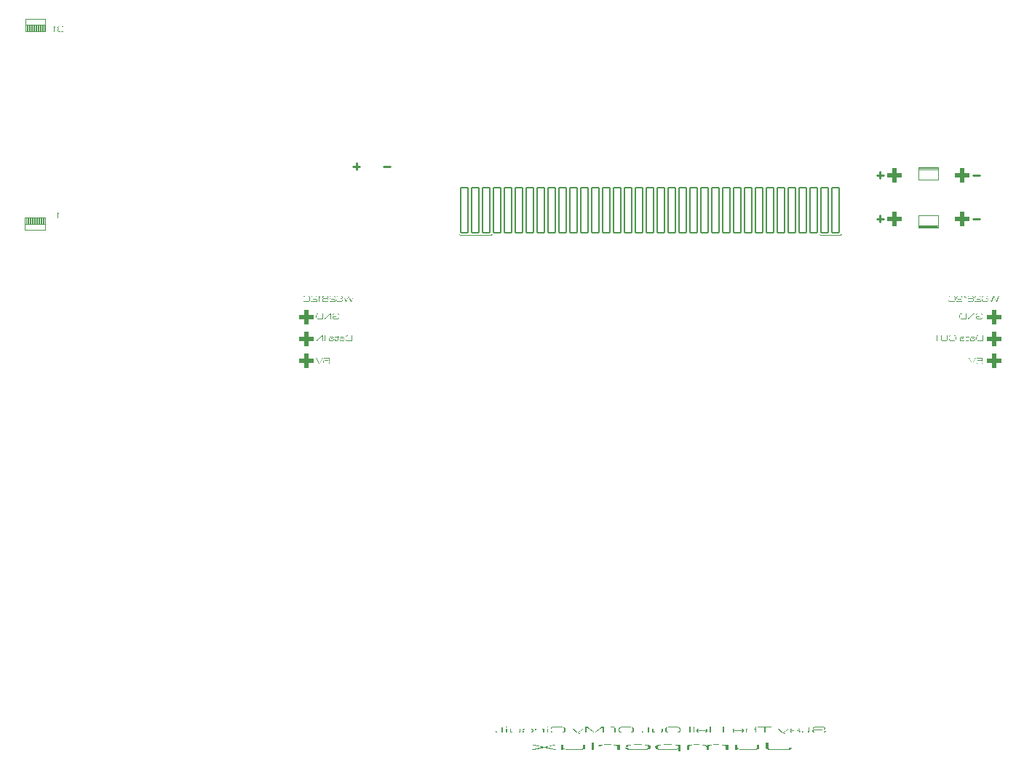
<source format=gbo>
G04 #@! TF.GenerationSoftware,KiCad,Pcbnew,7.0.7*
G04 #@! TF.CreationDate,2024-02-09T16:10:55-08:00*
G04 #@! TF.ProjectId,JumperLuxRev2Breadboard,4a756d70-6572-44c7-9578-526576324272,rev?*
G04 #@! TF.SameCoordinates,Original*
G04 #@! TF.FileFunction,Legend,Bot*
G04 #@! TF.FilePolarity,Positive*
%FSLAX46Y46*%
G04 Gerber Fmt 4.6, Leading zero omitted, Abs format (unit mm)*
G04 Created by KiCad (PCBNEW 7.0.7) date 2024-02-09 16:10:55*
%MOMM*%
%LPD*%
G01*
G04 APERTURE LIST*
G04 Aperture macros list*
%AMRoundRect*
0 Rectangle with rounded corners*
0 $1 Rounding radius*
0 $2 $3 $4 $5 $6 $7 $8 $9 X,Y pos of 4 corners*
0 Add a 4 corners polygon primitive as box body*
4,1,4,$2,$3,$4,$5,$6,$7,$8,$9,$2,$3,0*
0 Add four circle primitives for the rounded corners*
1,1,$1+$1,$2,$3*
1,1,$1+$1,$4,$5*
1,1,$1+$1,$6,$7*
1,1,$1+$1,$8,$9*
0 Add four rect primitives between the rounded corners*
20,1,$1+$1,$2,$3,$4,$5,0*
20,1,$1+$1,$4,$5,$6,$7,0*
20,1,$1+$1,$6,$7,$8,$9,0*
20,1,$1+$1,$8,$9,$2,$3,0*%
G04 Aperture macros list end*
%ADD10C,0.120000*%
%ADD11C,0.080000*%
%ADD12C,0.200000*%
%ADD13C,0.125000*%
%ADD14C,0.250000*%
%ADD15C,0.150000*%
%ADD16C,0.225000*%
%ADD17C,0.300000*%
%ADD18C,0.010000*%
%ADD19RoundRect,0.595000X0.255000X-0.255000X0.255000X0.255000X-0.255000X0.255000X-0.255000X-0.255000X0*%
%ADD20C,4.000000*%
%ADD21C,2.000000*%
%ADD22RoundRect,0.595000X-0.255000X-0.255000X0.255000X-0.255000X0.255000X0.255000X-0.255000X0.255000X0*%
%ADD23RoundRect,0.100000X-0.400000X-2.650000X0.400000X-2.650000X0.400000X2.650000X-0.400000X2.650000X0*%
%ADD24C,2.100000*%
%ADD25O,1.800000X1.200000*%
%ADD26O,1.500000X2.000000*%
G04 APERTURE END LIST*
D10*
X137007600Y-126237996D02*
X137007600Y-124790196D01*
D11*
X31750002Y-108254799D02*
X31750003Y-108965999D01*
X30937203Y-131394199D02*
X30937203Y-130682999D01*
X31877003Y-108254799D02*
X31877003Y-108965999D01*
D10*
X33121604Y-132130799D02*
X33121604Y-130682999D01*
D11*
X32512004Y-108254800D02*
X32512002Y-108965998D01*
X31064203Y-131394199D02*
X31064203Y-130682999D01*
D10*
X33121604Y-130682999D02*
X30784803Y-130683002D01*
D11*
X32461203Y-131394199D02*
X32461203Y-130682999D01*
X31826203Y-131394199D02*
X31826203Y-130682999D01*
D10*
X137007595Y-131622801D02*
X137007594Y-131737097D01*
D11*
X32004003Y-108254799D02*
X32004003Y-108965999D01*
X32766001Y-108254799D02*
X32766003Y-108965999D01*
X32080203Y-131394199D02*
X32080203Y-130682999D01*
X31115003Y-108254799D02*
X31115002Y-108966000D01*
D10*
X30784803Y-130683002D02*
X30784800Y-132130800D01*
X30835601Y-108966000D02*
X33172403Y-108965995D01*
D12*
X134823199Y-124929899D02*
X136905999Y-124929897D01*
D11*
X32588203Y-131394199D02*
X32588203Y-130682999D01*
D10*
X137007599Y-125069596D02*
X134721602Y-125069597D01*
D11*
X32842203Y-131394199D02*
X32842203Y-130682999D01*
D10*
X30835602Y-107518199D02*
X30835601Y-108966000D01*
D11*
X30835604Y-131406901D02*
X33121604Y-131406899D01*
X31496004Y-108254799D02*
X31496004Y-108966000D01*
X31953203Y-131394199D02*
X31953203Y-130682999D01*
X31369003Y-108254799D02*
X31369003Y-108965999D01*
D10*
X33172406Y-107518198D02*
X30835602Y-107518199D01*
D11*
X32715203Y-131394199D02*
X32715203Y-130682999D01*
X31699203Y-131394199D02*
X31699203Y-130682999D01*
D10*
X134721596Y-131622799D02*
X134721596Y-131851397D01*
D11*
X33121602Y-108242097D02*
X30835602Y-108242099D01*
X30988002Y-108254799D02*
X30988003Y-108965999D01*
X31572203Y-131394199D02*
X31572203Y-130682999D01*
X32893003Y-108254799D02*
X32893004Y-108965998D01*
X32639003Y-108254797D02*
X32639002Y-108965997D01*
X31242003Y-108254799D02*
X31242003Y-108965999D01*
X32207203Y-131394199D02*
X32207203Y-130682999D01*
X32969203Y-131394199D02*
X32969203Y-130682999D01*
X31623002Y-108254800D02*
X31623004Y-108965999D01*
X31191203Y-131394199D02*
X31191203Y-130682999D01*
D10*
X137007593Y-131876797D02*
X137007596Y-130428999D01*
X137007596Y-130428999D02*
X134721595Y-130429000D01*
X137007599Y-125044197D02*
X137007599Y-124815599D01*
X30784800Y-132130800D02*
X33121604Y-132130799D01*
X134721599Y-126237997D02*
X137007600Y-126237996D01*
X137007596Y-131546600D02*
X137007595Y-131622801D01*
X134721600Y-125044195D02*
X134721601Y-124929899D01*
X30835603Y-108711998D02*
X30835604Y-108940594D01*
X134721596Y-131597400D02*
X137007593Y-131597399D01*
X134721595Y-130429000D02*
X134721595Y-131876800D01*
D11*
X31318203Y-131394199D02*
X31318203Y-130682999D01*
D12*
X136905996Y-131737097D02*
X134823196Y-131737099D01*
D11*
X32131003Y-108254799D02*
X32131003Y-108965999D01*
D10*
X33172403Y-108965995D02*
X33172406Y-107518198D01*
D11*
X32334203Y-131394199D02*
X32334203Y-130682999D01*
X32385003Y-108254799D02*
X32385002Y-108966000D01*
D10*
X33121603Y-130937000D02*
X33121603Y-130708402D01*
X134721595Y-131876800D02*
X137007593Y-131876797D01*
D11*
X32258002Y-108254800D02*
X32258002Y-108966000D01*
X31445203Y-131394199D02*
X31445203Y-130682999D01*
D10*
X134721602Y-124790199D02*
X134721599Y-126237997D01*
D11*
X33020003Y-108254799D02*
X33020003Y-108965999D01*
D10*
X134721599Y-125120396D02*
X134721600Y-125044195D01*
X137007600Y-124790196D02*
X134721602Y-124790199D01*
D13*
G36*
X34598036Y-130764199D02*
G01*
X34649327Y-130764199D01*
X34649327Y-130147852D01*
X34653260Y-130147852D01*
X34899457Y-130358487D01*
X34929889Y-130321044D01*
X34667963Y-130096732D01*
X34598036Y-130096732D01*
X34598036Y-130764199D01*
G37*
D14*
X69722922Y-124705666D02*
X68961018Y-124705666D01*
X69341970Y-125086619D02*
X69341970Y-124324714D01*
D15*
G36*
X68875344Y-145042000D02*
G01*
X68472538Y-145042000D01*
X68461564Y-145041982D01*
X68450782Y-145041930D01*
X68440193Y-145041843D01*
X68429796Y-145041722D01*
X68419591Y-145041565D01*
X68409579Y-145041374D01*
X68399758Y-145041149D01*
X68390131Y-145040888D01*
X68380695Y-145040593D01*
X68371452Y-145040263D01*
X68362401Y-145039898D01*
X68353543Y-145039499D01*
X68344877Y-145039065D01*
X68336403Y-145038596D01*
X68328122Y-145038093D01*
X68320033Y-145037554D01*
X68316045Y-145037268D01*
X68308186Y-145036649D01*
X68300482Y-145035965D01*
X68292932Y-145035217D01*
X68285538Y-145034405D01*
X68278298Y-145033528D01*
X68271214Y-145032588D01*
X68264284Y-145031584D01*
X68257509Y-145030515D01*
X68247638Y-145028792D01*
X68238115Y-145026925D01*
X68228941Y-145024913D01*
X68220115Y-145022757D01*
X68211638Y-145020457D01*
X68203457Y-145017972D01*
X68195582Y-145015324D01*
X68188013Y-145012514D01*
X68180751Y-145009542D01*
X68173796Y-145006407D01*
X68167147Y-145003111D01*
X68160805Y-144999651D01*
X68154769Y-144996030D01*
X68147198Y-144990949D01*
X68140173Y-144985579D01*
X68133620Y-144979844D01*
X68127467Y-144973665D01*
X68121716Y-144967043D01*
X68116365Y-144959977D01*
X68111415Y-144952467D01*
X68107965Y-144946544D01*
X68104741Y-144940372D01*
X68101742Y-144933950D01*
X68098969Y-144927279D01*
X68097210Y-144922670D01*
X68094710Y-144915544D01*
X68092376Y-144908162D01*
X68090206Y-144900525D01*
X68088202Y-144892633D01*
X68086364Y-144884485D01*
X68084690Y-144876081D01*
X68083182Y-144867422D01*
X68081839Y-144858508D01*
X68080661Y-144849338D01*
X68079649Y-144839913D01*
X68078763Y-144830155D01*
X68077964Y-144820052D01*
X68077480Y-144813124D01*
X68077035Y-144806043D01*
X68076628Y-144798808D01*
X68076260Y-144791420D01*
X68075931Y-144783878D01*
X68075640Y-144776182D01*
X68075388Y-144768333D01*
X68075175Y-144760330D01*
X68075001Y-144752173D01*
X68074865Y-144743863D01*
X68074769Y-144735400D01*
X68074710Y-144726782D01*
X68074691Y-144718011D01*
X68074691Y-144714250D01*
X68127863Y-144714250D01*
X68127866Y-144718261D01*
X68127893Y-144726176D01*
X68127946Y-144733950D01*
X68128026Y-144741582D01*
X68128133Y-144749073D01*
X68128267Y-144756422D01*
X68128427Y-144763629D01*
X68128614Y-144770695D01*
X68128828Y-144777619D01*
X68129198Y-144787740D01*
X68129629Y-144797543D01*
X68130120Y-144807027D01*
X68130671Y-144816192D01*
X68131282Y-144825039D01*
X68131994Y-144833568D01*
X68132847Y-144841844D01*
X68133841Y-144849869D01*
X68134977Y-144857640D01*
X68136253Y-144865160D01*
X68137671Y-144872427D01*
X68139231Y-144879441D01*
X68140931Y-144886203D01*
X68143418Y-144894826D01*
X68146157Y-144903001D01*
X68149157Y-144910711D01*
X68152514Y-144918025D01*
X68156230Y-144924944D01*
X68160304Y-144931467D01*
X68164736Y-144937596D01*
X68169526Y-144943328D01*
X68174674Y-144948666D01*
X68180180Y-144953608D01*
X68184555Y-144957056D01*
X68190838Y-144961411D01*
X68197635Y-144965487D01*
X68204943Y-144969286D01*
X68212765Y-144972807D01*
X68221100Y-144976050D01*
X68227688Y-144978300D01*
X68234564Y-144980394D01*
X68241729Y-144982331D01*
X68244172Y-144982944D01*
X68251709Y-144984703D01*
X68259559Y-144986342D01*
X68267722Y-144987861D01*
X68276197Y-144989259D01*
X68284984Y-144990538D01*
X68294084Y-144991696D01*
X68303497Y-144992733D01*
X68313222Y-144993651D01*
X68323260Y-144994448D01*
X68330126Y-144994913D01*
X68337130Y-144995325D01*
X68344299Y-144995677D01*
X68351657Y-144996006D01*
X68359205Y-144996312D01*
X68366943Y-144996596D01*
X68374870Y-144996857D01*
X68382987Y-144997096D01*
X68391294Y-144997312D01*
X68399790Y-144997505D01*
X68408477Y-144997675D01*
X68417352Y-144997822D01*
X68426418Y-144997947D01*
X68435673Y-144998050D01*
X68445118Y-144998129D01*
X68454752Y-144998186D01*
X68464576Y-144998220D01*
X68474590Y-144998231D01*
X68822172Y-144998231D01*
X68822172Y-144418301D01*
X68474590Y-144418301D01*
X68464700Y-144418313D01*
X68454992Y-144418349D01*
X68445466Y-144418409D01*
X68436122Y-144418493D01*
X68426959Y-144418601D01*
X68417977Y-144418734D01*
X68409178Y-144418890D01*
X68400560Y-144419070D01*
X68392124Y-144419275D01*
X68383869Y-144419503D01*
X68375796Y-144419756D01*
X68367905Y-144420032D01*
X68360195Y-144420333D01*
X68352667Y-144420657D01*
X68345321Y-144421006D01*
X68338156Y-144421378D01*
X68331153Y-144421767D01*
X68320914Y-144422445D01*
X68310993Y-144423238D01*
X68301391Y-144424144D01*
X68292107Y-144425165D01*
X68283143Y-144426300D01*
X68274496Y-144427549D01*
X68266168Y-144428913D01*
X68258159Y-144430390D01*
X68250469Y-144431982D01*
X68243096Y-144433688D01*
X68238350Y-144434901D01*
X68231463Y-144436861D01*
X68224856Y-144438988D01*
X68216481Y-144442087D01*
X68208603Y-144445485D01*
X68201222Y-144449182D01*
X68194338Y-144453179D01*
X68187951Y-144457474D01*
X68182060Y-144462069D01*
X68176538Y-144466966D01*
X68171343Y-144472253D01*
X68166473Y-144477929D01*
X68161928Y-144483996D01*
X68157710Y-144490453D01*
X68153818Y-144497300D01*
X68150252Y-144504537D01*
X68147011Y-144512163D01*
X68144073Y-144520226D01*
X68141412Y-144528769D01*
X68139599Y-144535492D01*
X68137942Y-144542485D01*
X68136441Y-144549749D01*
X68135097Y-144557284D01*
X68133909Y-144565088D01*
X68132877Y-144573164D01*
X68132001Y-144581510D01*
X68131282Y-144590126D01*
X68130868Y-144596034D01*
X68130297Y-144605171D01*
X68129786Y-144614639D01*
X68129335Y-144624437D01*
X68128945Y-144634566D01*
X68128718Y-144641502D01*
X68128517Y-144648586D01*
X68128344Y-144655816D01*
X68128197Y-144663193D01*
X68128076Y-144670717D01*
X68127983Y-144678388D01*
X68127916Y-144686206D01*
X68127876Y-144694170D01*
X68127863Y-144702282D01*
X68127863Y-144714250D01*
X68074691Y-144714250D01*
X68074691Y-144698521D01*
X68074696Y-144693999D01*
X68074739Y-144685074D01*
X68074825Y-144676306D01*
X68074953Y-144667696D01*
X68075124Y-144659244D01*
X68075338Y-144650949D01*
X68075594Y-144642812D01*
X68075893Y-144634833D01*
X68076235Y-144627011D01*
X68076620Y-144619347D01*
X68077047Y-144611840D01*
X68077517Y-144604491D01*
X68078030Y-144597300D01*
X68078586Y-144590266D01*
X68079184Y-144583390D01*
X68080162Y-144573371D01*
X68080862Y-144566853D01*
X68082052Y-144557316D01*
X68083411Y-144548067D01*
X68084937Y-144539107D01*
X68086632Y-144530436D01*
X68088496Y-144522053D01*
X68090527Y-144513959D01*
X68092727Y-144506153D01*
X68095095Y-144498635D01*
X68097632Y-144491407D01*
X68100337Y-144484466D01*
X68103208Y-144477800D01*
X68106307Y-144471391D01*
X68109635Y-144465241D01*
X68113191Y-144459350D01*
X68118288Y-144451897D01*
X68123792Y-144444903D01*
X68129701Y-144438369D01*
X68136016Y-144432294D01*
X68142737Y-144426678D01*
X68144473Y-144425331D01*
X68151736Y-144420135D01*
X68157515Y-144416442D01*
X68163581Y-144412922D01*
X68169931Y-144409577D01*
X68176568Y-144406407D01*
X68183489Y-144403411D01*
X68190697Y-144400589D01*
X68198189Y-144397941D01*
X68205968Y-144395467D01*
X68214032Y-144393168D01*
X68216786Y-144392439D01*
X68225284Y-144390350D01*
X68234129Y-144388408D01*
X68243324Y-144386613D01*
X68252866Y-144384966D01*
X68262758Y-144383466D01*
X68269546Y-144382548D01*
X68276489Y-144381695D01*
X68283587Y-144380907D01*
X68290840Y-144380185D01*
X68298248Y-144379529D01*
X68305810Y-144378938D01*
X68313528Y-144378412D01*
X68321401Y-144377952D01*
X68329424Y-144377538D01*
X68337638Y-144377151D01*
X68346040Y-144376790D01*
X68354633Y-144376456D01*
X68363415Y-144376149D01*
X68372387Y-144375868D01*
X68381549Y-144375615D01*
X68390900Y-144375387D01*
X68400441Y-144375187D01*
X68410172Y-144375014D01*
X68420092Y-144374867D01*
X68430202Y-144374746D01*
X68440501Y-144374653D01*
X68450991Y-144374586D01*
X68461670Y-144374546D01*
X68472538Y-144374533D01*
X68875344Y-144374533D01*
X68875344Y-145042000D01*
G37*
G36*
X67704442Y-144560569D02*
G01*
X67712224Y-144560631D01*
X67719851Y-144560734D01*
X67727323Y-144560879D01*
X67734640Y-144561066D01*
X67741802Y-144561293D01*
X67748809Y-144561562D01*
X67759029Y-144562044D01*
X67768901Y-144562618D01*
X67778423Y-144563286D01*
X67787598Y-144564047D01*
X67796423Y-144564901D01*
X67804900Y-144565848D01*
X67807652Y-144566178D01*
X67815717Y-144567275D01*
X67823496Y-144568534D01*
X67830990Y-144569955D01*
X67838198Y-144571539D01*
X67845121Y-144573285D01*
X67853907Y-144575866D01*
X67862186Y-144578735D01*
X67869957Y-144581893D01*
X67877221Y-144585339D01*
X67883993Y-144589108D01*
X67890289Y-144593235D01*
X67896110Y-144597721D01*
X67901456Y-144602564D01*
X67906326Y-144607765D01*
X67910720Y-144613324D01*
X67914639Y-144619241D01*
X67918083Y-144625517D01*
X67920374Y-144630462D01*
X67923079Y-144637481D01*
X67925383Y-144644986D01*
X67927286Y-144652978D01*
X67928789Y-144661456D01*
X67929891Y-144670419D01*
X67930454Y-144677461D01*
X67930793Y-144684777D01*
X67930905Y-144692366D01*
X67930905Y-144702795D01*
X67882692Y-144702795D01*
X67882692Y-144694247D01*
X67882585Y-144688009D01*
X67882151Y-144680580D01*
X67881383Y-144673560D01*
X67880020Y-144665676D01*
X67878177Y-144658381D01*
X67875853Y-144651675D01*
X67874423Y-144648528D01*
X67870869Y-144642585D01*
X67866389Y-144637112D01*
X67860983Y-144632107D01*
X67854652Y-144627571D01*
X67848669Y-144624149D01*
X67846083Y-144622868D01*
X67839065Y-144619864D01*
X67831254Y-144617144D01*
X67824434Y-144615173D01*
X67817106Y-144613383D01*
X67809271Y-144611775D01*
X67800928Y-144610348D01*
X67792078Y-144609103D01*
X67787437Y-144608524D01*
X67780142Y-144607724D01*
X67772448Y-144607009D01*
X67764354Y-144606378D01*
X67755861Y-144605831D01*
X67746967Y-144605368D01*
X67737674Y-144604990D01*
X67727982Y-144604695D01*
X67717889Y-144604485D01*
X67710939Y-144604391D01*
X67703811Y-144604335D01*
X67696505Y-144604316D01*
X67680776Y-144604316D01*
X67671560Y-144604338D01*
X67662589Y-144604402D01*
X67653864Y-144604509D01*
X67645385Y-144604658D01*
X67637152Y-144604851D01*
X67629165Y-144605086D01*
X67621423Y-144605364D01*
X67613927Y-144605684D01*
X67606677Y-144606047D01*
X67599672Y-144606453D01*
X67589626Y-144607143D01*
X67580134Y-144607928D01*
X67571194Y-144608810D01*
X67562807Y-144609787D01*
X67554848Y-144610926D01*
X67547255Y-144612290D01*
X67540029Y-144613879D01*
X67533170Y-144615694D01*
X67524595Y-144618464D01*
X67516672Y-144621635D01*
X67509400Y-144625207D01*
X67502780Y-144629179D01*
X67496812Y-144633552D01*
X67491384Y-144638334D01*
X67486469Y-144643618D01*
X67482066Y-144649404D01*
X67478177Y-144655693D01*
X67474800Y-144662484D01*
X67471936Y-144669776D01*
X67469586Y-144677572D01*
X67467748Y-144685869D01*
X67466225Y-144694738D01*
X67465216Y-144701867D01*
X67464322Y-144709404D01*
X67463541Y-144717350D01*
X67462875Y-144725705D01*
X67462323Y-144734469D01*
X67461885Y-144743641D01*
X67461562Y-144753222D01*
X67461352Y-144763212D01*
X67461276Y-144770098D01*
X67461251Y-144777167D01*
X67461251Y-144813584D01*
X67464157Y-144813584D01*
X67465651Y-144811533D01*
X67470366Y-144805655D01*
X67475429Y-144800185D01*
X67480840Y-144795124D01*
X67486600Y-144790472D01*
X67492709Y-144786228D01*
X67494846Y-144784879D01*
X67501771Y-144781046D01*
X67508129Y-144778100D01*
X67515021Y-144775379D01*
X67522447Y-144772884D01*
X67530408Y-144770614D01*
X67537161Y-144768960D01*
X67540647Y-144768164D01*
X67547886Y-144766668D01*
X67555484Y-144765301D01*
X67563439Y-144764061D01*
X67571753Y-144762950D01*
X67580424Y-144761967D01*
X67589454Y-144761112D01*
X67596460Y-144760555D01*
X67603669Y-144760070D01*
X67611097Y-144759612D01*
X67618830Y-144759198D01*
X67626865Y-144758830D01*
X67635205Y-144758507D01*
X67643848Y-144758229D01*
X67652794Y-144757996D01*
X67662044Y-144757808D01*
X67671597Y-144757666D01*
X67681454Y-144757568D01*
X67691615Y-144757515D01*
X67698557Y-144757505D01*
X67717193Y-144757505D01*
X67721423Y-144757512D01*
X67729747Y-144757567D01*
X67737890Y-144757677D01*
X67745850Y-144757841D01*
X67753629Y-144758060D01*
X67761227Y-144758334D01*
X67768643Y-144758662D01*
X67775877Y-144759046D01*
X67782929Y-144759484D01*
X67793168Y-144760244D01*
X67802997Y-144761127D01*
X67812418Y-144762133D01*
X67821430Y-144763262D01*
X67830033Y-144764515D01*
X67835561Y-144765428D01*
X67843589Y-144766935D01*
X67851297Y-144768608D01*
X67858688Y-144770446D01*
X67865759Y-144772449D01*
X67872512Y-144774617D01*
X67878946Y-144776951D01*
X67887030Y-144780319D01*
X67894547Y-144783982D01*
X67901498Y-144787938D01*
X67907886Y-144792215D01*
X67913798Y-144796839D01*
X67919234Y-144801811D01*
X67924195Y-144807129D01*
X67928680Y-144812796D01*
X67932690Y-144818809D01*
X67936224Y-144825169D01*
X67939283Y-144831877D01*
X67941928Y-144838946D01*
X67944220Y-144846474D01*
X67946159Y-144854461D01*
X67947746Y-144862908D01*
X67948980Y-144871815D01*
X67949674Y-144878796D01*
X67950170Y-144886036D01*
X67950468Y-144893534D01*
X67950567Y-144901291D01*
X67950567Y-144910182D01*
X67950481Y-144917757D01*
X67950224Y-144925094D01*
X67949796Y-144932194D01*
X67949196Y-144939057D01*
X67948131Y-144947838D01*
X67946760Y-144956197D01*
X67945085Y-144964133D01*
X67943106Y-144971648D01*
X67940822Y-144978741D01*
X67938083Y-144985408D01*
X67934827Y-144991734D01*
X67931052Y-144997718D01*
X67926759Y-145003360D01*
X67921948Y-145008660D01*
X67916619Y-145013618D01*
X67910771Y-145018235D01*
X67904405Y-145022509D01*
X67899224Y-145025504D01*
X67891754Y-145029240D01*
X67883644Y-145032682D01*
X67877141Y-145035071D01*
X67870276Y-145037294D01*
X67863052Y-145039352D01*
X67855466Y-145041245D01*
X67847520Y-145042973D01*
X67839213Y-145044535D01*
X67830546Y-145045932D01*
X67824515Y-145046781D01*
X67815049Y-145047951D01*
X67805082Y-145048999D01*
X67798158Y-145049628D01*
X67791012Y-145050203D01*
X67783642Y-145050724D01*
X67776049Y-145051189D01*
X67768233Y-145051600D01*
X67760194Y-145051956D01*
X67751932Y-145052257D01*
X67743447Y-145052503D01*
X67734739Y-145052695D01*
X67725808Y-145052832D01*
X67716654Y-145052914D01*
X67707277Y-145052942D01*
X67689667Y-145052942D01*
X67683186Y-145052923D01*
X67673685Y-145052825D01*
X67664449Y-145052642D01*
X67655477Y-145052376D01*
X67646769Y-145052025D01*
X67638326Y-145051591D01*
X67630148Y-145051072D01*
X67622234Y-145050469D01*
X67614584Y-145049781D01*
X67607199Y-145049010D01*
X67600078Y-145048154D01*
X67597749Y-145047853D01*
X67590894Y-145046915D01*
X67582062Y-145045590D01*
X67573583Y-145044179D01*
X67565457Y-145042683D01*
X67557683Y-145041102D01*
X67550262Y-145039435D01*
X67543193Y-145037683D01*
X67536478Y-145035845D01*
X67534851Y-145035359D01*
X67526987Y-145032797D01*
X67519564Y-145030010D01*
X67512584Y-145026997D01*
X67506047Y-145023759D01*
X67499952Y-145020295D01*
X67493222Y-145015841D01*
X67491081Y-145014282D01*
X67484866Y-145009355D01*
X67478963Y-145004056D01*
X67473374Y-144998383D01*
X67468096Y-144992339D01*
X67463131Y-144985921D01*
X67460225Y-144985921D01*
X67460225Y-145042000D01*
X67410986Y-145042000D01*
X67410986Y-144906249D01*
X67460225Y-144906249D01*
X67460290Y-144911830D01*
X67460577Y-144918982D01*
X67461094Y-144925802D01*
X67462063Y-144933861D01*
X67463391Y-144941403D01*
X67465078Y-144948427D01*
X67467577Y-144956173D01*
X67470929Y-144963263D01*
X67475471Y-144969789D01*
X67480165Y-144974795D01*
X67485685Y-144979409D01*
X67492032Y-144983631D01*
X67499206Y-144987460D01*
X67500733Y-144988180D01*
X67507244Y-144990935D01*
X67514403Y-144993486D01*
X67522207Y-144995834D01*
X67530658Y-144997979D01*
X67537421Y-144999455D01*
X67544547Y-145000816D01*
X67552036Y-145002063D01*
X67559890Y-145003196D01*
X67568107Y-145004215D01*
X67570936Y-145004520D01*
X67579773Y-145005377D01*
X67589136Y-145006147D01*
X67599025Y-145006830D01*
X67605910Y-145007236D01*
X67613029Y-145007604D01*
X67620381Y-145007934D01*
X67627967Y-145008224D01*
X67635787Y-145008476D01*
X67643841Y-145008689D01*
X67652128Y-145008863D01*
X67660649Y-145008999D01*
X67669404Y-145009096D01*
X67678393Y-145009154D01*
X67687615Y-145009173D01*
X67704370Y-145009173D01*
X67711911Y-145009158D01*
X67719276Y-145009112D01*
X67726465Y-145009035D01*
X67733478Y-145008927D01*
X67743666Y-145008709D01*
X67753457Y-145008421D01*
X67762852Y-145008063D01*
X67771850Y-145007637D01*
X67780451Y-145007142D01*
X67788656Y-145006577D01*
X67796463Y-145005944D01*
X67803875Y-145005241D01*
X67808597Y-145004701D01*
X67817653Y-145003456D01*
X67826191Y-145001992D01*
X67834210Y-145000309D01*
X67841712Y-144998407D01*
X67848695Y-144996286D01*
X67856695Y-144993326D01*
X67863885Y-144990025D01*
X67869097Y-144987113D01*
X67875003Y-144983097D01*
X67880233Y-144978664D01*
X67885617Y-144972794D01*
X67890027Y-144966323D01*
X67893463Y-144959250D01*
X67895729Y-144952797D01*
X67897610Y-144945726D01*
X67899108Y-144938037D01*
X67900222Y-144929731D01*
X67900836Y-144922641D01*
X67901205Y-144915156D01*
X67901327Y-144907275D01*
X67901327Y-144902146D01*
X67901263Y-144896382D01*
X67900976Y-144889014D01*
X67900459Y-144882010D01*
X67899490Y-144873765D01*
X67898161Y-144866088D01*
X67896474Y-144858979D01*
X67893976Y-144851197D01*
X67891921Y-144846415D01*
X67888029Y-144839743D01*
X67883162Y-144833673D01*
X67877322Y-144828203D01*
X67871711Y-144824104D01*
X67865424Y-144820422D01*
X67859857Y-144817756D01*
X67852146Y-144814739D01*
X67845377Y-144812578D01*
X67838073Y-144810641D01*
X67830235Y-144808929D01*
X67821863Y-144807441D01*
X67812957Y-144806177D01*
X67805926Y-144805377D01*
X67803499Y-144805125D01*
X67795941Y-144804415D01*
X67787967Y-144803778D01*
X67779579Y-144803213D01*
X67770777Y-144802720D01*
X67761560Y-144802300D01*
X67751927Y-144801951D01*
X67741881Y-144801674D01*
X67734952Y-144801530D01*
X67727840Y-144801418D01*
X67720543Y-144801338D01*
X67713061Y-144801290D01*
X67705396Y-144801274D01*
X67687615Y-144801274D01*
X67683396Y-144801277D01*
X67675096Y-144801305D01*
X67666980Y-144801361D01*
X67659049Y-144801446D01*
X67651302Y-144801558D01*
X67643739Y-144801698D01*
X67636360Y-144801866D01*
X67629166Y-144802063D01*
X67622157Y-144802287D01*
X67611987Y-144802676D01*
X67602233Y-144803129D01*
X67592894Y-144803644D01*
X67583969Y-144804222D01*
X67575459Y-144804864D01*
X67567320Y-144805568D01*
X67559508Y-144806399D01*
X67552025Y-144807356D01*
X67544868Y-144808438D01*
X67535836Y-144810079D01*
X67527387Y-144811943D01*
X67519519Y-144814032D01*
X67512235Y-144816346D01*
X67505532Y-144818884D01*
X67502388Y-144820244D01*
X67495073Y-144823955D01*
X67488534Y-144828108D01*
X67482771Y-144832704D01*
X67477785Y-144837742D01*
X67473575Y-144843222D01*
X67470141Y-144849145D01*
X67467284Y-144855573D01*
X67464912Y-144862569D01*
X67463024Y-144870133D01*
X67461619Y-144878264D01*
X67460845Y-144885177D01*
X67460380Y-144892454D01*
X67460225Y-144900094D01*
X67460225Y-144906249D01*
X67410986Y-144906249D01*
X67410986Y-144785545D01*
X67411022Y-144776283D01*
X67411132Y-144767261D01*
X67411316Y-144758480D01*
X67411573Y-144749940D01*
X67411904Y-144741640D01*
X67412308Y-144733580D01*
X67412785Y-144725761D01*
X67413336Y-144718182D01*
X67413961Y-144710844D01*
X67414659Y-144703746D01*
X67415843Y-144693550D01*
X67417193Y-144683895D01*
X67418708Y-144674781D01*
X67420389Y-144666207D01*
X67421617Y-144660732D01*
X67423737Y-144652825D01*
X67426191Y-144645285D01*
X67428979Y-144638111D01*
X67432100Y-144631304D01*
X67435554Y-144624864D01*
X67439343Y-144618790D01*
X67443464Y-144613083D01*
X67447920Y-144607742D01*
X67452709Y-144602769D01*
X67457831Y-144598161D01*
X67461434Y-144595257D01*
X67467207Y-144591148D01*
X67473422Y-144587337D01*
X67480078Y-144583823D01*
X67487176Y-144580607D01*
X67494716Y-144577688D01*
X67502698Y-144575067D01*
X67511121Y-144572743D01*
X67519986Y-144570717D01*
X67529293Y-144568989D01*
X67539042Y-144567558D01*
X67545819Y-144566709D01*
X67552859Y-144565915D01*
X67560160Y-144565176D01*
X67567722Y-144564491D01*
X67575547Y-144563861D01*
X67583633Y-144563286D01*
X67591981Y-144562766D01*
X67600591Y-144562300D01*
X67609463Y-144561890D01*
X67618597Y-144561534D01*
X67627992Y-144561233D01*
X67637649Y-144560986D01*
X67647568Y-144560794D01*
X67657749Y-144560658D01*
X67668191Y-144560575D01*
X67678896Y-144560548D01*
X67696505Y-144560548D01*
X67704442Y-144560569D01*
G37*
G36*
X67054855Y-145052942D02*
G01*
X67064691Y-145052872D01*
X67074197Y-145052665D01*
X67083373Y-145052319D01*
X67092217Y-145051836D01*
X67100731Y-145051214D01*
X67108915Y-145050453D01*
X67116768Y-145049555D01*
X67124290Y-145048518D01*
X67131482Y-145047343D01*
X67138343Y-145046029D01*
X67142734Y-145045077D01*
X67151090Y-145042881D01*
X67158976Y-145040226D01*
X67166392Y-145037111D01*
X67173337Y-145033536D01*
X67179813Y-145029503D01*
X67185818Y-145025009D01*
X67191353Y-145020057D01*
X67196418Y-145014644D01*
X67201021Y-145008679D01*
X67205255Y-145002153D01*
X67209121Y-144995066D01*
X67212618Y-144987417D01*
X67215746Y-144979208D01*
X67217850Y-144972683D01*
X67219747Y-144965842D01*
X67221436Y-144958686D01*
X67222919Y-144951214D01*
X67224232Y-144943341D01*
X67225417Y-144935044D01*
X67226472Y-144926323D01*
X67227398Y-144917178D01*
X67228195Y-144907610D01*
X67228863Y-144897617D01*
X67229236Y-144890720D01*
X67229552Y-144883635D01*
X67229811Y-144876362D01*
X67230012Y-144868900D01*
X67230155Y-144861249D01*
X67230242Y-144853411D01*
X67230270Y-144845384D01*
X67230270Y-144615258D01*
X67325672Y-144615258D01*
X67325672Y-144571490D01*
X67230270Y-144571490D01*
X67230270Y-144451127D01*
X67180005Y-144451127D01*
X67180005Y-144571490D01*
X66835330Y-144571490D01*
X66835330Y-144615258D01*
X67180005Y-144615258D01*
X67180005Y-144840768D01*
X67179962Y-144850931D01*
X67179831Y-144860713D01*
X67179613Y-144870113D01*
X67179308Y-144879132D01*
X67178916Y-144887769D01*
X67178436Y-144896024D01*
X67177870Y-144903897D01*
X67177216Y-144911389D01*
X67176475Y-144918499D01*
X67175352Y-144927386D01*
X67175047Y-144929501D01*
X67173671Y-144937593D01*
X67172023Y-144945198D01*
X67170102Y-144952318D01*
X67167909Y-144958951D01*
X67164784Y-144966558D01*
X67161234Y-144973406D01*
X67157258Y-144979495D01*
X67156411Y-144980621D01*
X67151787Y-144985877D01*
X67146570Y-144990532D01*
X67140761Y-144994586D01*
X67134359Y-144998039D01*
X67127364Y-145000891D01*
X67119776Y-145003141D01*
X67116575Y-145003873D01*
X67109782Y-145005115D01*
X67102481Y-145006192D01*
X67094672Y-145007103D01*
X67086356Y-145007848D01*
X67077533Y-145008428D01*
X67070582Y-145008754D01*
X67063345Y-145008987D01*
X67055824Y-145009127D01*
X67048016Y-145009173D01*
X67027329Y-145009173D01*
X67018462Y-145009119D01*
X67009940Y-145008957D01*
X67001764Y-145008686D01*
X66993934Y-145008308D01*
X66986449Y-145007821D01*
X66979310Y-145007226D01*
X66970328Y-145006264D01*
X66961962Y-145005110D01*
X66954209Y-145003764D01*
X66950563Y-145003018D01*
X66943642Y-145001327D01*
X66935598Y-144998785D01*
X66928231Y-144995767D01*
X66921540Y-144992274D01*
X66915525Y-144988304D01*
X66910187Y-144983859D01*
X66907308Y-144980963D01*
X66902097Y-144974622D01*
X66898314Y-144968759D01*
X66895041Y-144962370D01*
X66892277Y-144955455D01*
X66890022Y-144948015D01*
X66888276Y-144940048D01*
X66887988Y-144938392D01*
X66886946Y-144931459D01*
X66886044Y-144924084D01*
X66885280Y-144916264D01*
X66884654Y-144908002D01*
X66884168Y-144899296D01*
X66883821Y-144890146D01*
X66883652Y-144882993D01*
X66883560Y-144875590D01*
X66883543Y-144870517D01*
X66883543Y-144823158D01*
X66837210Y-144823158D01*
X66837210Y-144877013D01*
X66837293Y-144886755D01*
X66837541Y-144896169D01*
X66837954Y-144905256D01*
X66838533Y-144914015D01*
X66839276Y-144922447D01*
X66840186Y-144930550D01*
X66841260Y-144938327D01*
X66842500Y-144945775D01*
X66843905Y-144952897D01*
X66845475Y-144959690D01*
X66846614Y-144964037D01*
X66849125Y-144972321D01*
X66852042Y-144980162D01*
X66855365Y-144987559D01*
X66859094Y-144994513D01*
X66863230Y-145001023D01*
X66867771Y-145007090D01*
X66872719Y-145012713D01*
X66878072Y-145017893D01*
X66883866Y-145022659D01*
X66890136Y-145027040D01*
X66896881Y-145031036D01*
X66904102Y-145034648D01*
X66911799Y-145037875D01*
X66919970Y-145040717D01*
X66928618Y-145043175D01*
X66935415Y-145044766D01*
X66937741Y-145045248D01*
X66944934Y-145046623D01*
X66952473Y-145047863D01*
X66960357Y-145048967D01*
X66968587Y-145049936D01*
X66977163Y-145050770D01*
X66986084Y-145051469D01*
X66995351Y-145052032D01*
X67004964Y-145052461D01*
X67014922Y-145052754D01*
X67025226Y-145052912D01*
X67032287Y-145052942D01*
X67054855Y-145052942D01*
G37*
G36*
X66489871Y-144560569D02*
G01*
X66497653Y-144560631D01*
X66505280Y-144560734D01*
X66512752Y-144560879D01*
X66520069Y-144561066D01*
X66527231Y-144561293D01*
X66534238Y-144561562D01*
X66544458Y-144562044D01*
X66554330Y-144562618D01*
X66563853Y-144563286D01*
X66573027Y-144564047D01*
X66581853Y-144564901D01*
X66590330Y-144565848D01*
X66593081Y-144566178D01*
X66601146Y-144567275D01*
X66608925Y-144568534D01*
X66616419Y-144569955D01*
X66623627Y-144571539D01*
X66630550Y-144573285D01*
X66639337Y-144575866D01*
X66647615Y-144578735D01*
X66655386Y-144581893D01*
X66662650Y-144585339D01*
X66669422Y-144589108D01*
X66675718Y-144593235D01*
X66681539Y-144597721D01*
X66686885Y-144602564D01*
X66691755Y-144607765D01*
X66696149Y-144613324D01*
X66700068Y-144619241D01*
X66703512Y-144625517D01*
X66705803Y-144630462D01*
X66708508Y-144637481D01*
X66710812Y-144644986D01*
X66712716Y-144652978D01*
X66714218Y-144661456D01*
X66715320Y-144670419D01*
X66715884Y-144677461D01*
X66716222Y-144684777D01*
X66716334Y-144692366D01*
X66716334Y-144702795D01*
X66668121Y-144702795D01*
X66668121Y-144694247D01*
X66668014Y-144688009D01*
X66667580Y-144680580D01*
X66666812Y-144673560D01*
X66665450Y-144665676D01*
X66663606Y-144658381D01*
X66661282Y-144651675D01*
X66659852Y-144648528D01*
X66656298Y-144642585D01*
X66651818Y-144637112D01*
X66646412Y-144632107D01*
X66640081Y-144627571D01*
X66634098Y-144624149D01*
X66631513Y-144622868D01*
X66624494Y-144619864D01*
X66616683Y-144617144D01*
X66609863Y-144615173D01*
X66602535Y-144613383D01*
X66594700Y-144611775D01*
X66586357Y-144610348D01*
X66577507Y-144609103D01*
X66572866Y-144608524D01*
X66565571Y-144607724D01*
X66557877Y-144607009D01*
X66549783Y-144606378D01*
X66541290Y-144605831D01*
X66532397Y-144605368D01*
X66523104Y-144604990D01*
X66513411Y-144604695D01*
X66503319Y-144604485D01*
X66496368Y-144604391D01*
X66489240Y-144604335D01*
X66481935Y-144604316D01*
X66466205Y-144604316D01*
X66456989Y-144604338D01*
X66448018Y-144604402D01*
X66439294Y-144604509D01*
X66430815Y-144604658D01*
X66422581Y-144604851D01*
X66414594Y-144605086D01*
X66406852Y-144605364D01*
X66399356Y-144605684D01*
X66392106Y-144606047D01*
X66385101Y-144606453D01*
X66375056Y-144607143D01*
X66365563Y-144607928D01*
X66356623Y-144608810D01*
X66348236Y-144609787D01*
X66340277Y-144610926D01*
X66332684Y-144612290D01*
X66325459Y-144613879D01*
X66318599Y-144615694D01*
X66310024Y-144618464D01*
X66302101Y-144621635D01*
X66294829Y-144625207D01*
X66288210Y-144629179D01*
X66282242Y-144633552D01*
X66276813Y-144638334D01*
X66271898Y-144643618D01*
X66267495Y-144649404D01*
X66263606Y-144655693D01*
X66260229Y-144662484D01*
X66257366Y-144669776D01*
X66255015Y-144677572D01*
X66253177Y-144685869D01*
X66251654Y-144694738D01*
X66250645Y-144701867D01*
X66249751Y-144709404D01*
X66248970Y-144717350D01*
X66248304Y-144725705D01*
X66247752Y-144734469D01*
X66247314Y-144743641D01*
X66246991Y-144753222D01*
X66246781Y-144763212D01*
X66246705Y-144770098D01*
X66246680Y-144777167D01*
X66246680Y-144813584D01*
X66249586Y-144813584D01*
X66251080Y-144811533D01*
X66255795Y-144805655D01*
X66260858Y-144800185D01*
X66266269Y-144795124D01*
X66272030Y-144790472D01*
X66278138Y-144786228D01*
X66280275Y-144784879D01*
X66287200Y-144781046D01*
X66293558Y-144778100D01*
X66300450Y-144775379D01*
X66307876Y-144772884D01*
X66315837Y-144770614D01*
X66322591Y-144768960D01*
X66326076Y-144768164D01*
X66333316Y-144766668D01*
X66340913Y-144765301D01*
X66348869Y-144764061D01*
X66357182Y-144762950D01*
X66365853Y-144761967D01*
X66374883Y-144761112D01*
X66381890Y-144760555D01*
X66389098Y-144760070D01*
X66396527Y-144759612D01*
X66404259Y-144759198D01*
X66412295Y-144758830D01*
X66420634Y-144758507D01*
X66429277Y-144758229D01*
X66438223Y-144757996D01*
X66447473Y-144757808D01*
X66457026Y-144757666D01*
X66466883Y-144757568D01*
X66477044Y-144757515D01*
X66483986Y-144757505D01*
X66502622Y-144757505D01*
X66506852Y-144757512D01*
X66515176Y-144757567D01*
X66523319Y-144757677D01*
X66531279Y-144757841D01*
X66539059Y-144758060D01*
X66546656Y-144758334D01*
X66554072Y-144758662D01*
X66561306Y-144759046D01*
X66568359Y-144759484D01*
X66578597Y-144760244D01*
X66588426Y-144761127D01*
X66597847Y-144762133D01*
X66606859Y-144763262D01*
X66615462Y-144764515D01*
X66620991Y-144765428D01*
X66629018Y-144766935D01*
X66636727Y-144768608D01*
X66644117Y-144770446D01*
X66651188Y-144772449D01*
X66657941Y-144774617D01*
X66664376Y-144776951D01*
X66672459Y-144780319D01*
X66679977Y-144783982D01*
X66686928Y-144787938D01*
X66693315Y-144792215D01*
X66699227Y-144796839D01*
X66704663Y-144801811D01*
X66709624Y-144807129D01*
X66714109Y-144812796D01*
X66718119Y-144818809D01*
X66721653Y-144825169D01*
X66724712Y-144831877D01*
X66727357Y-144838946D01*
X66729649Y-144846474D01*
X66731588Y-144854461D01*
X66733175Y-144862908D01*
X66734409Y-144871815D01*
X66735103Y-144878796D01*
X66735599Y-144886036D01*
X66735897Y-144893534D01*
X66735996Y-144901291D01*
X66735996Y-144910182D01*
X66735910Y-144917757D01*
X66735653Y-144925094D01*
X66735225Y-144932194D01*
X66734626Y-144939057D01*
X66733560Y-144947838D01*
X66732189Y-144956197D01*
X66730514Y-144964133D01*
X66728535Y-144971648D01*
X66726251Y-144978741D01*
X66723513Y-144985408D01*
X66720256Y-144991734D01*
X66716481Y-144997718D01*
X66712188Y-145003360D01*
X66707377Y-145008660D01*
X66702048Y-145013618D01*
X66696200Y-145018235D01*
X66689834Y-145022509D01*
X66684653Y-145025504D01*
X66677184Y-145029240D01*
X66669073Y-145032682D01*
X66662570Y-145035071D01*
X66655706Y-145037294D01*
X66648481Y-145039352D01*
X66640895Y-145041245D01*
X66632949Y-145042973D01*
X66624642Y-145044535D01*
X66615975Y-145045932D01*
X66609944Y-145046781D01*
X66600478Y-145047951D01*
X66590511Y-145048999D01*
X66583588Y-145049628D01*
X66576441Y-145050203D01*
X66569071Y-145050724D01*
X66561478Y-145051189D01*
X66553663Y-145051600D01*
X66545624Y-145051956D01*
X66537362Y-145052257D01*
X66528877Y-145052503D01*
X66520168Y-145052695D01*
X66511237Y-145052832D01*
X66502083Y-145052914D01*
X66492706Y-145052942D01*
X66475096Y-145052942D01*
X66468615Y-145052923D01*
X66459114Y-145052825D01*
X66449878Y-145052642D01*
X66440906Y-145052376D01*
X66432198Y-145052025D01*
X66423755Y-145051591D01*
X66415577Y-145051072D01*
X66407663Y-145050469D01*
X66400013Y-145049781D01*
X66392628Y-145049010D01*
X66385508Y-145048154D01*
X66383178Y-145047853D01*
X66376323Y-145046915D01*
X66367492Y-145045590D01*
X66359013Y-145044179D01*
X66350886Y-145042683D01*
X66343112Y-145041102D01*
X66335691Y-145039435D01*
X66328623Y-145037683D01*
X66321907Y-145035845D01*
X66320281Y-145035359D01*
X66312416Y-145032797D01*
X66304994Y-145030010D01*
X66298014Y-145026997D01*
X66291476Y-145023759D01*
X66285381Y-145020295D01*
X66278651Y-145015841D01*
X66276510Y-145014282D01*
X66270295Y-145009355D01*
X66264393Y-145004056D01*
X66258803Y-144998383D01*
X66253525Y-144992339D01*
X66248561Y-144985921D01*
X66245654Y-144985921D01*
X66245654Y-145042000D01*
X66196415Y-145042000D01*
X66196415Y-144906249D01*
X66245654Y-144906249D01*
X66245719Y-144911830D01*
X66246006Y-144918982D01*
X66246523Y-144925802D01*
X66247492Y-144933861D01*
X66248820Y-144941403D01*
X66250507Y-144948427D01*
X66253006Y-144956173D01*
X66256358Y-144963263D01*
X66260900Y-144969789D01*
X66265594Y-144974795D01*
X66271115Y-144979409D01*
X66277462Y-144983631D01*
X66284635Y-144987460D01*
X66286162Y-144988180D01*
X66292674Y-144990935D01*
X66299832Y-144993486D01*
X66307636Y-144995834D01*
X66316087Y-144997979D01*
X66322850Y-144999455D01*
X66329976Y-145000816D01*
X66337466Y-145002063D01*
X66345319Y-145003196D01*
X66353536Y-145004215D01*
X66356365Y-145004520D01*
X66365202Y-145005377D01*
X66374565Y-145006147D01*
X66384454Y-145006830D01*
X66391339Y-145007236D01*
X66398458Y-145007604D01*
X66405810Y-145007934D01*
X66413396Y-145008224D01*
X66421216Y-145008476D01*
X66429270Y-145008689D01*
X66437557Y-145008863D01*
X66446078Y-145008999D01*
X66454833Y-145009096D01*
X66463822Y-145009154D01*
X66473044Y-145009173D01*
X66489799Y-145009173D01*
X66497341Y-145009158D01*
X66504706Y-145009112D01*
X66511894Y-145009035D01*
X66518907Y-145008927D01*
X66529095Y-145008709D01*
X66538886Y-145008421D01*
X66548281Y-145008063D01*
X66557279Y-145007637D01*
X66565880Y-145007142D01*
X66574085Y-145006577D01*
X66581893Y-145005944D01*
X66589304Y-145005241D01*
X66594026Y-145004701D01*
X66603082Y-145003456D01*
X66611620Y-145001992D01*
X66619640Y-145000309D01*
X66627141Y-144998407D01*
X66634124Y-144996286D01*
X66642124Y-144993326D01*
X66649314Y-144990025D01*
X66654526Y-144987113D01*
X66660432Y-144983097D01*
X66665663Y-144978664D01*
X66671046Y-144972794D01*
X66675456Y-144966323D01*
X66678892Y-144959250D01*
X66681158Y-144952797D01*
X66683039Y-144945726D01*
X66684537Y-144938037D01*
X66685651Y-144929731D01*
X66686265Y-144922641D01*
X66686634Y-144915156D01*
X66686757Y-144907275D01*
X66686757Y-144902146D01*
X66686692Y-144896382D01*
X66686405Y-144889014D01*
X66685888Y-144882010D01*
X66684919Y-144873765D01*
X66683591Y-144866088D01*
X66681903Y-144858979D01*
X66679405Y-144851197D01*
X66677351Y-144846415D01*
X66673458Y-144839743D01*
X66668591Y-144833673D01*
X66662751Y-144828203D01*
X66657140Y-144824104D01*
X66650853Y-144820422D01*
X66645286Y-144817756D01*
X66637575Y-144814739D01*
X66630806Y-144812578D01*
X66623502Y-144810641D01*
X66615665Y-144808929D01*
X66607292Y-144807441D01*
X66598386Y-144806177D01*
X66591355Y-144805377D01*
X66588928Y-144805125D01*
X66581370Y-144804415D01*
X66573397Y-144803778D01*
X66565009Y-144803213D01*
X66556206Y-144802720D01*
X66546989Y-144802300D01*
X66537357Y-144801951D01*
X66527310Y-144801674D01*
X66520381Y-144801530D01*
X66513269Y-144801418D01*
X66505972Y-144801338D01*
X66498491Y-144801290D01*
X66490825Y-144801274D01*
X66473044Y-144801274D01*
X66468825Y-144801277D01*
X66460525Y-144801305D01*
X66452409Y-144801361D01*
X66444478Y-144801446D01*
X66436731Y-144801558D01*
X66429168Y-144801698D01*
X66421790Y-144801866D01*
X66414595Y-144802063D01*
X66407586Y-144802287D01*
X66397417Y-144802676D01*
X66387662Y-144803129D01*
X66378323Y-144803644D01*
X66369398Y-144804222D01*
X66360888Y-144804864D01*
X66352749Y-144805568D01*
X66344938Y-144806399D01*
X66337454Y-144807356D01*
X66330298Y-144808438D01*
X66321266Y-144810079D01*
X66312816Y-144811943D01*
X66304949Y-144814032D01*
X66297664Y-144816346D01*
X66290961Y-144818884D01*
X66287818Y-144820244D01*
X66280502Y-144823955D01*
X66273963Y-144828108D01*
X66268200Y-144832704D01*
X66263214Y-144837742D01*
X66259004Y-144843222D01*
X66255570Y-144849145D01*
X66252714Y-144855573D01*
X66250341Y-144862569D01*
X66248453Y-144870133D01*
X66247049Y-144878264D01*
X66246274Y-144885177D01*
X66245809Y-144892454D01*
X66245654Y-144900094D01*
X66245654Y-144906249D01*
X66196415Y-144906249D01*
X66196415Y-144785545D01*
X66196451Y-144776283D01*
X66196562Y-144767261D01*
X66196745Y-144758480D01*
X66197002Y-144749940D01*
X66197333Y-144741640D01*
X66197737Y-144733580D01*
X66198215Y-144725761D01*
X66198766Y-144718182D01*
X66199390Y-144710844D01*
X66200088Y-144703746D01*
X66201272Y-144693550D01*
X66202622Y-144683895D01*
X66204138Y-144674781D01*
X66205818Y-144666207D01*
X66207046Y-144660732D01*
X66209167Y-144652825D01*
X66211620Y-144645285D01*
X66214408Y-144638111D01*
X66217529Y-144631304D01*
X66220983Y-144624864D01*
X66224772Y-144618790D01*
X66228894Y-144613083D01*
X66233349Y-144607742D01*
X66238138Y-144602769D01*
X66243260Y-144598161D01*
X66246864Y-144595257D01*
X66252636Y-144591148D01*
X66258851Y-144587337D01*
X66265507Y-144583823D01*
X66272605Y-144580607D01*
X66280145Y-144577688D01*
X66288127Y-144575067D01*
X66296550Y-144572743D01*
X66305415Y-144570717D01*
X66314722Y-144568989D01*
X66324471Y-144567558D01*
X66331249Y-144566709D01*
X66338288Y-144565915D01*
X66345589Y-144565176D01*
X66353151Y-144564491D01*
X66360976Y-144563861D01*
X66369062Y-144563286D01*
X66377410Y-144562766D01*
X66386020Y-144562300D01*
X66394892Y-144561890D01*
X66404026Y-144561534D01*
X66413421Y-144561233D01*
X66423078Y-144560986D01*
X66432997Y-144560794D01*
X66443178Y-144560658D01*
X66453620Y-144560575D01*
X66464325Y-144560548D01*
X66481935Y-144560548D01*
X66489871Y-144560569D01*
G37*
G36*
X65655124Y-145042000D02*
G01*
X65708295Y-145042000D01*
X65708295Y-144374533D01*
X65655124Y-144374533D01*
X65655124Y-145042000D01*
G37*
G36*
X64693588Y-145042000D02*
G01*
X64781296Y-145042000D01*
X65427221Y-144419669D01*
X65432179Y-144419669D01*
X65432179Y-145042000D01*
X65485351Y-145042000D01*
X65485351Y-144374533D01*
X65396788Y-144374533D01*
X64750692Y-144996863D01*
X64746760Y-144996863D01*
X64746760Y-144374533D01*
X64693588Y-144374533D01*
X64693588Y-145042000D01*
G37*
D14*
X73278951Y-124705666D02*
X72517047Y-124705666D01*
D15*
G36*
X142251639Y-145042000D02*
G01*
X141848833Y-145042000D01*
X141837859Y-145041982D01*
X141827077Y-145041930D01*
X141816488Y-145041843D01*
X141806091Y-145041722D01*
X141795886Y-145041565D01*
X141785874Y-145041374D01*
X141776053Y-145041149D01*
X141766426Y-145040888D01*
X141756990Y-145040593D01*
X141747747Y-145040263D01*
X141738696Y-145039898D01*
X141729838Y-145039499D01*
X141721172Y-145039065D01*
X141712698Y-145038596D01*
X141704417Y-145038093D01*
X141696328Y-145037554D01*
X141692340Y-145037268D01*
X141684481Y-145036649D01*
X141676777Y-145035965D01*
X141669227Y-145035217D01*
X141661833Y-145034405D01*
X141654593Y-145033528D01*
X141647509Y-145032588D01*
X141640579Y-145031584D01*
X141633804Y-145030515D01*
X141623933Y-145028792D01*
X141614410Y-145026925D01*
X141605236Y-145024913D01*
X141596410Y-145022757D01*
X141587933Y-145020457D01*
X141579752Y-145017972D01*
X141571877Y-145015324D01*
X141564308Y-145012514D01*
X141557046Y-145009542D01*
X141550091Y-145006407D01*
X141543442Y-145003111D01*
X141537100Y-144999651D01*
X141531064Y-144996030D01*
X141523493Y-144990949D01*
X141516468Y-144985579D01*
X141509915Y-144979844D01*
X141503762Y-144973665D01*
X141498011Y-144967043D01*
X141492660Y-144959977D01*
X141487710Y-144952467D01*
X141484260Y-144946544D01*
X141481036Y-144940372D01*
X141478037Y-144933950D01*
X141475264Y-144927279D01*
X141473505Y-144922670D01*
X141471005Y-144915544D01*
X141468671Y-144908162D01*
X141466501Y-144900525D01*
X141464497Y-144892633D01*
X141462659Y-144884485D01*
X141460985Y-144876081D01*
X141459477Y-144867422D01*
X141458134Y-144858508D01*
X141456956Y-144849338D01*
X141455944Y-144839913D01*
X141455058Y-144830155D01*
X141454259Y-144820052D01*
X141453775Y-144813124D01*
X141453330Y-144806043D01*
X141452923Y-144798808D01*
X141452555Y-144791420D01*
X141452226Y-144783878D01*
X141451935Y-144776182D01*
X141451683Y-144768333D01*
X141451470Y-144760330D01*
X141451296Y-144752173D01*
X141451160Y-144743863D01*
X141451064Y-144735400D01*
X141451005Y-144726782D01*
X141450986Y-144718011D01*
X141450986Y-144714250D01*
X141504158Y-144714250D01*
X141504161Y-144718261D01*
X141504188Y-144726176D01*
X141504241Y-144733950D01*
X141504321Y-144741582D01*
X141504428Y-144749073D01*
X141504562Y-144756422D01*
X141504722Y-144763629D01*
X141504909Y-144770695D01*
X141505123Y-144777619D01*
X141505493Y-144787740D01*
X141505924Y-144797543D01*
X141506415Y-144807027D01*
X141506966Y-144816192D01*
X141507577Y-144825039D01*
X141508289Y-144833568D01*
X141509142Y-144841844D01*
X141510136Y-144849869D01*
X141511272Y-144857640D01*
X141512548Y-144865160D01*
X141513966Y-144872427D01*
X141515526Y-144879441D01*
X141517226Y-144886203D01*
X141519713Y-144894826D01*
X141522452Y-144903001D01*
X141525452Y-144910711D01*
X141528809Y-144918025D01*
X141532525Y-144924944D01*
X141536599Y-144931467D01*
X141541031Y-144937596D01*
X141545821Y-144943328D01*
X141550969Y-144948666D01*
X141556475Y-144953608D01*
X141560850Y-144957056D01*
X141567133Y-144961411D01*
X141573930Y-144965487D01*
X141581238Y-144969286D01*
X141589060Y-144972807D01*
X141597395Y-144976050D01*
X141603983Y-144978300D01*
X141610859Y-144980394D01*
X141618024Y-144982331D01*
X141620467Y-144982944D01*
X141628004Y-144984703D01*
X141635854Y-144986342D01*
X141644017Y-144987861D01*
X141652492Y-144989259D01*
X141661279Y-144990538D01*
X141670379Y-144991696D01*
X141679792Y-144992733D01*
X141689517Y-144993651D01*
X141699555Y-144994448D01*
X141706421Y-144994913D01*
X141713425Y-144995325D01*
X141720594Y-144995677D01*
X141727952Y-144996006D01*
X141735500Y-144996312D01*
X141743238Y-144996596D01*
X141751165Y-144996857D01*
X141759282Y-144997096D01*
X141767589Y-144997312D01*
X141776085Y-144997505D01*
X141784772Y-144997675D01*
X141793647Y-144997822D01*
X141802713Y-144997947D01*
X141811968Y-144998050D01*
X141821413Y-144998129D01*
X141831047Y-144998186D01*
X141840871Y-144998220D01*
X141850885Y-144998231D01*
X142198467Y-144998231D01*
X142198467Y-144418301D01*
X141850885Y-144418301D01*
X141840995Y-144418313D01*
X141831287Y-144418349D01*
X141821761Y-144418409D01*
X141812417Y-144418493D01*
X141803254Y-144418601D01*
X141794272Y-144418734D01*
X141785473Y-144418890D01*
X141776855Y-144419070D01*
X141768419Y-144419275D01*
X141760164Y-144419503D01*
X141752091Y-144419756D01*
X141744200Y-144420032D01*
X141736490Y-144420333D01*
X141728962Y-144420657D01*
X141721616Y-144421006D01*
X141714451Y-144421378D01*
X141707448Y-144421767D01*
X141697209Y-144422445D01*
X141687288Y-144423238D01*
X141677686Y-144424144D01*
X141668402Y-144425165D01*
X141659438Y-144426300D01*
X141650791Y-144427549D01*
X141642463Y-144428913D01*
X141634454Y-144430390D01*
X141626764Y-144431982D01*
X141619391Y-144433688D01*
X141614645Y-144434901D01*
X141607758Y-144436861D01*
X141601151Y-144438988D01*
X141592776Y-144442087D01*
X141584898Y-144445485D01*
X141577517Y-144449182D01*
X141570633Y-144453179D01*
X141564246Y-144457474D01*
X141558355Y-144462069D01*
X141552833Y-144466966D01*
X141547638Y-144472253D01*
X141542768Y-144477929D01*
X141538223Y-144483996D01*
X141534005Y-144490453D01*
X141530113Y-144497300D01*
X141526547Y-144504537D01*
X141523306Y-144512163D01*
X141520368Y-144520226D01*
X141517707Y-144528769D01*
X141515894Y-144535492D01*
X141514237Y-144542485D01*
X141512736Y-144549749D01*
X141511392Y-144557284D01*
X141510204Y-144565088D01*
X141509172Y-144573164D01*
X141508296Y-144581510D01*
X141507577Y-144590126D01*
X141507163Y-144596034D01*
X141506592Y-144605171D01*
X141506081Y-144614639D01*
X141505630Y-144624437D01*
X141505240Y-144634566D01*
X141505013Y-144641502D01*
X141504812Y-144648586D01*
X141504639Y-144655816D01*
X141504492Y-144663193D01*
X141504371Y-144670717D01*
X141504278Y-144678388D01*
X141504211Y-144686206D01*
X141504171Y-144694170D01*
X141504158Y-144702282D01*
X141504158Y-144714250D01*
X141450986Y-144714250D01*
X141450986Y-144698521D01*
X141450991Y-144693999D01*
X141451034Y-144685074D01*
X141451120Y-144676306D01*
X141451248Y-144667696D01*
X141451419Y-144659244D01*
X141451633Y-144650949D01*
X141451889Y-144642812D01*
X141452188Y-144634833D01*
X141452530Y-144627011D01*
X141452915Y-144619347D01*
X141453342Y-144611840D01*
X141453812Y-144604491D01*
X141454325Y-144597300D01*
X141454881Y-144590266D01*
X141455479Y-144583390D01*
X141456457Y-144573371D01*
X141457157Y-144566853D01*
X141458347Y-144557316D01*
X141459706Y-144548067D01*
X141461232Y-144539107D01*
X141462927Y-144530436D01*
X141464791Y-144522053D01*
X141466822Y-144513959D01*
X141469022Y-144506153D01*
X141471390Y-144498635D01*
X141473927Y-144491407D01*
X141476632Y-144484466D01*
X141479503Y-144477800D01*
X141482602Y-144471391D01*
X141485930Y-144465241D01*
X141489486Y-144459350D01*
X141494583Y-144451897D01*
X141500087Y-144444903D01*
X141505996Y-144438369D01*
X141512311Y-144432294D01*
X141519032Y-144426678D01*
X141520768Y-144425331D01*
X141528031Y-144420135D01*
X141533810Y-144416442D01*
X141539876Y-144412922D01*
X141546226Y-144409577D01*
X141552863Y-144406407D01*
X141559784Y-144403411D01*
X141566992Y-144400589D01*
X141574484Y-144397941D01*
X141582263Y-144395467D01*
X141590327Y-144393168D01*
X141593081Y-144392439D01*
X141601579Y-144390350D01*
X141610424Y-144388408D01*
X141619619Y-144386613D01*
X141629161Y-144384966D01*
X141639053Y-144383466D01*
X141645841Y-144382548D01*
X141652784Y-144381695D01*
X141659882Y-144380907D01*
X141667135Y-144380185D01*
X141674543Y-144379529D01*
X141682105Y-144378938D01*
X141689823Y-144378412D01*
X141697696Y-144377952D01*
X141705719Y-144377538D01*
X141713933Y-144377151D01*
X141722335Y-144376790D01*
X141730928Y-144376456D01*
X141739710Y-144376149D01*
X141748682Y-144375868D01*
X141757844Y-144375615D01*
X141767195Y-144375387D01*
X141776736Y-144375187D01*
X141786467Y-144375014D01*
X141796387Y-144374867D01*
X141806497Y-144374746D01*
X141816796Y-144374653D01*
X141827286Y-144374586D01*
X141837965Y-144374546D01*
X141848833Y-144374533D01*
X142251639Y-144374533D01*
X142251639Y-145042000D01*
G37*
G36*
X141080737Y-144560569D02*
G01*
X141088519Y-144560631D01*
X141096146Y-144560734D01*
X141103618Y-144560879D01*
X141110935Y-144561066D01*
X141118097Y-144561293D01*
X141125104Y-144561562D01*
X141135324Y-144562044D01*
X141145196Y-144562618D01*
X141154718Y-144563286D01*
X141163893Y-144564047D01*
X141172718Y-144564901D01*
X141181195Y-144565848D01*
X141183947Y-144566178D01*
X141192012Y-144567275D01*
X141199791Y-144568534D01*
X141207285Y-144569955D01*
X141214493Y-144571539D01*
X141221416Y-144573285D01*
X141230202Y-144575866D01*
X141238481Y-144578735D01*
X141246252Y-144581893D01*
X141253516Y-144585339D01*
X141260288Y-144589108D01*
X141266584Y-144593235D01*
X141272405Y-144597721D01*
X141277751Y-144602564D01*
X141282621Y-144607765D01*
X141287015Y-144613324D01*
X141290934Y-144619241D01*
X141294378Y-144625517D01*
X141296669Y-144630462D01*
X141299374Y-144637481D01*
X141301678Y-144644986D01*
X141303581Y-144652978D01*
X141305084Y-144661456D01*
X141306186Y-144670419D01*
X141306749Y-144677461D01*
X141307088Y-144684777D01*
X141307200Y-144692366D01*
X141307200Y-144702795D01*
X141258987Y-144702795D01*
X141258987Y-144694247D01*
X141258880Y-144688009D01*
X141258446Y-144680580D01*
X141257678Y-144673560D01*
X141256315Y-144665676D01*
X141254472Y-144658381D01*
X141252148Y-144651675D01*
X141250718Y-144648528D01*
X141247164Y-144642585D01*
X141242684Y-144637112D01*
X141237278Y-144632107D01*
X141230947Y-144627571D01*
X141224964Y-144624149D01*
X141222378Y-144622868D01*
X141215360Y-144619864D01*
X141207549Y-144617144D01*
X141200729Y-144615173D01*
X141193401Y-144613383D01*
X141185566Y-144611775D01*
X141177223Y-144610348D01*
X141168373Y-144609103D01*
X141163732Y-144608524D01*
X141156437Y-144607724D01*
X141148743Y-144607009D01*
X141140649Y-144606378D01*
X141132156Y-144605831D01*
X141123262Y-144605368D01*
X141113969Y-144604990D01*
X141104277Y-144604695D01*
X141094184Y-144604485D01*
X141087234Y-144604391D01*
X141080106Y-144604335D01*
X141072800Y-144604316D01*
X141057071Y-144604316D01*
X141047855Y-144604338D01*
X141038884Y-144604402D01*
X141030159Y-144604509D01*
X141021680Y-144604658D01*
X141013447Y-144604851D01*
X141005460Y-144605086D01*
X140997718Y-144605364D01*
X140990222Y-144605684D01*
X140982972Y-144606047D01*
X140975967Y-144606453D01*
X140965921Y-144607143D01*
X140956429Y-144607928D01*
X140947489Y-144608810D01*
X140939102Y-144609787D01*
X140931143Y-144610926D01*
X140923550Y-144612290D01*
X140916324Y-144613879D01*
X140909465Y-144615694D01*
X140900890Y-144618464D01*
X140892967Y-144621635D01*
X140885695Y-144625207D01*
X140879075Y-144629179D01*
X140873107Y-144633552D01*
X140867679Y-144638334D01*
X140862764Y-144643618D01*
X140858361Y-144649404D01*
X140854472Y-144655693D01*
X140851095Y-144662484D01*
X140848231Y-144669776D01*
X140845881Y-144677572D01*
X140844043Y-144685869D01*
X140842520Y-144694738D01*
X140841511Y-144701867D01*
X140840617Y-144709404D01*
X140839836Y-144717350D01*
X140839170Y-144725705D01*
X140838618Y-144734469D01*
X140838180Y-144743641D01*
X140837857Y-144753222D01*
X140837647Y-144763212D01*
X140837571Y-144770098D01*
X140837546Y-144777167D01*
X140837546Y-144813584D01*
X140840452Y-144813584D01*
X140841946Y-144811533D01*
X140846661Y-144805655D01*
X140851724Y-144800185D01*
X140857135Y-144795124D01*
X140862895Y-144790472D01*
X140869004Y-144786228D01*
X140871141Y-144784879D01*
X140878066Y-144781046D01*
X140884424Y-144778100D01*
X140891316Y-144775379D01*
X140898742Y-144772884D01*
X140906703Y-144770614D01*
X140913456Y-144768960D01*
X140916942Y-144768164D01*
X140924181Y-144766668D01*
X140931779Y-144765301D01*
X140939734Y-144764061D01*
X140948048Y-144762950D01*
X140956719Y-144761967D01*
X140965749Y-144761112D01*
X140972755Y-144760555D01*
X140979964Y-144760070D01*
X140987392Y-144759612D01*
X140995125Y-144759198D01*
X141003160Y-144758830D01*
X141011500Y-144758507D01*
X141020143Y-144758229D01*
X141029089Y-144757996D01*
X141038339Y-144757808D01*
X141047892Y-144757666D01*
X141057749Y-144757568D01*
X141067910Y-144757515D01*
X141074852Y-144757505D01*
X141093488Y-144757505D01*
X141097718Y-144757512D01*
X141106042Y-144757567D01*
X141114185Y-144757677D01*
X141122145Y-144757841D01*
X141129924Y-144758060D01*
X141137522Y-144758334D01*
X141144938Y-144758662D01*
X141152172Y-144759046D01*
X141159224Y-144759484D01*
X141169463Y-144760244D01*
X141179292Y-144761127D01*
X141188713Y-144762133D01*
X141197725Y-144763262D01*
X141206328Y-144764515D01*
X141211856Y-144765428D01*
X141219884Y-144766935D01*
X141227592Y-144768608D01*
X141234983Y-144770446D01*
X141242054Y-144772449D01*
X141248807Y-144774617D01*
X141255241Y-144776951D01*
X141263325Y-144780319D01*
X141270842Y-144783982D01*
X141277793Y-144787938D01*
X141284181Y-144792215D01*
X141290093Y-144796839D01*
X141295529Y-144801811D01*
X141300490Y-144807129D01*
X141304975Y-144812796D01*
X141308985Y-144818809D01*
X141312519Y-144825169D01*
X141315578Y-144831877D01*
X141318223Y-144838946D01*
X141320515Y-144846474D01*
X141322454Y-144854461D01*
X141324041Y-144862908D01*
X141325275Y-144871815D01*
X141325969Y-144878796D01*
X141326465Y-144886036D01*
X141326763Y-144893534D01*
X141326862Y-144901291D01*
X141326862Y-144910182D01*
X141326776Y-144917757D01*
X141326519Y-144925094D01*
X141326091Y-144932194D01*
X141325491Y-144939057D01*
X141324426Y-144947838D01*
X141323055Y-144956197D01*
X141321380Y-144964133D01*
X141319401Y-144971648D01*
X141317117Y-144978741D01*
X141314378Y-144985408D01*
X141311122Y-144991734D01*
X141307347Y-144997718D01*
X141303054Y-145003360D01*
X141298243Y-145008660D01*
X141292914Y-145013618D01*
X141287066Y-145018235D01*
X141280700Y-145022509D01*
X141275519Y-145025504D01*
X141268049Y-145029240D01*
X141259939Y-145032682D01*
X141253436Y-145035071D01*
X141246571Y-145037294D01*
X141239347Y-145039352D01*
X141231761Y-145041245D01*
X141223815Y-145042973D01*
X141215508Y-145044535D01*
X141206841Y-145045932D01*
X141200810Y-145046781D01*
X141191344Y-145047951D01*
X141181377Y-145048999D01*
X141174453Y-145049628D01*
X141167307Y-145050203D01*
X141159937Y-145050724D01*
X141152344Y-145051189D01*
X141144528Y-145051600D01*
X141136489Y-145051956D01*
X141128227Y-145052257D01*
X141119742Y-145052503D01*
X141111034Y-145052695D01*
X141102103Y-145052832D01*
X141092949Y-145052914D01*
X141083572Y-145052942D01*
X141065962Y-145052942D01*
X141059481Y-145052923D01*
X141049980Y-145052825D01*
X141040744Y-145052642D01*
X141031772Y-145052376D01*
X141023064Y-145052025D01*
X141014621Y-145051591D01*
X141006443Y-145051072D01*
X140998529Y-145050469D01*
X140990879Y-145049781D01*
X140983494Y-145049010D01*
X140976373Y-145048154D01*
X140974044Y-145047853D01*
X140967189Y-145046915D01*
X140958357Y-145045590D01*
X140949878Y-145044179D01*
X140941752Y-145042683D01*
X140933978Y-145041102D01*
X140926557Y-145039435D01*
X140919488Y-145037683D01*
X140912773Y-145035845D01*
X140911146Y-145035359D01*
X140903282Y-145032797D01*
X140895859Y-145030010D01*
X140888879Y-145026997D01*
X140882342Y-145023759D01*
X140876247Y-145020295D01*
X140869517Y-145015841D01*
X140867376Y-145014282D01*
X140861161Y-145009355D01*
X140855258Y-145004056D01*
X140849669Y-144998383D01*
X140844391Y-144992339D01*
X140839426Y-144985921D01*
X140836520Y-144985921D01*
X140836520Y-145042000D01*
X140787281Y-145042000D01*
X140787281Y-144906249D01*
X140836520Y-144906249D01*
X140836585Y-144911830D01*
X140836872Y-144918982D01*
X140837389Y-144925802D01*
X140838358Y-144933861D01*
X140839686Y-144941403D01*
X140841373Y-144948427D01*
X140843872Y-144956173D01*
X140847224Y-144963263D01*
X140851766Y-144969789D01*
X140856460Y-144974795D01*
X140861980Y-144979409D01*
X140868327Y-144983631D01*
X140875501Y-144987460D01*
X140877028Y-144988180D01*
X140883539Y-144990935D01*
X140890698Y-144993486D01*
X140898502Y-144995834D01*
X140906953Y-144997979D01*
X140913716Y-144999455D01*
X140920842Y-145000816D01*
X140928331Y-145002063D01*
X140936185Y-145003196D01*
X140944402Y-145004215D01*
X140947231Y-145004520D01*
X140956068Y-145005377D01*
X140965431Y-145006147D01*
X140975320Y-145006830D01*
X140982205Y-145007236D01*
X140989324Y-145007604D01*
X140996676Y-145007934D01*
X141004262Y-145008224D01*
X141012082Y-145008476D01*
X141020136Y-145008689D01*
X141028423Y-145008863D01*
X141036944Y-145008999D01*
X141045699Y-145009096D01*
X141054688Y-145009154D01*
X141063910Y-145009173D01*
X141080665Y-145009173D01*
X141088206Y-145009158D01*
X141095571Y-145009112D01*
X141102760Y-145009035D01*
X141109773Y-145008927D01*
X141119961Y-145008709D01*
X141129752Y-145008421D01*
X141139147Y-145008063D01*
X141148145Y-145007637D01*
X141156746Y-145007142D01*
X141164951Y-145006577D01*
X141172758Y-145005944D01*
X141180170Y-145005241D01*
X141184892Y-145004701D01*
X141193948Y-145003456D01*
X141202486Y-145001992D01*
X141210505Y-145000309D01*
X141218007Y-144998407D01*
X141224990Y-144996286D01*
X141232990Y-144993326D01*
X141240180Y-144990025D01*
X141245392Y-144987113D01*
X141251298Y-144983097D01*
X141256528Y-144978664D01*
X141261912Y-144972794D01*
X141266322Y-144966323D01*
X141269758Y-144959250D01*
X141272024Y-144952797D01*
X141273905Y-144945726D01*
X141275403Y-144938037D01*
X141276517Y-144929731D01*
X141277131Y-144922641D01*
X141277500Y-144915156D01*
X141277622Y-144907275D01*
X141277622Y-144902146D01*
X141277558Y-144896382D01*
X141277271Y-144889014D01*
X141276754Y-144882010D01*
X141275785Y-144873765D01*
X141274456Y-144866088D01*
X141272769Y-144858979D01*
X141270271Y-144851197D01*
X141268216Y-144846415D01*
X141264324Y-144839743D01*
X141259457Y-144833673D01*
X141253617Y-144828203D01*
X141248006Y-144824104D01*
X141241719Y-144820422D01*
X141236152Y-144817756D01*
X141228441Y-144814739D01*
X141221672Y-144812578D01*
X141214368Y-144810641D01*
X141206530Y-144808929D01*
X141198158Y-144807441D01*
X141189252Y-144806177D01*
X141182221Y-144805377D01*
X141179794Y-144805125D01*
X141172236Y-144804415D01*
X141164262Y-144803778D01*
X141155874Y-144803213D01*
X141147072Y-144802720D01*
X141137855Y-144802300D01*
X141128222Y-144801951D01*
X141118176Y-144801674D01*
X141111247Y-144801530D01*
X141104135Y-144801418D01*
X141096838Y-144801338D01*
X141089356Y-144801290D01*
X141081691Y-144801274D01*
X141063910Y-144801274D01*
X141059691Y-144801277D01*
X141051391Y-144801305D01*
X141043275Y-144801361D01*
X141035344Y-144801446D01*
X141027597Y-144801558D01*
X141020034Y-144801698D01*
X141012655Y-144801866D01*
X141005461Y-144802063D01*
X140998452Y-144802287D01*
X140988282Y-144802676D01*
X140978528Y-144803129D01*
X140969189Y-144803644D01*
X140960264Y-144804222D01*
X140951754Y-144804864D01*
X140943615Y-144805568D01*
X140935803Y-144806399D01*
X140928320Y-144807356D01*
X140921163Y-144808438D01*
X140912131Y-144810079D01*
X140903682Y-144811943D01*
X140895814Y-144814032D01*
X140888530Y-144816346D01*
X140881827Y-144818884D01*
X140878683Y-144820244D01*
X140871368Y-144823955D01*
X140864829Y-144828108D01*
X140859066Y-144832704D01*
X140854080Y-144837742D01*
X140849870Y-144843222D01*
X140846436Y-144849145D01*
X140843579Y-144855573D01*
X140841207Y-144862569D01*
X140839319Y-144870133D01*
X140837914Y-144878264D01*
X140837140Y-144885177D01*
X140836675Y-144892454D01*
X140836520Y-144900094D01*
X140836520Y-144906249D01*
X140787281Y-144906249D01*
X140787281Y-144785545D01*
X140787317Y-144776283D01*
X140787427Y-144767261D01*
X140787611Y-144758480D01*
X140787868Y-144749940D01*
X140788199Y-144741640D01*
X140788603Y-144733580D01*
X140789080Y-144725761D01*
X140789631Y-144718182D01*
X140790256Y-144710844D01*
X140790954Y-144703746D01*
X140792138Y-144693550D01*
X140793488Y-144683895D01*
X140795003Y-144674781D01*
X140796684Y-144666207D01*
X140797912Y-144660732D01*
X140800032Y-144652825D01*
X140802486Y-144645285D01*
X140805274Y-144638111D01*
X140808395Y-144631304D01*
X140811849Y-144624864D01*
X140815638Y-144618790D01*
X140819759Y-144613083D01*
X140824215Y-144607742D01*
X140829004Y-144602769D01*
X140834126Y-144598161D01*
X140837729Y-144595257D01*
X140843502Y-144591148D01*
X140849717Y-144587337D01*
X140856373Y-144583823D01*
X140863471Y-144580607D01*
X140871011Y-144577688D01*
X140878993Y-144575067D01*
X140887416Y-144572743D01*
X140896281Y-144570717D01*
X140905588Y-144568989D01*
X140915337Y-144567558D01*
X140922114Y-144566709D01*
X140929154Y-144565915D01*
X140936455Y-144565176D01*
X140944017Y-144564491D01*
X140951842Y-144563861D01*
X140959928Y-144563286D01*
X140968276Y-144562766D01*
X140976886Y-144562300D01*
X140985758Y-144561890D01*
X140994892Y-144561534D01*
X141004287Y-144561233D01*
X141013944Y-144560986D01*
X141023863Y-144560794D01*
X141034044Y-144560658D01*
X141044486Y-144560575D01*
X141055191Y-144560548D01*
X141072800Y-144560548D01*
X141080737Y-144560569D01*
G37*
G36*
X140431150Y-145052942D02*
G01*
X140440986Y-145052872D01*
X140450492Y-145052665D01*
X140459668Y-145052319D01*
X140468512Y-145051836D01*
X140477026Y-145051214D01*
X140485210Y-145050453D01*
X140493063Y-145049555D01*
X140500585Y-145048518D01*
X140507777Y-145047343D01*
X140514638Y-145046029D01*
X140519029Y-145045077D01*
X140527385Y-145042881D01*
X140535271Y-145040226D01*
X140542687Y-145037111D01*
X140549632Y-145033536D01*
X140556108Y-145029503D01*
X140562113Y-145025009D01*
X140567648Y-145020057D01*
X140572713Y-145014644D01*
X140577316Y-145008679D01*
X140581550Y-145002153D01*
X140585416Y-144995066D01*
X140588913Y-144987417D01*
X140592041Y-144979208D01*
X140594145Y-144972683D01*
X140596042Y-144965842D01*
X140597731Y-144958686D01*
X140599214Y-144951214D01*
X140600527Y-144943341D01*
X140601712Y-144935044D01*
X140602767Y-144926323D01*
X140603693Y-144917178D01*
X140604490Y-144907610D01*
X140605158Y-144897617D01*
X140605531Y-144890720D01*
X140605847Y-144883635D01*
X140606106Y-144876362D01*
X140606307Y-144868900D01*
X140606450Y-144861249D01*
X140606537Y-144853411D01*
X140606565Y-144845384D01*
X140606565Y-144615258D01*
X140701967Y-144615258D01*
X140701967Y-144571490D01*
X140606565Y-144571490D01*
X140606565Y-144451127D01*
X140556300Y-144451127D01*
X140556300Y-144571490D01*
X140211625Y-144571490D01*
X140211625Y-144615258D01*
X140556300Y-144615258D01*
X140556300Y-144840768D01*
X140556257Y-144850931D01*
X140556126Y-144860713D01*
X140555908Y-144870113D01*
X140555603Y-144879132D01*
X140555211Y-144887769D01*
X140554731Y-144896024D01*
X140554165Y-144903897D01*
X140553511Y-144911389D01*
X140552770Y-144918499D01*
X140551647Y-144927386D01*
X140551342Y-144929501D01*
X140549966Y-144937593D01*
X140548318Y-144945198D01*
X140546397Y-144952318D01*
X140544204Y-144958951D01*
X140541079Y-144966558D01*
X140537529Y-144973406D01*
X140533553Y-144979495D01*
X140532706Y-144980621D01*
X140528082Y-144985877D01*
X140522865Y-144990532D01*
X140517056Y-144994586D01*
X140510654Y-144998039D01*
X140503659Y-145000891D01*
X140496071Y-145003141D01*
X140492870Y-145003873D01*
X140486077Y-145005115D01*
X140478776Y-145006192D01*
X140470967Y-145007103D01*
X140462651Y-145007848D01*
X140453828Y-145008428D01*
X140446877Y-145008754D01*
X140439640Y-145008987D01*
X140432119Y-145009127D01*
X140424311Y-145009173D01*
X140403624Y-145009173D01*
X140394757Y-145009119D01*
X140386235Y-145008957D01*
X140378059Y-145008686D01*
X140370229Y-145008308D01*
X140362744Y-145007821D01*
X140355605Y-145007226D01*
X140346623Y-145006264D01*
X140338257Y-145005110D01*
X140330504Y-145003764D01*
X140326858Y-145003018D01*
X140319937Y-145001327D01*
X140311893Y-144998785D01*
X140304526Y-144995767D01*
X140297835Y-144992274D01*
X140291820Y-144988304D01*
X140286482Y-144983859D01*
X140283603Y-144980963D01*
X140278392Y-144974622D01*
X140274609Y-144968759D01*
X140271336Y-144962370D01*
X140268572Y-144955455D01*
X140266317Y-144948015D01*
X140264571Y-144940048D01*
X140264283Y-144938392D01*
X140263241Y-144931459D01*
X140262339Y-144924084D01*
X140261575Y-144916264D01*
X140260949Y-144908002D01*
X140260463Y-144899296D01*
X140260116Y-144890146D01*
X140259947Y-144882993D01*
X140259855Y-144875590D01*
X140259838Y-144870517D01*
X140259838Y-144823158D01*
X140213505Y-144823158D01*
X140213505Y-144877013D01*
X140213588Y-144886755D01*
X140213836Y-144896169D01*
X140214249Y-144905256D01*
X140214828Y-144914015D01*
X140215571Y-144922447D01*
X140216481Y-144930550D01*
X140217555Y-144938327D01*
X140218795Y-144945775D01*
X140220200Y-144952897D01*
X140221770Y-144959690D01*
X140222909Y-144964037D01*
X140225420Y-144972321D01*
X140228337Y-144980162D01*
X140231660Y-144987559D01*
X140235389Y-144994513D01*
X140239525Y-145001023D01*
X140244066Y-145007090D01*
X140249014Y-145012713D01*
X140254367Y-145017893D01*
X140260161Y-145022659D01*
X140266431Y-145027040D01*
X140273176Y-145031036D01*
X140280397Y-145034648D01*
X140288094Y-145037875D01*
X140296265Y-145040717D01*
X140304913Y-145043175D01*
X140311710Y-145044766D01*
X140314036Y-145045248D01*
X140321229Y-145046623D01*
X140328768Y-145047863D01*
X140336652Y-145048967D01*
X140344882Y-145049936D01*
X140353458Y-145050770D01*
X140362379Y-145051469D01*
X140371646Y-145052032D01*
X140381259Y-145052461D01*
X140391217Y-145052754D01*
X140401521Y-145052912D01*
X140408582Y-145052942D01*
X140431150Y-145052942D01*
G37*
G36*
X139866166Y-144560569D02*
G01*
X139873948Y-144560631D01*
X139881575Y-144560734D01*
X139889047Y-144560879D01*
X139896364Y-144561066D01*
X139903526Y-144561293D01*
X139910533Y-144561562D01*
X139920753Y-144562044D01*
X139930625Y-144562618D01*
X139940148Y-144563286D01*
X139949322Y-144564047D01*
X139958148Y-144564901D01*
X139966625Y-144565848D01*
X139969376Y-144566178D01*
X139977441Y-144567275D01*
X139985220Y-144568534D01*
X139992714Y-144569955D01*
X139999922Y-144571539D01*
X140006845Y-144573285D01*
X140015632Y-144575866D01*
X140023910Y-144578735D01*
X140031681Y-144581893D01*
X140038945Y-144585339D01*
X140045717Y-144589108D01*
X140052013Y-144593235D01*
X140057834Y-144597721D01*
X140063180Y-144602564D01*
X140068050Y-144607765D01*
X140072444Y-144613324D01*
X140076363Y-144619241D01*
X140079807Y-144625517D01*
X140082098Y-144630462D01*
X140084803Y-144637481D01*
X140087107Y-144644986D01*
X140089011Y-144652978D01*
X140090513Y-144661456D01*
X140091615Y-144670419D01*
X140092179Y-144677461D01*
X140092517Y-144684777D01*
X140092629Y-144692366D01*
X140092629Y-144702795D01*
X140044416Y-144702795D01*
X140044416Y-144694247D01*
X140044309Y-144688009D01*
X140043875Y-144680580D01*
X140043107Y-144673560D01*
X140041745Y-144665676D01*
X140039901Y-144658381D01*
X140037577Y-144651675D01*
X140036147Y-144648528D01*
X140032593Y-144642585D01*
X140028113Y-144637112D01*
X140022707Y-144632107D01*
X140016376Y-144627571D01*
X140010393Y-144624149D01*
X140007808Y-144622868D01*
X140000789Y-144619864D01*
X139992978Y-144617144D01*
X139986158Y-144615173D01*
X139978830Y-144613383D01*
X139970995Y-144611775D01*
X139962652Y-144610348D01*
X139953802Y-144609103D01*
X139949161Y-144608524D01*
X139941866Y-144607724D01*
X139934172Y-144607009D01*
X139926078Y-144606378D01*
X139917585Y-144605831D01*
X139908692Y-144605368D01*
X139899399Y-144604990D01*
X139889706Y-144604695D01*
X139879614Y-144604485D01*
X139872663Y-144604391D01*
X139865535Y-144604335D01*
X139858230Y-144604316D01*
X139842500Y-144604316D01*
X139833284Y-144604338D01*
X139824313Y-144604402D01*
X139815589Y-144604509D01*
X139807110Y-144604658D01*
X139798876Y-144604851D01*
X139790889Y-144605086D01*
X139783147Y-144605364D01*
X139775651Y-144605684D01*
X139768401Y-144606047D01*
X139761396Y-144606453D01*
X139751351Y-144607143D01*
X139741858Y-144607928D01*
X139732918Y-144608810D01*
X139724531Y-144609787D01*
X139716572Y-144610926D01*
X139708979Y-144612290D01*
X139701754Y-144613879D01*
X139694894Y-144615694D01*
X139686319Y-144618464D01*
X139678396Y-144621635D01*
X139671124Y-144625207D01*
X139664505Y-144629179D01*
X139658537Y-144633552D01*
X139653108Y-144638334D01*
X139648193Y-144643618D01*
X139643790Y-144649404D01*
X139639901Y-144655693D01*
X139636524Y-144662484D01*
X139633661Y-144669776D01*
X139631310Y-144677572D01*
X139629472Y-144685869D01*
X139627949Y-144694738D01*
X139626940Y-144701867D01*
X139626046Y-144709404D01*
X139625265Y-144717350D01*
X139624599Y-144725705D01*
X139624047Y-144734469D01*
X139623609Y-144743641D01*
X139623286Y-144753222D01*
X139623076Y-144763212D01*
X139623000Y-144770098D01*
X139622975Y-144777167D01*
X139622975Y-144813584D01*
X139625881Y-144813584D01*
X139627375Y-144811533D01*
X139632090Y-144805655D01*
X139637153Y-144800185D01*
X139642564Y-144795124D01*
X139648325Y-144790472D01*
X139654433Y-144786228D01*
X139656570Y-144784879D01*
X139663495Y-144781046D01*
X139669853Y-144778100D01*
X139676745Y-144775379D01*
X139684171Y-144772884D01*
X139692132Y-144770614D01*
X139698886Y-144768960D01*
X139702371Y-144768164D01*
X139709611Y-144766668D01*
X139717208Y-144765301D01*
X139725164Y-144764061D01*
X139733477Y-144762950D01*
X139742148Y-144761967D01*
X139751178Y-144761112D01*
X139758185Y-144760555D01*
X139765393Y-144760070D01*
X139772822Y-144759612D01*
X139780554Y-144759198D01*
X139788590Y-144758830D01*
X139796929Y-144758507D01*
X139805572Y-144758229D01*
X139814518Y-144757996D01*
X139823768Y-144757808D01*
X139833321Y-144757666D01*
X139843178Y-144757568D01*
X139853339Y-144757515D01*
X139860281Y-144757505D01*
X139878917Y-144757505D01*
X139883147Y-144757512D01*
X139891471Y-144757567D01*
X139899614Y-144757677D01*
X139907574Y-144757841D01*
X139915354Y-144758060D01*
X139922951Y-144758334D01*
X139930367Y-144758662D01*
X139937601Y-144759046D01*
X139944654Y-144759484D01*
X139954892Y-144760244D01*
X139964721Y-144761127D01*
X139974142Y-144762133D01*
X139983154Y-144763262D01*
X139991757Y-144764515D01*
X139997286Y-144765428D01*
X140005313Y-144766935D01*
X140013022Y-144768608D01*
X140020412Y-144770446D01*
X140027483Y-144772449D01*
X140034236Y-144774617D01*
X140040671Y-144776951D01*
X140048754Y-144780319D01*
X140056272Y-144783982D01*
X140063223Y-144787938D01*
X140069610Y-144792215D01*
X140075522Y-144796839D01*
X140080958Y-144801811D01*
X140085919Y-144807129D01*
X140090404Y-144812796D01*
X140094414Y-144818809D01*
X140097948Y-144825169D01*
X140101007Y-144831877D01*
X140103652Y-144838946D01*
X140105944Y-144846474D01*
X140107883Y-144854461D01*
X140109470Y-144862908D01*
X140110704Y-144871815D01*
X140111398Y-144878796D01*
X140111894Y-144886036D01*
X140112192Y-144893534D01*
X140112291Y-144901291D01*
X140112291Y-144910182D01*
X140112205Y-144917757D01*
X140111948Y-144925094D01*
X140111520Y-144932194D01*
X140110921Y-144939057D01*
X140109855Y-144947838D01*
X140108484Y-144956197D01*
X140106809Y-144964133D01*
X140104830Y-144971648D01*
X140102546Y-144978741D01*
X140099808Y-144985408D01*
X140096551Y-144991734D01*
X140092776Y-144997718D01*
X140088483Y-145003360D01*
X140083672Y-145008660D01*
X140078343Y-145013618D01*
X140072495Y-145018235D01*
X140066129Y-145022509D01*
X140060948Y-145025504D01*
X140053479Y-145029240D01*
X140045368Y-145032682D01*
X140038865Y-145035071D01*
X140032001Y-145037294D01*
X140024776Y-145039352D01*
X140017190Y-145041245D01*
X140009244Y-145042973D01*
X140000937Y-145044535D01*
X139992270Y-145045932D01*
X139986239Y-145046781D01*
X139976773Y-145047951D01*
X139966806Y-145048999D01*
X139959883Y-145049628D01*
X139952736Y-145050203D01*
X139945366Y-145050724D01*
X139937773Y-145051189D01*
X139929958Y-145051600D01*
X139921919Y-145051956D01*
X139913657Y-145052257D01*
X139905172Y-145052503D01*
X139896463Y-145052695D01*
X139887532Y-145052832D01*
X139878378Y-145052914D01*
X139869001Y-145052942D01*
X139851391Y-145052942D01*
X139844910Y-145052923D01*
X139835409Y-145052825D01*
X139826173Y-145052642D01*
X139817201Y-145052376D01*
X139808493Y-145052025D01*
X139800050Y-145051591D01*
X139791872Y-145051072D01*
X139783958Y-145050469D01*
X139776308Y-145049781D01*
X139768923Y-145049010D01*
X139761803Y-145048154D01*
X139759473Y-145047853D01*
X139752618Y-145046915D01*
X139743787Y-145045590D01*
X139735308Y-145044179D01*
X139727181Y-145042683D01*
X139719407Y-145041102D01*
X139711986Y-145039435D01*
X139704918Y-145037683D01*
X139698202Y-145035845D01*
X139696576Y-145035359D01*
X139688711Y-145032797D01*
X139681289Y-145030010D01*
X139674309Y-145026997D01*
X139667771Y-145023759D01*
X139661676Y-145020295D01*
X139654946Y-145015841D01*
X139652805Y-145014282D01*
X139646590Y-145009355D01*
X139640688Y-145004056D01*
X139635098Y-144998383D01*
X139629820Y-144992339D01*
X139624856Y-144985921D01*
X139621949Y-144985921D01*
X139621949Y-145042000D01*
X139572710Y-145042000D01*
X139572710Y-144906249D01*
X139621949Y-144906249D01*
X139622014Y-144911830D01*
X139622301Y-144918982D01*
X139622818Y-144925802D01*
X139623787Y-144933861D01*
X139625115Y-144941403D01*
X139626802Y-144948427D01*
X139629301Y-144956173D01*
X139632653Y-144963263D01*
X139637195Y-144969789D01*
X139641889Y-144974795D01*
X139647410Y-144979409D01*
X139653757Y-144983631D01*
X139660930Y-144987460D01*
X139662457Y-144988180D01*
X139668969Y-144990935D01*
X139676127Y-144993486D01*
X139683931Y-144995834D01*
X139692382Y-144997979D01*
X139699145Y-144999455D01*
X139706271Y-145000816D01*
X139713761Y-145002063D01*
X139721614Y-145003196D01*
X139729831Y-145004215D01*
X139732660Y-145004520D01*
X139741497Y-145005377D01*
X139750860Y-145006147D01*
X139760749Y-145006830D01*
X139767634Y-145007236D01*
X139774753Y-145007604D01*
X139782105Y-145007934D01*
X139789691Y-145008224D01*
X139797511Y-145008476D01*
X139805565Y-145008689D01*
X139813852Y-145008863D01*
X139822373Y-145008999D01*
X139831128Y-145009096D01*
X139840117Y-145009154D01*
X139849339Y-145009173D01*
X139866094Y-145009173D01*
X139873636Y-145009158D01*
X139881001Y-145009112D01*
X139888189Y-145009035D01*
X139895202Y-145008927D01*
X139905390Y-145008709D01*
X139915181Y-145008421D01*
X139924576Y-145008063D01*
X139933574Y-145007637D01*
X139942175Y-145007142D01*
X139950380Y-145006577D01*
X139958188Y-145005944D01*
X139965599Y-145005241D01*
X139970321Y-145004701D01*
X139979377Y-145003456D01*
X139987915Y-145001992D01*
X139995935Y-145000309D01*
X140003436Y-144998407D01*
X140010419Y-144996286D01*
X140018419Y-144993326D01*
X140025609Y-144990025D01*
X140030821Y-144987113D01*
X140036727Y-144983097D01*
X140041958Y-144978664D01*
X140047341Y-144972794D01*
X140051751Y-144966323D01*
X140055187Y-144959250D01*
X140057453Y-144952797D01*
X140059334Y-144945726D01*
X140060832Y-144938037D01*
X140061946Y-144929731D01*
X140062560Y-144922641D01*
X140062929Y-144915156D01*
X140063052Y-144907275D01*
X140063052Y-144902146D01*
X140062987Y-144896382D01*
X140062700Y-144889014D01*
X140062183Y-144882010D01*
X140061214Y-144873765D01*
X140059886Y-144866088D01*
X140058198Y-144858979D01*
X140055700Y-144851197D01*
X140053646Y-144846415D01*
X140049753Y-144839743D01*
X140044886Y-144833673D01*
X140039046Y-144828203D01*
X140033435Y-144824104D01*
X140027148Y-144820422D01*
X140021581Y-144817756D01*
X140013870Y-144814739D01*
X140007101Y-144812578D01*
X139999797Y-144810641D01*
X139991960Y-144808929D01*
X139983587Y-144807441D01*
X139974681Y-144806177D01*
X139967650Y-144805377D01*
X139965223Y-144805125D01*
X139957665Y-144804415D01*
X139949692Y-144803778D01*
X139941304Y-144803213D01*
X139932501Y-144802720D01*
X139923284Y-144802300D01*
X139913652Y-144801951D01*
X139903605Y-144801674D01*
X139896676Y-144801530D01*
X139889564Y-144801418D01*
X139882267Y-144801338D01*
X139874786Y-144801290D01*
X139867120Y-144801274D01*
X139849339Y-144801274D01*
X139845120Y-144801277D01*
X139836820Y-144801305D01*
X139828704Y-144801361D01*
X139820773Y-144801446D01*
X139813026Y-144801558D01*
X139805463Y-144801698D01*
X139798085Y-144801866D01*
X139790890Y-144802063D01*
X139783881Y-144802287D01*
X139773712Y-144802676D01*
X139763957Y-144803129D01*
X139754618Y-144803644D01*
X139745693Y-144804222D01*
X139737183Y-144804864D01*
X139729044Y-144805568D01*
X139721233Y-144806399D01*
X139713749Y-144807356D01*
X139706593Y-144808438D01*
X139697561Y-144810079D01*
X139689111Y-144811943D01*
X139681244Y-144814032D01*
X139673959Y-144816346D01*
X139667256Y-144818884D01*
X139664113Y-144820244D01*
X139656797Y-144823955D01*
X139650258Y-144828108D01*
X139644495Y-144832704D01*
X139639509Y-144837742D01*
X139635299Y-144843222D01*
X139631865Y-144849145D01*
X139629009Y-144855573D01*
X139626636Y-144862569D01*
X139624748Y-144870133D01*
X139623344Y-144878264D01*
X139622569Y-144885177D01*
X139622104Y-144892454D01*
X139621949Y-144900094D01*
X139621949Y-144906249D01*
X139572710Y-144906249D01*
X139572710Y-144785545D01*
X139572746Y-144776283D01*
X139572857Y-144767261D01*
X139573040Y-144758480D01*
X139573297Y-144749940D01*
X139573628Y-144741640D01*
X139574032Y-144733580D01*
X139574510Y-144725761D01*
X139575061Y-144718182D01*
X139575685Y-144710844D01*
X139576383Y-144703746D01*
X139577567Y-144693550D01*
X139578917Y-144683895D01*
X139580433Y-144674781D01*
X139582113Y-144666207D01*
X139583341Y-144660732D01*
X139585462Y-144652825D01*
X139587915Y-144645285D01*
X139590703Y-144638111D01*
X139593824Y-144631304D01*
X139597278Y-144624864D01*
X139601067Y-144618790D01*
X139605189Y-144613083D01*
X139609644Y-144607742D01*
X139614433Y-144602769D01*
X139619555Y-144598161D01*
X139623159Y-144595257D01*
X139628931Y-144591148D01*
X139635146Y-144587337D01*
X139641802Y-144583823D01*
X139648900Y-144580607D01*
X139656440Y-144577688D01*
X139664422Y-144575067D01*
X139672845Y-144572743D01*
X139681710Y-144570717D01*
X139691017Y-144568989D01*
X139700766Y-144567558D01*
X139707544Y-144566709D01*
X139714583Y-144565915D01*
X139721884Y-144565176D01*
X139729446Y-144564491D01*
X139737271Y-144563861D01*
X139745357Y-144563286D01*
X139753705Y-144562766D01*
X139762315Y-144562300D01*
X139771187Y-144561890D01*
X139780321Y-144561534D01*
X139789716Y-144561233D01*
X139799373Y-144560986D01*
X139809292Y-144560794D01*
X139819473Y-144560658D01*
X139829915Y-144560575D01*
X139840620Y-144560548D01*
X139858230Y-144560548D01*
X139866166Y-144560569D01*
G37*
G36*
X138710365Y-144363602D02*
G01*
X138718163Y-144363637D01*
X138725867Y-144363696D01*
X138733477Y-144363778D01*
X138740992Y-144363883D01*
X138748414Y-144364011D01*
X138755741Y-144364163D01*
X138762974Y-144364339D01*
X138770113Y-144364537D01*
X138777158Y-144364759D01*
X138784109Y-144365005D01*
X138790965Y-144365274D01*
X138804396Y-144365881D01*
X138817450Y-144366583D01*
X138830127Y-144367377D01*
X138842427Y-144368266D01*
X138854351Y-144369247D01*
X138865898Y-144370323D01*
X138877069Y-144371491D01*
X138887863Y-144372753D01*
X138898280Y-144374109D01*
X138908320Y-144375558D01*
X138918032Y-144377127D01*
X138927464Y-144378882D01*
X138936615Y-144380824D01*
X138945485Y-144382953D01*
X138954075Y-144385269D01*
X138962384Y-144387772D01*
X138970413Y-144390462D01*
X138978162Y-144393339D01*
X138985629Y-144396403D01*
X138992817Y-144399655D01*
X138999724Y-144403093D01*
X139006350Y-144406718D01*
X139012696Y-144410530D01*
X139018762Y-144414529D01*
X139024547Y-144418715D01*
X139030051Y-144423088D01*
X139035285Y-144427652D01*
X139040301Y-144432454D01*
X139045100Y-144437494D01*
X139049680Y-144442771D01*
X139054044Y-144448286D01*
X139058189Y-144454039D01*
X139062117Y-144460030D01*
X139065826Y-144466258D01*
X139069319Y-144472724D01*
X139072593Y-144479428D01*
X139075650Y-144486370D01*
X139078489Y-144493549D01*
X139081110Y-144500966D01*
X139083514Y-144508621D01*
X139085700Y-144516514D01*
X139087668Y-144524644D01*
X139089448Y-144533037D01*
X139091114Y-144541757D01*
X139092665Y-144550807D01*
X139094101Y-144560185D01*
X139095422Y-144569891D01*
X139096628Y-144579926D01*
X139097719Y-144590290D01*
X139098695Y-144600982D01*
X139099557Y-144612003D01*
X139100304Y-144623353D01*
X139100935Y-144635031D01*
X139101452Y-144647037D01*
X139101854Y-144659373D01*
X139102142Y-144672036D01*
X139102314Y-144685029D01*
X139102371Y-144698350D01*
X139102371Y-144718182D01*
X139102314Y-144731504D01*
X139102142Y-144744498D01*
X139101854Y-144757165D01*
X139101452Y-144769505D01*
X139100935Y-144781518D01*
X139100304Y-144793203D01*
X139099557Y-144804562D01*
X139098695Y-144815592D01*
X139097719Y-144826296D01*
X139096628Y-144836673D01*
X139095422Y-144846722D01*
X139094101Y-144856444D01*
X139092665Y-144865838D01*
X139091114Y-144874906D01*
X139089448Y-144883646D01*
X139087668Y-144892059D01*
X139085700Y-144900169D01*
X139083514Y-144908045D01*
X139081110Y-144915685D01*
X139078489Y-144923090D01*
X139075650Y-144930260D01*
X139072593Y-144937195D01*
X139069319Y-144943895D01*
X139065826Y-144950360D01*
X139062117Y-144956589D01*
X139058189Y-144962584D01*
X139054044Y-144968343D01*
X139049680Y-144973868D01*
X139045100Y-144979157D01*
X139040301Y-144984212D01*
X139035285Y-144989031D01*
X139030051Y-144993615D01*
X139024547Y-144997968D01*
X139018762Y-145002137D01*
X139012696Y-145006121D01*
X139006350Y-145009921D01*
X138999724Y-145013537D01*
X138992817Y-145016968D01*
X138985629Y-145020216D01*
X138978162Y-145023278D01*
X138970413Y-145026157D01*
X138962384Y-145028851D01*
X138954075Y-145031361D01*
X138945485Y-145033686D01*
X138936615Y-145035827D01*
X138927464Y-145037784D01*
X138918032Y-145039556D01*
X138908320Y-145041145D01*
X138898280Y-145042573D01*
X138887863Y-145043910D01*
X138877069Y-145045154D01*
X138865898Y-145046306D01*
X138854351Y-145047366D01*
X138842427Y-145048333D01*
X138830127Y-145049209D01*
X138817450Y-145049992D01*
X138804396Y-145050684D01*
X138790965Y-145051283D01*
X138784109Y-145051548D01*
X138777158Y-145051790D01*
X138770113Y-145052008D01*
X138762974Y-145052204D01*
X138755741Y-145052377D01*
X138748414Y-145052527D01*
X138740992Y-145052654D01*
X138733477Y-145052757D01*
X138725867Y-145052838D01*
X138718163Y-145052895D01*
X138710365Y-145052930D01*
X138702472Y-145052942D01*
X138674946Y-145052942D01*
X138667054Y-145052930D01*
X138659258Y-145052895D01*
X138651556Y-145052838D01*
X138643950Y-145052757D01*
X138636439Y-145052654D01*
X138629023Y-145052527D01*
X138621702Y-145052377D01*
X138614476Y-145052204D01*
X138607346Y-145052008D01*
X138600311Y-145051790D01*
X138593370Y-145051548D01*
X138586525Y-145051283D01*
X138573121Y-145050684D01*
X138560097Y-145049992D01*
X138547454Y-145049209D01*
X138535192Y-145048333D01*
X138523310Y-145047366D01*
X138511809Y-145046306D01*
X138500688Y-145045154D01*
X138489949Y-145043910D01*
X138479590Y-145042573D01*
X138469611Y-145041145D01*
X138459962Y-145039556D01*
X138450591Y-145037784D01*
X138441497Y-145035827D01*
X138432682Y-145033686D01*
X138424144Y-145031361D01*
X138415884Y-145028851D01*
X138407902Y-145026157D01*
X138400198Y-145023278D01*
X138392771Y-145020216D01*
X138385622Y-145016968D01*
X138378751Y-145013537D01*
X138372158Y-145009921D01*
X138365843Y-145006121D01*
X138359806Y-145002137D01*
X138354046Y-144997968D01*
X138348565Y-144993615D01*
X138343311Y-144989031D01*
X138338277Y-144984212D01*
X138333464Y-144979157D01*
X138328871Y-144973868D01*
X138324499Y-144968343D01*
X138320346Y-144962584D01*
X138316415Y-144956589D01*
X138312704Y-144950360D01*
X138309213Y-144943895D01*
X138305942Y-144937195D01*
X138302892Y-144930260D01*
X138300063Y-144923090D01*
X138297453Y-144915685D01*
X138295064Y-144908045D01*
X138292896Y-144900169D01*
X138290948Y-144892059D01*
X138289146Y-144883646D01*
X138287461Y-144874906D01*
X138285893Y-144865838D01*
X138284440Y-144856444D01*
X138283104Y-144846722D01*
X138281884Y-144836673D01*
X138280780Y-144826296D01*
X138279792Y-144815592D01*
X138278920Y-144804562D01*
X138278165Y-144793203D01*
X138277526Y-144781518D01*
X138277003Y-144769505D01*
X138276596Y-144757165D01*
X138276306Y-144744498D01*
X138276131Y-144731504D01*
X138276073Y-144718182D01*
X138276073Y-144714250D01*
X138329245Y-144714250D01*
X138329249Y-144718314D01*
X138329284Y-144726336D01*
X138329353Y-144734217D01*
X138329458Y-144741956D01*
X138329597Y-144749554D01*
X138329770Y-144757010D01*
X138329979Y-144764324D01*
X138330222Y-144771497D01*
X138330500Y-144778528D01*
X138330981Y-144788809D01*
X138331541Y-144798772D01*
X138332179Y-144808416D01*
X138332896Y-144817741D01*
X138333690Y-144826748D01*
X138333976Y-144829673D01*
X138334932Y-144838278D01*
X138336036Y-144846631D01*
X138337287Y-144854731D01*
X138338685Y-144862579D01*
X138340230Y-144870175D01*
X138341922Y-144877518D01*
X138343762Y-144884608D01*
X138345749Y-144891446D01*
X138347883Y-144898032D01*
X138350958Y-144906420D01*
X138354332Y-144914349D01*
X138358043Y-144921893D01*
X138362090Y-144929052D01*
X138366474Y-144935827D01*
X138371194Y-144942217D01*
X138376251Y-144948222D01*
X138381645Y-144953843D01*
X138387375Y-144959079D01*
X138391929Y-144962752D01*
X138398409Y-144967405D01*
X138405353Y-144971781D01*
X138412762Y-144975879D01*
X138420636Y-144979699D01*
X138428975Y-144983241D01*
X138435534Y-144985716D01*
X138442355Y-144988034D01*
X138449437Y-144990196D01*
X138456771Y-144992187D01*
X138464411Y-144994058D01*
X138472359Y-144995810D01*
X138480612Y-144997440D01*
X138489172Y-144998951D01*
X138498039Y-145000342D01*
X138507212Y-145001612D01*
X138516692Y-145002762D01*
X138526479Y-145003792D01*
X138536571Y-145004701D01*
X138543470Y-145005241D01*
X138550499Y-145005717D01*
X138557696Y-145006163D01*
X138565059Y-145006577D01*
X138572589Y-145006961D01*
X138580286Y-145007315D01*
X138588150Y-145007637D01*
X138596181Y-145007929D01*
X138604378Y-145008190D01*
X138612743Y-145008421D01*
X138621275Y-145008620D01*
X138629974Y-145008789D01*
X138638840Y-145008927D01*
X138647872Y-145009035D01*
X138657072Y-145009112D01*
X138666439Y-145009158D01*
X138675972Y-145009173D01*
X138701618Y-145009173D01*
X138711131Y-145009158D01*
X138720480Y-145009112D01*
X138729665Y-145009035D01*
X138738686Y-145008927D01*
X138747542Y-145008789D01*
X138756234Y-145008620D01*
X138764762Y-145008421D01*
X138773126Y-145008190D01*
X138781325Y-145007929D01*
X138789360Y-145007637D01*
X138797231Y-145007315D01*
X138804937Y-145006961D01*
X138812479Y-145006577D01*
X138819857Y-145006163D01*
X138827070Y-145005717D01*
X138834119Y-145005241D01*
X138841000Y-145004701D01*
X138851079Y-145003792D01*
X138860865Y-145002762D01*
X138870361Y-145001612D01*
X138879565Y-145000342D01*
X138888477Y-144998951D01*
X138897098Y-144997440D01*
X138905427Y-144995810D01*
X138913465Y-144994058D01*
X138921211Y-144992187D01*
X138928666Y-144990196D01*
X138935809Y-144988034D01*
X138942685Y-144985716D01*
X138949293Y-144983241D01*
X138955634Y-144980611D01*
X138963672Y-144976860D01*
X138971235Y-144972831D01*
X138978322Y-144968525D01*
X138984934Y-144963941D01*
X138991070Y-144959079D01*
X138996800Y-144953843D01*
X139002194Y-144948222D01*
X139007251Y-144942217D01*
X139011971Y-144935827D01*
X139016355Y-144929052D01*
X139020402Y-144921893D01*
X139024112Y-144914349D01*
X139027486Y-144906420D01*
X139028280Y-144904365D01*
X139031289Y-144895865D01*
X139033374Y-144889195D01*
X139035312Y-144882273D01*
X139037103Y-144875098D01*
X139038746Y-144867671D01*
X139040242Y-144859991D01*
X139041591Y-144852059D01*
X139042793Y-144843875D01*
X139043847Y-144835438D01*
X139044754Y-144826748D01*
X139045293Y-144820779D01*
X139046035Y-144811560D01*
X139046699Y-144802022D01*
X139047285Y-144792165D01*
X139047793Y-144781990D01*
X139048088Y-144775030D01*
X139048349Y-144767928D01*
X139048574Y-144760684D01*
X139048765Y-144753299D01*
X139048922Y-144745773D01*
X139049043Y-144738104D01*
X139049130Y-144730294D01*
X139049182Y-144722343D01*
X139049200Y-144714250D01*
X139049200Y-144702282D01*
X139049195Y-144698218D01*
X139049161Y-144690197D01*
X139049091Y-144682319D01*
X139048987Y-144674584D01*
X139048848Y-144666992D01*
X139048674Y-144659543D01*
X139048466Y-144652237D01*
X139048223Y-144645073D01*
X139047945Y-144638053D01*
X139047463Y-144627790D01*
X139046903Y-144617849D01*
X139046265Y-144608229D01*
X139045549Y-144598931D01*
X139044754Y-144589955D01*
X139044468Y-144587020D01*
X139043512Y-144578388D01*
X139042409Y-144570014D01*
X139041158Y-144561898D01*
X139039760Y-144554041D01*
X139038215Y-144546443D01*
X139036522Y-144539103D01*
X139034683Y-144532021D01*
X139032695Y-144525198D01*
X139030561Y-144518634D01*
X139027486Y-144510283D01*
X139024112Y-144502317D01*
X139020402Y-144494746D01*
X139016355Y-144487571D01*
X139011971Y-144480790D01*
X139007251Y-144474406D01*
X139002194Y-144468417D01*
X138996800Y-144462823D01*
X138991070Y-144457624D01*
X138984934Y-144452725D01*
X138978322Y-144448114D01*
X138971235Y-144443792D01*
X138963672Y-144439758D01*
X138955634Y-144436012D01*
X138949293Y-144433393D01*
X138942685Y-144430935D01*
X138935809Y-144428640D01*
X138928666Y-144426508D01*
X138921211Y-144424487D01*
X138913465Y-144422593D01*
X138905427Y-144420824D01*
X138897098Y-144419183D01*
X138888477Y-144417667D01*
X138879565Y-144416277D01*
X138870361Y-144415014D01*
X138860865Y-144413877D01*
X138851079Y-144412866D01*
X138841000Y-144411982D01*
X138834119Y-144411462D01*
X138827070Y-144410965D01*
X138819857Y-144410500D01*
X138812479Y-144410068D01*
X138804937Y-144409667D01*
X138797231Y-144409298D01*
X138789360Y-144408962D01*
X138781325Y-144408657D01*
X138773126Y-144408385D01*
X138764762Y-144408144D01*
X138756234Y-144407936D01*
X138747542Y-144407760D01*
X138738686Y-144407615D01*
X138729665Y-144407503D01*
X138720480Y-144407423D01*
X138711131Y-144407375D01*
X138701618Y-144407359D01*
X138675972Y-144407359D01*
X138666439Y-144407375D01*
X138657072Y-144407423D01*
X138647872Y-144407503D01*
X138638840Y-144407615D01*
X138629974Y-144407760D01*
X138621275Y-144407936D01*
X138612743Y-144408144D01*
X138604378Y-144408385D01*
X138596181Y-144408657D01*
X138588150Y-144408962D01*
X138580286Y-144409298D01*
X138572589Y-144409667D01*
X138565059Y-144410068D01*
X138557696Y-144410500D01*
X138550499Y-144410965D01*
X138543470Y-144411462D01*
X138536571Y-144411982D01*
X138526479Y-144412866D01*
X138516692Y-144413877D01*
X138507212Y-144415014D01*
X138498039Y-144416277D01*
X138489172Y-144417667D01*
X138480612Y-144419183D01*
X138472359Y-144420824D01*
X138464411Y-144422593D01*
X138456771Y-144424487D01*
X138449437Y-144426508D01*
X138444686Y-144427911D01*
X138437779Y-144430152D01*
X138431132Y-144432556D01*
X138422677Y-144436012D01*
X138414687Y-144439758D01*
X138407162Y-144443792D01*
X138400101Y-144448114D01*
X138393506Y-144452725D01*
X138387375Y-144457624D01*
X138381645Y-144462823D01*
X138376251Y-144468417D01*
X138371194Y-144474406D01*
X138366474Y-144480790D01*
X138362090Y-144487571D01*
X138358043Y-144494746D01*
X138354332Y-144502317D01*
X138350958Y-144510283D01*
X138350165Y-144512327D01*
X138347156Y-144520793D01*
X138345070Y-144527444D01*
X138343132Y-144534353D01*
X138341342Y-144541521D01*
X138339698Y-144548947D01*
X138338202Y-144556632D01*
X138336853Y-144564575D01*
X138335652Y-144572776D01*
X138334597Y-144581236D01*
X138333690Y-144589955D01*
X138333152Y-144595903D01*
X138332410Y-144605094D01*
X138331745Y-144614607D01*
X138331159Y-144624441D01*
X138330651Y-144634596D01*
X138330356Y-144641545D01*
X138330096Y-144648637D01*
X138329870Y-144655872D01*
X138329679Y-144663250D01*
X138329523Y-144670770D01*
X138329401Y-144678434D01*
X138329314Y-144686240D01*
X138329262Y-144694190D01*
X138329245Y-144702282D01*
X138329245Y-144714250D01*
X138276073Y-144714250D01*
X138276073Y-144698350D01*
X138276131Y-144685029D01*
X138276306Y-144672036D01*
X138276596Y-144659373D01*
X138277003Y-144647037D01*
X138277526Y-144635031D01*
X138278165Y-144623353D01*
X138278920Y-144612003D01*
X138279792Y-144600982D01*
X138280780Y-144590290D01*
X138281884Y-144579926D01*
X138283104Y-144569891D01*
X138284440Y-144560185D01*
X138285893Y-144550807D01*
X138287461Y-144541757D01*
X138289146Y-144533037D01*
X138290948Y-144524644D01*
X138292896Y-144516514D01*
X138295064Y-144508621D01*
X138297453Y-144500966D01*
X138300063Y-144493549D01*
X138302892Y-144486370D01*
X138305942Y-144479428D01*
X138309213Y-144472724D01*
X138312704Y-144466258D01*
X138316415Y-144460030D01*
X138320346Y-144454039D01*
X138324499Y-144448286D01*
X138328871Y-144442771D01*
X138333464Y-144437494D01*
X138338277Y-144432454D01*
X138343311Y-144427652D01*
X138348565Y-144423088D01*
X138354046Y-144418715D01*
X138359806Y-144414529D01*
X138365843Y-144410530D01*
X138372158Y-144406718D01*
X138378751Y-144403093D01*
X138385622Y-144399655D01*
X138392771Y-144396403D01*
X138400198Y-144393339D01*
X138407902Y-144390462D01*
X138415884Y-144387772D01*
X138424144Y-144385269D01*
X138432682Y-144382953D01*
X138441497Y-144380824D01*
X138450591Y-144378882D01*
X138459962Y-144377127D01*
X138469611Y-144375558D01*
X138479590Y-144374109D01*
X138489949Y-144372753D01*
X138500688Y-144371491D01*
X138511809Y-144370323D01*
X138523310Y-144369247D01*
X138535192Y-144368266D01*
X138547454Y-144367377D01*
X138560097Y-144366583D01*
X138573121Y-144365881D01*
X138586525Y-144365274D01*
X138593370Y-144365005D01*
X138600311Y-144364759D01*
X138607346Y-144364537D01*
X138614476Y-144364339D01*
X138621702Y-144364163D01*
X138629023Y-144364011D01*
X138636439Y-144363883D01*
X138643950Y-144363778D01*
X138651556Y-144363696D01*
X138659258Y-144363637D01*
X138667054Y-144363602D01*
X138674946Y-144363591D01*
X138702472Y-144363591D01*
X138710365Y-144363602D01*
G37*
G36*
X137759744Y-145052942D02*
G01*
X137767209Y-145052932D01*
X137774582Y-145052905D01*
X137781861Y-145052859D01*
X137789047Y-145052795D01*
X137796139Y-145052712D01*
X137803139Y-145052611D01*
X137810045Y-145052492D01*
X137823579Y-145052198D01*
X137836739Y-145051830D01*
X137849527Y-145051390D01*
X137861943Y-145050875D01*
X137873985Y-145050288D01*
X137885655Y-145049627D01*
X137896953Y-145048892D01*
X137907878Y-145048084D01*
X137918430Y-145047202D01*
X137928609Y-145046247D01*
X137938416Y-145045219D01*
X137947850Y-145044117D01*
X137952427Y-145043538D01*
X137961340Y-145042298D01*
X137970000Y-145040928D01*
X137978405Y-145039429D01*
X137986557Y-145037800D01*
X137994455Y-145036042D01*
X138002099Y-145034154D01*
X138009490Y-145032136D01*
X138016626Y-145029989D01*
X138023509Y-145027712D01*
X138030138Y-145025306D01*
X138036514Y-145022770D01*
X138045601Y-145018723D01*
X138054117Y-145014385D01*
X138062062Y-145009755D01*
X138064583Y-145008147D01*
X138071815Y-145003065D01*
X138078572Y-144997629D01*
X138084854Y-144991838D01*
X138090662Y-144985692D01*
X138095994Y-144979191D01*
X138100852Y-144972336D01*
X138105235Y-144965126D01*
X138109142Y-144957562D01*
X138112576Y-144949643D01*
X138115534Y-144941369D01*
X138117242Y-144935656D01*
X138119534Y-144926716D01*
X138121600Y-144917272D01*
X138123441Y-144907322D01*
X138124543Y-144900408D01*
X138125544Y-144893270D01*
X138126446Y-144885908D01*
X138127247Y-144878321D01*
X138127949Y-144870510D01*
X138128550Y-144862474D01*
X138129051Y-144854214D01*
X138129451Y-144845730D01*
X138129752Y-144837021D01*
X138129952Y-144828088D01*
X138130052Y-144818930D01*
X138130065Y-144814267D01*
X138130065Y-144374533D01*
X138076893Y-144374533D01*
X138076893Y-144810848D01*
X138076857Y-144818556D01*
X138076749Y-144826080D01*
X138076569Y-144833420D01*
X138076316Y-144840575D01*
X138075992Y-144847547D01*
X138075370Y-144857657D01*
X138074585Y-144867354D01*
X138073638Y-144876635D01*
X138072530Y-144885502D01*
X138071258Y-144893954D01*
X138069825Y-144901991D01*
X138068229Y-144909614D01*
X138067661Y-144912062D01*
X138065699Y-144919160D01*
X138063341Y-144925963D01*
X138060586Y-144932472D01*
X138057435Y-144938686D01*
X138053886Y-144944605D01*
X138049941Y-144950230D01*
X138045600Y-144955560D01*
X138040861Y-144960596D01*
X138035726Y-144965338D01*
X138030194Y-144969785D01*
X138026286Y-144972586D01*
X138020001Y-144976532D01*
X138013199Y-144980229D01*
X138005880Y-144983677D01*
X137998044Y-144986875D01*
X137989691Y-144989824D01*
X137980821Y-144992523D01*
X137971435Y-144994973D01*
X137961531Y-144997173D01*
X137954642Y-144998502D01*
X137947522Y-144999719D01*
X137940173Y-145000826D01*
X137932595Y-145001822D01*
X137924730Y-145002712D01*
X137916523Y-145003545D01*
X137907975Y-145004320D01*
X137899084Y-145005038D01*
X137889852Y-145005698D01*
X137880278Y-145006301D01*
X137870361Y-145006847D01*
X137860103Y-145007335D01*
X137849503Y-145007766D01*
X137838561Y-145008139D01*
X137827277Y-145008455D01*
X137815651Y-145008714D01*
X137803683Y-145008915D01*
X137791373Y-145009058D01*
X137778722Y-145009145D01*
X137765728Y-145009173D01*
X137734269Y-145009173D01*
X137725604Y-145009162D01*
X137717090Y-145009128D01*
X137708726Y-145009071D01*
X137700513Y-145008992D01*
X137692452Y-145008889D01*
X137684541Y-145008765D01*
X137676781Y-145008617D01*
X137669173Y-145008447D01*
X137661715Y-145008254D01*
X137654408Y-145008038D01*
X137647252Y-145007799D01*
X137640247Y-145007538D01*
X137633392Y-145007255D01*
X137623394Y-145006786D01*
X137613736Y-145006267D01*
X137604354Y-145005648D01*
X137595253Y-145004944D01*
X137586431Y-145004157D01*
X137577888Y-145003285D01*
X137569625Y-145002330D01*
X137561641Y-145001290D01*
X137553937Y-145000166D01*
X137546512Y-144998958D01*
X137539367Y-144997666D01*
X137532501Y-144996289D01*
X137528080Y-144995325D01*
X137519526Y-144993225D01*
X137511389Y-144990944D01*
X137503668Y-144988481D01*
X137496365Y-144985836D01*
X137489478Y-144983010D01*
X137483008Y-144980002D01*
X137476954Y-144976812D01*
X137471318Y-144973441D01*
X137464774Y-144968921D01*
X137458715Y-144964017D01*
X137453140Y-144958729D01*
X137448050Y-144953058D01*
X137443443Y-144947002D01*
X137439321Y-144940562D01*
X137437807Y-144937879D01*
X137434313Y-144930810D01*
X137431202Y-144923283D01*
X137428476Y-144915296D01*
X137426571Y-144908576D01*
X137424912Y-144901563D01*
X137423499Y-144894255D01*
X137422332Y-144886653D01*
X137422078Y-144884707D01*
X137421157Y-144876709D01*
X137420358Y-144868358D01*
X137419682Y-144859655D01*
X137419129Y-144850599D01*
X137418795Y-144843575D01*
X137418530Y-144836353D01*
X137418334Y-144828933D01*
X137418207Y-144821315D01*
X137418150Y-144813498D01*
X137418146Y-144810848D01*
X137418146Y-144374533D01*
X137364974Y-144374533D01*
X137364974Y-144814267D01*
X137365028Y-144823413D01*
X137365191Y-144832342D01*
X137365461Y-144841055D01*
X137365840Y-144849551D01*
X137366327Y-144857831D01*
X137366922Y-144865895D01*
X137367625Y-144873742D01*
X137368436Y-144881373D01*
X137369356Y-144888788D01*
X137370384Y-144895986D01*
X137371520Y-144902968D01*
X137372764Y-144909733D01*
X137374833Y-144919475D01*
X137377146Y-144928731D01*
X137378823Y-144934630D01*
X137381623Y-144943145D01*
X137384896Y-144951314D01*
X137388640Y-144959137D01*
X137392856Y-144966615D01*
X137397543Y-144973747D01*
X137402703Y-144980534D01*
X137408335Y-144986975D01*
X137414438Y-144993070D01*
X137421013Y-144998820D01*
X137428060Y-145004224D01*
X137433020Y-145007635D01*
X137440876Y-145012453D01*
X137449311Y-145016971D01*
X137458327Y-145021189D01*
X137464659Y-145023833D01*
X137471250Y-145026344D01*
X137478098Y-145028722D01*
X137485204Y-145030966D01*
X137492567Y-145033076D01*
X137500189Y-145035053D01*
X137508068Y-145036896D01*
X137516205Y-145038606D01*
X137524600Y-145040182D01*
X137533253Y-145041625D01*
X137542163Y-145042934D01*
X137546715Y-145043538D01*
X137556066Y-145044677D01*
X137565781Y-145045742D01*
X137575861Y-145046734D01*
X137586306Y-145047652D01*
X137597115Y-145048497D01*
X137608289Y-145049268D01*
X137619827Y-145049966D01*
X137631730Y-145050591D01*
X137643998Y-145051142D01*
X137656630Y-145051619D01*
X137669627Y-145052023D01*
X137682989Y-145052354D01*
X137696715Y-145052611D01*
X137703715Y-145052712D01*
X137710806Y-145052795D01*
X137717989Y-145052859D01*
X137725262Y-145052905D01*
X137732627Y-145052932D01*
X137740082Y-145052942D01*
X137759744Y-145052942D01*
G37*
G36*
X136877197Y-145042000D02*
G01*
X136930368Y-145042000D01*
X136930368Y-144418301D01*
X137275044Y-144418301D01*
X137275044Y-144374533D01*
X136532521Y-144374533D01*
X136532521Y-144418301D01*
X136877197Y-144418301D01*
X136877197Y-145042000D01*
G37*
G36*
X141827269Y-142512942D02*
G01*
X141835096Y-142512930D01*
X141842828Y-142512895D01*
X141850464Y-142512838D01*
X141858004Y-142512757D01*
X141865448Y-142512654D01*
X141872796Y-142512527D01*
X141880048Y-142512377D01*
X141887205Y-142512204D01*
X141894265Y-142512008D01*
X141901230Y-142511790D01*
X141908099Y-142511548D01*
X141921550Y-142510995D01*
X141934617Y-142510349D01*
X141947301Y-142509612D01*
X141959601Y-142508783D01*
X141971518Y-142507861D01*
X141983052Y-142506847D01*
X141994203Y-142505741D01*
X142004970Y-142504543D01*
X142015354Y-142503253D01*
X142025354Y-142501870D01*
X142030210Y-142501145D01*
X142039670Y-142499556D01*
X142048857Y-142497784D01*
X142057771Y-142495827D01*
X142066413Y-142493686D01*
X142074783Y-142491361D01*
X142082880Y-142488851D01*
X142090704Y-142486157D01*
X142098256Y-142483278D01*
X142105536Y-142480216D01*
X142112543Y-142476968D01*
X142119278Y-142473537D01*
X142125740Y-142469921D01*
X142131930Y-142466121D01*
X142137847Y-142462137D01*
X142143491Y-142457968D01*
X142148864Y-142453615D01*
X142153990Y-142449031D01*
X142158897Y-142444212D01*
X142163586Y-142439157D01*
X142168055Y-142433868D01*
X142172305Y-142428343D01*
X142176336Y-142422584D01*
X142180148Y-142416589D01*
X142183741Y-142410360D01*
X142187115Y-142403895D01*
X142190270Y-142397195D01*
X142193206Y-142390260D01*
X142195923Y-142383090D01*
X142198421Y-142375685D01*
X142200700Y-142368045D01*
X142202759Y-142360169D01*
X142204600Y-142352059D01*
X142206256Y-142343646D01*
X142207806Y-142334906D01*
X142209248Y-142325838D01*
X142210584Y-142316444D01*
X142211813Y-142306722D01*
X142212935Y-142296673D01*
X142213950Y-142286296D01*
X142214858Y-142275592D01*
X142215659Y-142264562D01*
X142216354Y-142253203D01*
X142216942Y-142241518D01*
X142217423Y-142229505D01*
X142217797Y-142217165D01*
X142218064Y-142204498D01*
X142218224Y-142191504D01*
X142218277Y-142178182D01*
X142218277Y-142158350D01*
X142218224Y-142145132D01*
X142218064Y-142132237D01*
X142217797Y-142119663D01*
X142217423Y-142107411D01*
X142216942Y-142095482D01*
X142216354Y-142083874D01*
X142215659Y-142072588D01*
X142214858Y-142061624D01*
X142213950Y-142050981D01*
X142212935Y-142040661D01*
X142211813Y-142030663D01*
X142210584Y-142020986D01*
X142209248Y-142011632D01*
X142207806Y-142002599D01*
X142206256Y-141993888D01*
X142204600Y-141985499D01*
X142202759Y-141977389D01*
X142200700Y-141969516D01*
X142198421Y-141961879D01*
X142195923Y-141954479D01*
X142193206Y-141947315D01*
X142190270Y-141940387D01*
X142187115Y-141933696D01*
X142183741Y-141927241D01*
X142180148Y-141921023D01*
X142176336Y-141915041D01*
X142172305Y-141909295D01*
X142168055Y-141903786D01*
X142163586Y-141898513D01*
X142158897Y-141893477D01*
X142153990Y-141888677D01*
X142148864Y-141884114D01*
X142143491Y-141879739D01*
X142137847Y-141875547D01*
X142131930Y-141871538D01*
X142125740Y-141867712D01*
X142119278Y-141864068D01*
X142112543Y-141860608D01*
X142105536Y-141857331D01*
X142098256Y-141854237D01*
X142090704Y-141851326D01*
X142082880Y-141848598D01*
X142074783Y-141846052D01*
X142066413Y-141843690D01*
X142057771Y-141841511D01*
X142048857Y-141839515D01*
X142039670Y-141837702D01*
X142030210Y-141836071D01*
X142020402Y-141834560D01*
X142010210Y-141833146D01*
X141999634Y-141831830D01*
X141988675Y-141830611D01*
X141977333Y-141829490D01*
X141965608Y-141828466D01*
X141953499Y-141827540D01*
X141941007Y-141826711D01*
X141928131Y-141825979D01*
X141914872Y-141825346D01*
X141901230Y-141824809D01*
X141894265Y-141824578D01*
X141887205Y-141824371D01*
X141880048Y-141824188D01*
X141872796Y-141824029D01*
X141865448Y-141823895D01*
X141858004Y-141823786D01*
X141850464Y-141823700D01*
X141842828Y-141823639D01*
X141835096Y-141823603D01*
X141827269Y-141823591D01*
X141799743Y-141823591D01*
X141792341Y-141823599D01*
X141785030Y-141823624D01*
X141777811Y-141823666D01*
X141770683Y-141823724D01*
X141763647Y-141823799D01*
X141756703Y-141823891D01*
X141749849Y-141824000D01*
X141736418Y-141824267D01*
X141723352Y-141824601D01*
X141710652Y-141825001D01*
X141698318Y-141825469D01*
X141686350Y-141826003D01*
X141674748Y-141826604D01*
X141663512Y-141827272D01*
X141652642Y-141828007D01*
X141642138Y-141828808D01*
X141632000Y-141829676D01*
X141622228Y-141830611D01*
X141612822Y-141831613D01*
X141608256Y-141832139D01*
X141599327Y-141833238D01*
X141590660Y-141834439D01*
X141582256Y-141835743D01*
X141574116Y-141837151D01*
X141566239Y-141838661D01*
X141558624Y-141840273D01*
X141551273Y-141841989D01*
X141544185Y-141843808D01*
X141537361Y-141845729D01*
X141530799Y-141847753D01*
X141521450Y-141850983D01*
X141512693Y-141854443D01*
X141504528Y-141858135D01*
X141496955Y-141862059D01*
X141489876Y-141866242D01*
X141483257Y-141870714D01*
X141477097Y-141875475D01*
X141471398Y-141880524D01*
X141466158Y-141885861D01*
X141461378Y-141891487D01*
X141457058Y-141897402D01*
X141453197Y-141903605D01*
X141449797Y-141910096D01*
X141446856Y-141916876D01*
X141445151Y-141921556D01*
X141442860Y-141928858D01*
X141440793Y-141936529D01*
X141438953Y-141944570D01*
X141437337Y-141952980D01*
X141435947Y-141961760D01*
X141434783Y-141970910D01*
X141433844Y-141980429D01*
X141433130Y-141990318D01*
X141432641Y-142000577D01*
X141432441Y-142007622D01*
X141432341Y-142014830D01*
X141432328Y-142018496D01*
X141432328Y-142031490D01*
X141483619Y-142031490D01*
X141483619Y-142021232D01*
X141483702Y-142012904D01*
X141483950Y-142004847D01*
X141484363Y-141997060D01*
X141484942Y-141989544D01*
X141485686Y-141982298D01*
X141486595Y-141975322D01*
X141488064Y-141966443D01*
X141489827Y-141958044D01*
X141491884Y-141950126D01*
X141493023Y-141946347D01*
X141495702Y-141939102D01*
X141499124Y-141932242D01*
X141503289Y-141925767D01*
X141508196Y-141919676D01*
X141513846Y-141913970D01*
X141520239Y-141908648D01*
X141527374Y-141903711D01*
X141535252Y-141899159D01*
X141541704Y-141895980D01*
X141548684Y-141892980D01*
X141556193Y-141890161D01*
X141564232Y-141887523D01*
X141572799Y-141885064D01*
X141581895Y-141882786D01*
X141591520Y-141880689D01*
X141601674Y-141878771D01*
X141608737Y-141877593D01*
X141616036Y-141876495D01*
X141623569Y-141875477D01*
X141631337Y-141874540D01*
X141639392Y-141873670D01*
X141647785Y-141872857D01*
X141656516Y-141872099D01*
X141665585Y-141871398D01*
X141674992Y-141870753D01*
X141684736Y-141870164D01*
X141694819Y-141869631D01*
X141705239Y-141869154D01*
X141715998Y-141868733D01*
X141727094Y-141868369D01*
X141738528Y-141868060D01*
X141750300Y-141867808D01*
X141762411Y-141867611D01*
X141774859Y-141867471D01*
X141787645Y-141867387D01*
X141800769Y-141867359D01*
X141826414Y-141867359D01*
X141833380Y-141867368D01*
X141840257Y-141867394D01*
X141853748Y-141867500D01*
X141866886Y-141867677D01*
X141879671Y-141867925D01*
X141892104Y-141868244D01*
X141904184Y-141868633D01*
X141915912Y-141869093D01*
X141927286Y-141869624D01*
X141938309Y-141870226D01*
X141948978Y-141870898D01*
X141959295Y-141871642D01*
X141969260Y-141872456D01*
X141978871Y-141873341D01*
X141988130Y-141874297D01*
X141997037Y-141875323D01*
X142005591Y-141876420D01*
X142013845Y-141877637D01*
X142021852Y-141879022D01*
X142029611Y-141880576D01*
X142037124Y-141882297D01*
X142044390Y-141884187D01*
X142051408Y-141886246D01*
X142058179Y-141888472D01*
X142064704Y-141890867D01*
X142074027Y-141894775D01*
X142082794Y-141899062D01*
X142091005Y-141903727D01*
X142098660Y-141908771D01*
X142105759Y-141914194D01*
X142108002Y-141916085D01*
X142114423Y-141922041D01*
X142120414Y-141928495D01*
X142125975Y-141935449D01*
X142131107Y-141942901D01*
X142135809Y-141950852D01*
X142140081Y-141959302D01*
X142143923Y-141968251D01*
X142147336Y-141977699D01*
X142149372Y-141984274D01*
X142151217Y-141991072D01*
X142152871Y-141998091D01*
X142154335Y-142005332D01*
X142155639Y-142012817D01*
X142156859Y-142020612D01*
X142157995Y-142028717D01*
X142159047Y-142037132D01*
X142160015Y-142045857D01*
X142160898Y-142054892D01*
X142161698Y-142064236D01*
X142162413Y-142073891D01*
X142163044Y-142083855D01*
X142163591Y-142094129D01*
X142164054Y-142104713D01*
X142164433Y-142115607D01*
X142164727Y-142126811D01*
X142164937Y-142138325D01*
X142165064Y-142150149D01*
X142165106Y-142162282D01*
X142165106Y-142174250D01*
X142165064Y-142186384D01*
X142164937Y-142198210D01*
X142164727Y-142209727D01*
X142164433Y-142220936D01*
X142164054Y-142231836D01*
X142163591Y-142242427D01*
X142163044Y-142252710D01*
X142162413Y-142262684D01*
X142161698Y-142272350D01*
X142160898Y-142281707D01*
X142160015Y-142290756D01*
X142159047Y-142299496D01*
X142157995Y-142307928D01*
X142156859Y-142316051D01*
X142155639Y-142323865D01*
X142154335Y-142331371D01*
X142152871Y-142338592D01*
X142151217Y-142345594D01*
X142149372Y-142352377D01*
X142147336Y-142358940D01*
X142143923Y-142368375D01*
X142140081Y-142377317D01*
X142135809Y-142385766D01*
X142131107Y-142393722D01*
X142125975Y-142401185D01*
X142120414Y-142408156D01*
X142114423Y-142414633D01*
X142108002Y-142420618D01*
X142101088Y-142426136D01*
X142093618Y-142431279D01*
X142085593Y-142436046D01*
X142077011Y-142440437D01*
X142067873Y-142444453D01*
X142061472Y-142446921D01*
X142054825Y-142449222D01*
X142047930Y-142451357D01*
X142040788Y-142453324D01*
X142033399Y-142455125D01*
X142025762Y-142456758D01*
X142017879Y-142458225D01*
X142009749Y-142459525D01*
X142005591Y-142460112D01*
X141997036Y-142461209D01*
X141988128Y-142462236D01*
X141978865Y-142463191D01*
X141969249Y-142464076D01*
X141959279Y-142464890D01*
X141948954Y-142465634D01*
X141938276Y-142466306D01*
X141927244Y-142466908D01*
X141915858Y-142467439D01*
X141904117Y-142467899D01*
X141892023Y-142468288D01*
X141879575Y-142468607D01*
X141866773Y-142468855D01*
X141853617Y-142469032D01*
X141840107Y-142469138D01*
X141833219Y-142469164D01*
X141826243Y-142469173D01*
X141800769Y-142469173D01*
X141793921Y-142469166D01*
X141780495Y-142469109D01*
X141767426Y-142468994D01*
X141754716Y-142468821D01*
X141742363Y-142468592D01*
X141730368Y-142468305D01*
X141718732Y-142467960D01*
X141707453Y-142467558D01*
X141696532Y-142467098D01*
X141685970Y-142466581D01*
X141675765Y-142466007D01*
X141665918Y-142465375D01*
X141656429Y-142464686D01*
X141647298Y-142463939D01*
X141638526Y-142463135D01*
X141630111Y-142462274D01*
X141626037Y-142461822D01*
X141618081Y-142460833D01*
X141610367Y-142459749D01*
X141602896Y-142458568D01*
X141595669Y-142457291D01*
X141588684Y-142455918D01*
X141581943Y-142454448D01*
X141572287Y-142452064D01*
X141563178Y-142449464D01*
X141554616Y-142446647D01*
X141546600Y-142443613D01*
X141539132Y-142440363D01*
X141532211Y-142436897D01*
X141527901Y-142434466D01*
X141521826Y-142430594D01*
X141516170Y-142426478D01*
X141509278Y-142420612D01*
X141503128Y-142414313D01*
X141497721Y-142407581D01*
X141493057Y-142400416D01*
X141489135Y-142392818D01*
X141485956Y-142384788D01*
X141484645Y-142380611D01*
X141482321Y-142371838D01*
X141480781Y-142364852D01*
X141479416Y-142357516D01*
X141478225Y-142349833D01*
X141477208Y-142341801D01*
X141476365Y-142333420D01*
X141475697Y-142324690D01*
X141475203Y-142315612D01*
X141474884Y-142306185D01*
X141474739Y-142296410D01*
X141474729Y-142293074D01*
X141474729Y-142228448D01*
X141862660Y-142228448D01*
X141862660Y-142184679D01*
X141422412Y-142184679D01*
X141422412Y-142293758D01*
X141422470Y-142302309D01*
X141422645Y-142310649D01*
X141422935Y-142318780D01*
X141423342Y-142326702D01*
X141423865Y-142334414D01*
X141424504Y-142341915D01*
X141425259Y-142349208D01*
X141426131Y-142356290D01*
X141427118Y-142363163D01*
X141428818Y-142373079D01*
X141430779Y-142382524D01*
X141433001Y-142391496D01*
X141435485Y-142399997D01*
X141437286Y-142405401D01*
X141440273Y-142413163D01*
X141443720Y-142420612D01*
X141447626Y-142427749D01*
X141451993Y-142434573D01*
X141456819Y-142441085D01*
X141462105Y-142447284D01*
X141467850Y-142453170D01*
X141474056Y-142458744D01*
X141480721Y-142464005D01*
X141487846Y-142468954D01*
X141492852Y-142472080D01*
X141500799Y-142476491D01*
X141509317Y-142480619D01*
X141518406Y-142484465D01*
X141528066Y-142488028D01*
X141534824Y-142490247D01*
X141541835Y-142492340D01*
X141549100Y-142494307D01*
X141556618Y-142496149D01*
X141564391Y-142497865D01*
X141572417Y-142499456D01*
X141580697Y-142500922D01*
X141589231Y-142502261D01*
X141598018Y-142503475D01*
X141607060Y-142504564D01*
X141616404Y-142505579D01*
X141626099Y-142506528D01*
X141636145Y-142507411D01*
X141646543Y-142508229D01*
X141657292Y-142508982D01*
X141668393Y-142509669D01*
X141679844Y-142510291D01*
X141691647Y-142510847D01*
X141703801Y-142511338D01*
X141716307Y-142511763D01*
X141729164Y-142512123D01*
X141742372Y-142512418D01*
X141755931Y-142512647D01*
X141762843Y-142512737D01*
X141769842Y-142512811D01*
X141776929Y-142512868D01*
X141784104Y-142512909D01*
X141791367Y-142512933D01*
X141798717Y-142512942D01*
X141827269Y-142512942D01*
G37*
G36*
X140477974Y-142502000D02*
G01*
X140565681Y-142502000D01*
X141211606Y-141879669D01*
X141216564Y-141879669D01*
X141216564Y-142502000D01*
X141269736Y-142502000D01*
X141269736Y-141834533D01*
X141181173Y-141834533D01*
X140535078Y-142456863D01*
X140531146Y-142456863D01*
X140531146Y-141834533D01*
X140477974Y-141834533D01*
X140477974Y-142502000D01*
G37*
G36*
X140311620Y-142502000D02*
G01*
X139908815Y-142502000D01*
X139897841Y-142501982D01*
X139887059Y-142501930D01*
X139876469Y-142501843D01*
X139866072Y-142501722D01*
X139855867Y-142501565D01*
X139845855Y-142501374D01*
X139836035Y-142501149D01*
X139826407Y-142500888D01*
X139816972Y-142500593D01*
X139807729Y-142500263D01*
X139798678Y-142499898D01*
X139789820Y-142499499D01*
X139781154Y-142499065D01*
X139772680Y-142498596D01*
X139764399Y-142498093D01*
X139756310Y-142497554D01*
X139752322Y-142497268D01*
X139744462Y-142496649D01*
X139736758Y-142495965D01*
X139729209Y-142495217D01*
X139721814Y-142494405D01*
X139714575Y-142493528D01*
X139707490Y-142492588D01*
X139700561Y-142491584D01*
X139693786Y-142490515D01*
X139683914Y-142488792D01*
X139674392Y-142486925D01*
X139665217Y-142484913D01*
X139656392Y-142482757D01*
X139647915Y-142480457D01*
X139639733Y-142477972D01*
X139631858Y-142475324D01*
X139624290Y-142472514D01*
X139617028Y-142469542D01*
X139610072Y-142466407D01*
X139603424Y-142463111D01*
X139597081Y-142459651D01*
X139591046Y-142456030D01*
X139583475Y-142450949D01*
X139576449Y-142445579D01*
X139569896Y-142439844D01*
X139563744Y-142433665D01*
X139557992Y-142427043D01*
X139552642Y-142419977D01*
X139547691Y-142412467D01*
X139544242Y-142406544D01*
X139541018Y-142400372D01*
X139538019Y-142393950D01*
X139535245Y-142387279D01*
X139533487Y-142382670D01*
X139530987Y-142375544D01*
X139528652Y-142368162D01*
X139526483Y-142360525D01*
X139524479Y-142352633D01*
X139522640Y-142344485D01*
X139520967Y-142336081D01*
X139519458Y-142327422D01*
X139518116Y-142318508D01*
X139516938Y-142309338D01*
X139515926Y-142299913D01*
X139515040Y-142290155D01*
X139514241Y-142280052D01*
X139513757Y-142273124D01*
X139513311Y-142266043D01*
X139512904Y-142258808D01*
X139512536Y-142251420D01*
X139512207Y-142243878D01*
X139511917Y-142236182D01*
X139511665Y-142228333D01*
X139511452Y-142220330D01*
X139511277Y-142212173D01*
X139511142Y-142203863D01*
X139511045Y-142195400D01*
X139510987Y-142186782D01*
X139510968Y-142178011D01*
X139510968Y-142174250D01*
X139564139Y-142174250D01*
X139564143Y-142178261D01*
X139564169Y-142186176D01*
X139564223Y-142193950D01*
X139564303Y-142201582D01*
X139564410Y-142209073D01*
X139564543Y-142216422D01*
X139564704Y-142223629D01*
X139564891Y-142230695D01*
X139565104Y-142237619D01*
X139565475Y-142247740D01*
X139565906Y-142257543D01*
X139566397Y-142267027D01*
X139566948Y-142276192D01*
X139567559Y-142285039D01*
X139568270Y-142293568D01*
X139569123Y-142301844D01*
X139570118Y-142309869D01*
X139571253Y-142317640D01*
X139572530Y-142325160D01*
X139573948Y-142332427D01*
X139575507Y-142339441D01*
X139577208Y-142346203D01*
X139579695Y-142354826D01*
X139582433Y-142363001D01*
X139585433Y-142370711D01*
X139588791Y-142378025D01*
X139592507Y-142384944D01*
X139596581Y-142391467D01*
X139601013Y-142397596D01*
X139605802Y-142403328D01*
X139610950Y-142408666D01*
X139616456Y-142413608D01*
X139620832Y-142417056D01*
X139627115Y-142421411D01*
X139633911Y-142425487D01*
X139641220Y-142429286D01*
X139649042Y-142432807D01*
X139657377Y-142436050D01*
X139663964Y-142438300D01*
X139670841Y-142440394D01*
X139678005Y-142442331D01*
X139680448Y-142442944D01*
X139687986Y-142444703D01*
X139695836Y-142446342D01*
X139703998Y-142447861D01*
X139712473Y-142449259D01*
X139721261Y-142450538D01*
X139730361Y-142451696D01*
X139739774Y-142452733D01*
X139749499Y-142453651D01*
X139759537Y-142454448D01*
X139766402Y-142454913D01*
X139773407Y-142455325D01*
X139780575Y-142455677D01*
X139787934Y-142456006D01*
X139795482Y-142456312D01*
X139803219Y-142456596D01*
X139811147Y-142456857D01*
X139819264Y-142457096D01*
X139827571Y-142457312D01*
X139836067Y-142457505D01*
X139844753Y-142457675D01*
X139853629Y-142457822D01*
X139862694Y-142457947D01*
X139871949Y-142458050D01*
X139881394Y-142458129D01*
X139891029Y-142458186D01*
X139900853Y-142458220D01*
X139910866Y-142458231D01*
X140258448Y-142458231D01*
X140258448Y-141878301D01*
X139910866Y-141878301D01*
X139900977Y-141878313D01*
X139891269Y-141878349D01*
X139881743Y-141878409D01*
X139872398Y-141878493D01*
X139863235Y-141878601D01*
X139854254Y-141878734D01*
X139845454Y-141878890D01*
X139836836Y-141879070D01*
X139828400Y-141879275D01*
X139820145Y-141879503D01*
X139812072Y-141879756D01*
X139804181Y-141880032D01*
X139796471Y-141880333D01*
X139788943Y-141880657D01*
X139781597Y-141881006D01*
X139774432Y-141881378D01*
X139767429Y-141881767D01*
X139757190Y-141882445D01*
X139747269Y-141883238D01*
X139737667Y-141884144D01*
X139728384Y-141885165D01*
X139719419Y-141886300D01*
X139710773Y-141887549D01*
X139702445Y-141888913D01*
X139694436Y-141890390D01*
X139686745Y-141891982D01*
X139679373Y-141893688D01*
X139674627Y-141894901D01*
X139667740Y-141896861D01*
X139661133Y-141898988D01*
X139652758Y-141902087D01*
X139644880Y-141905485D01*
X139637499Y-141909182D01*
X139630615Y-141913179D01*
X139624227Y-141917474D01*
X139618337Y-141922069D01*
X139612815Y-141926966D01*
X139607619Y-141932253D01*
X139602749Y-141937929D01*
X139598205Y-141943996D01*
X139593987Y-141950453D01*
X139590095Y-141957300D01*
X139586528Y-141964537D01*
X139583288Y-141972163D01*
X139580349Y-141980226D01*
X139577689Y-141988769D01*
X139575875Y-141995492D01*
X139574218Y-142002485D01*
X139572718Y-142009749D01*
X139571373Y-142017284D01*
X139570185Y-142025088D01*
X139569153Y-142033164D01*
X139568278Y-142041510D01*
X139567559Y-142050126D01*
X139567145Y-142056034D01*
X139566574Y-142065171D01*
X139566063Y-142074639D01*
X139565612Y-142084437D01*
X139565221Y-142094566D01*
X139564994Y-142101502D01*
X139564794Y-142108586D01*
X139564620Y-142115816D01*
X139564473Y-142123193D01*
X139564353Y-142130717D01*
X139564259Y-142138388D01*
X139564193Y-142146206D01*
X139564153Y-142154170D01*
X139564139Y-142162282D01*
X139564139Y-142174250D01*
X139510968Y-142174250D01*
X139510968Y-142158521D01*
X139510973Y-142153999D01*
X139511016Y-142145074D01*
X139511101Y-142136306D01*
X139511229Y-142127696D01*
X139511400Y-142119244D01*
X139511614Y-142110949D01*
X139511871Y-142102812D01*
X139512170Y-142094833D01*
X139512512Y-142087011D01*
X139512896Y-142079347D01*
X139513324Y-142071840D01*
X139513794Y-142064491D01*
X139514307Y-142057300D01*
X139514862Y-142050266D01*
X139515461Y-142043390D01*
X139516439Y-142033371D01*
X139517139Y-142026853D01*
X139518329Y-142017316D01*
X139519687Y-142008067D01*
X139521214Y-141999107D01*
X139522909Y-141990436D01*
X139524772Y-141982053D01*
X139526804Y-141973959D01*
X139529004Y-141966153D01*
X139531372Y-141958635D01*
X139533908Y-141951407D01*
X139536613Y-141944466D01*
X139539484Y-141937800D01*
X139542584Y-141931391D01*
X139545912Y-141925241D01*
X139549468Y-141919350D01*
X139554565Y-141911897D01*
X139560068Y-141904903D01*
X139565977Y-141898369D01*
X139572292Y-141892294D01*
X139579014Y-141886678D01*
X139580750Y-141885331D01*
X139588012Y-141880135D01*
X139593792Y-141876442D01*
X139599857Y-141872922D01*
X139606208Y-141869577D01*
X139612844Y-141866407D01*
X139619766Y-141863411D01*
X139626973Y-141860589D01*
X139634466Y-141857941D01*
X139642244Y-141855467D01*
X139650308Y-141853168D01*
X139653063Y-141852439D01*
X139661560Y-141850350D01*
X139670406Y-141848408D01*
X139679600Y-141846613D01*
X139689143Y-141844966D01*
X139699035Y-141843466D01*
X139705823Y-141842548D01*
X139712766Y-141841695D01*
X139719864Y-141840907D01*
X139727116Y-141840185D01*
X139734524Y-141839529D01*
X139742087Y-141838938D01*
X139749805Y-141838412D01*
X139757677Y-141837952D01*
X139765701Y-141837538D01*
X139773914Y-141837151D01*
X139782317Y-141836790D01*
X139790910Y-141836456D01*
X139799692Y-141836149D01*
X139808664Y-141835868D01*
X139817825Y-141835615D01*
X139827177Y-141835387D01*
X139836718Y-141835187D01*
X139846448Y-141835014D01*
X139856368Y-141834867D01*
X139866478Y-141834746D01*
X139876778Y-141834653D01*
X139887267Y-141834586D01*
X139897946Y-141834546D01*
X139908815Y-141834533D01*
X140311620Y-141834533D01*
X140311620Y-142502000D01*
G37*
G36*
X141868709Y-147719942D02*
G01*
X141881715Y-147719916D01*
X141894403Y-147719840D01*
X141906772Y-147719713D01*
X141918825Y-147719536D01*
X141930559Y-147719307D01*
X141941975Y-147719028D01*
X141953073Y-147718698D01*
X141963854Y-147718317D01*
X141974316Y-147717886D01*
X141984461Y-147717404D01*
X141994288Y-147716871D01*
X142003797Y-147716287D01*
X142012988Y-147715653D01*
X142021861Y-147714967D01*
X142030416Y-147714231D01*
X142038653Y-147713445D01*
X142046595Y-147712601D01*
X142054308Y-147711650D01*
X142061790Y-147710592D01*
X142069043Y-147709427D01*
X142076066Y-147708155D01*
X142082860Y-147706777D01*
X142092619Y-147704509D01*
X142101861Y-147702000D01*
X142110587Y-147699252D01*
X142118795Y-147696262D01*
X142126487Y-147693033D01*
X142133662Y-147689562D01*
X142138158Y-147687115D01*
X142144490Y-147683175D01*
X142150407Y-147678919D01*
X142155910Y-147674347D01*
X142160998Y-147669460D01*
X142165671Y-147664257D01*
X142169930Y-147658739D01*
X142173774Y-147652905D01*
X142177203Y-147646756D01*
X142180217Y-147640291D01*
X142182817Y-147633510D01*
X142184320Y-147628815D01*
X142186336Y-147621410D01*
X142188154Y-147613558D01*
X142189774Y-147605257D01*
X142191196Y-147596509D01*
X142192419Y-147587313D01*
X142193444Y-147577670D01*
X142194270Y-147567578D01*
X142194711Y-147560602D01*
X142195064Y-147553427D01*
X142195328Y-147546052D01*
X142195504Y-147538479D01*
X142195593Y-147530706D01*
X142195604Y-147526745D01*
X142195604Y-147512042D01*
X142145338Y-147512042D01*
X142145338Y-147525891D01*
X142145260Y-147535352D01*
X142145026Y-147544438D01*
X142144635Y-147553147D01*
X142144088Y-147561482D01*
X142143385Y-147569440D01*
X142142525Y-147577023D01*
X142141510Y-147584231D01*
X142140338Y-147591062D01*
X142138532Y-147599587D01*
X142136448Y-147607443D01*
X142133905Y-147614736D01*
X142130720Y-147621570D01*
X142126895Y-147627944D01*
X142122428Y-147633858D01*
X142117321Y-147639313D01*
X142111572Y-147644309D01*
X142105182Y-147648845D01*
X142098151Y-147652921D01*
X142090350Y-147656589D01*
X142083967Y-147659105D01*
X142077127Y-147661420D01*
X142069830Y-147663533D01*
X142062076Y-147665445D01*
X142053865Y-147667155D01*
X142045198Y-147668665D01*
X142036074Y-147669972D01*
X142026493Y-147671079D01*
X142016455Y-147671984D01*
X142013008Y-147672241D01*
X142005893Y-147672717D01*
X141998483Y-147673163D01*
X141990778Y-147673577D01*
X141982778Y-147673961D01*
X141974483Y-147674315D01*
X141965892Y-147674637D01*
X141957006Y-147674929D01*
X141947825Y-147675190D01*
X141938349Y-147675421D01*
X141928578Y-147675620D01*
X141918511Y-147675789D01*
X141908150Y-147675927D01*
X141897493Y-147676035D01*
X141886541Y-147676112D01*
X141875293Y-147676158D01*
X141863751Y-147676173D01*
X141836054Y-147676173D01*
X141823290Y-147676151D01*
X141810857Y-147676082D01*
X141798756Y-147675969D01*
X141786985Y-147675810D01*
X141775546Y-147675606D01*
X141764439Y-147675356D01*
X141753662Y-147675061D01*
X141743217Y-147674720D01*
X141733103Y-147674334D01*
X141723320Y-147673903D01*
X141713869Y-147673426D01*
X141704749Y-147672903D01*
X141695960Y-147672336D01*
X141687502Y-147671723D01*
X141679376Y-147671064D01*
X141671581Y-147670360D01*
X141664065Y-147669566D01*
X141656776Y-147668680D01*
X141649714Y-147667702D01*
X141642879Y-147666631D01*
X141633053Y-147664852D01*
X141623737Y-147662866D01*
X141614932Y-147660673D01*
X141606639Y-147658272D01*
X141598856Y-147655664D01*
X141591584Y-147652849D01*
X141584823Y-147649826D01*
X141578573Y-147646595D01*
X141570941Y-147641937D01*
X141564030Y-147636850D01*
X141557840Y-147631336D01*
X141552372Y-147625395D01*
X141547625Y-147619027D01*
X141543599Y-147612230D01*
X141540294Y-147605007D01*
X141537711Y-147597356D01*
X141535627Y-147589142D01*
X141533821Y-147580313D01*
X141532649Y-147573288D01*
X141531634Y-147565917D01*
X141530774Y-147558201D01*
X141530071Y-147550139D01*
X141529524Y-147541732D01*
X141529133Y-147532979D01*
X141528899Y-147523880D01*
X141528821Y-147514436D01*
X141528821Y-147491697D01*
X141528882Y-147481909D01*
X141529067Y-147472485D01*
X141529375Y-147463424D01*
X141529806Y-147454727D01*
X141530361Y-147446394D01*
X141531039Y-147438424D01*
X141531839Y-147430818D01*
X141532764Y-147423576D01*
X141533811Y-147416697D01*
X141535399Y-147408091D01*
X141535830Y-147406041D01*
X141537863Y-147398109D01*
X141540543Y-147390643D01*
X141543869Y-147383641D01*
X141547841Y-147377104D01*
X141552460Y-147371032D01*
X141557725Y-147365425D01*
X141563637Y-147360282D01*
X141570195Y-147355605D01*
X141577486Y-147351346D01*
X141585593Y-147347462D01*
X141592211Y-147344794D01*
X141599288Y-147342337D01*
X141606825Y-147340090D01*
X141614821Y-147338053D01*
X141623278Y-147336227D01*
X141632194Y-147334611D01*
X141641570Y-147333206D01*
X141651406Y-147332011D01*
X141658276Y-147331286D01*
X141665466Y-147330608D01*
X141672974Y-147329977D01*
X141680802Y-147329393D01*
X141688949Y-147328855D01*
X141697416Y-147328364D01*
X141706201Y-147327920D01*
X141715306Y-147327523D01*
X141724730Y-147327172D01*
X141734473Y-147326868D01*
X141744536Y-147326611D01*
X141754918Y-147326401D01*
X141765619Y-147326237D01*
X141776639Y-147326120D01*
X141787978Y-147326050D01*
X141799637Y-147326027D01*
X141834173Y-147326027D01*
X141843547Y-147326033D01*
X141852734Y-147326051D01*
X141861734Y-147326081D01*
X141870547Y-147326123D01*
X141879173Y-147326177D01*
X141887612Y-147326243D01*
X141895864Y-147326321D01*
X141903929Y-147326411D01*
X141911807Y-147326514D01*
X141919498Y-147326628D01*
X141927002Y-147326754D01*
X141934319Y-147326892D01*
X141941449Y-147327043D01*
X141948392Y-147327205D01*
X141958456Y-147327471D01*
X141961717Y-147327565D01*
X141971243Y-147327870D01*
X141980460Y-147328271D01*
X141989367Y-147328768D01*
X141997965Y-147329361D01*
X142006253Y-147330050D01*
X142014232Y-147330835D01*
X142021901Y-147331717D01*
X142029260Y-147332695D01*
X142036310Y-147333768D01*
X142043051Y-147334939D01*
X142047373Y-147335772D01*
X142055646Y-147337538D01*
X142063454Y-147339501D01*
X142070798Y-147341662D01*
X142077677Y-147344021D01*
X142084091Y-147346578D01*
X142091455Y-147350052D01*
X142098093Y-147353834D01*
X142100544Y-147355434D01*
X142106328Y-147359745D01*
X142111711Y-147364556D01*
X142116693Y-147369869D01*
X142121274Y-147375683D01*
X142125455Y-147381997D01*
X142129235Y-147388813D01*
X142130635Y-147391679D01*
X142182781Y-147391679D01*
X142182781Y-147041533D01*
X141497362Y-147041533D01*
X141497362Y-147085301D01*
X142131490Y-147085301D01*
X142131490Y-147351159D01*
X142130464Y-147351159D01*
X142126906Y-147344874D01*
X142122964Y-147338948D01*
X142118638Y-147333380D01*
X142113928Y-147328172D01*
X142108834Y-147323322D01*
X142103356Y-147318832D01*
X142101057Y-147317136D01*
X142094813Y-147313102D01*
X142087834Y-147309336D01*
X142080120Y-147305836D01*
X142073420Y-147303229D01*
X142066250Y-147300793D01*
X142058610Y-147298527D01*
X142050499Y-147296433D01*
X142048398Y-147295936D01*
X142039585Y-147294047D01*
X142032573Y-147292732D01*
X142025214Y-147291505D01*
X142017510Y-147290364D01*
X142009460Y-147289311D01*
X142001065Y-147288345D01*
X141992324Y-147287466D01*
X141983237Y-147286674D01*
X141973805Y-147285969D01*
X141964027Y-147285351D01*
X141960691Y-147285165D01*
X141950370Y-147284645D01*
X141943205Y-147284328D01*
X141935813Y-147284032D01*
X141928194Y-147283760D01*
X141920348Y-147283510D01*
X141912275Y-147283283D01*
X141903975Y-147283079D01*
X141895448Y-147282897D01*
X141886694Y-147282738D01*
X141877713Y-147282602D01*
X141868504Y-147282488D01*
X141859069Y-147282397D01*
X141849406Y-147282329D01*
X141839517Y-147282284D01*
X141829400Y-147282261D01*
X141824257Y-147282258D01*
X141790747Y-147282258D01*
X141777751Y-147282293D01*
X141765093Y-147282397D01*
X141752773Y-147282571D01*
X141740791Y-147282814D01*
X141729147Y-147283127D01*
X141717841Y-147283509D01*
X141706873Y-147283960D01*
X141696243Y-147284481D01*
X141685951Y-147285071D01*
X141675996Y-147285731D01*
X141666380Y-147286461D01*
X141657102Y-147287259D01*
X141648161Y-147288127D01*
X141639558Y-147289065D01*
X141631294Y-147290072D01*
X141623367Y-147291149D01*
X141615725Y-147292294D01*
X141608314Y-147293550D01*
X141601134Y-147294918D01*
X141594185Y-147296395D01*
X141587467Y-147297984D01*
X141577823Y-147300575D01*
X141568699Y-147303416D01*
X141560096Y-147306506D01*
X141552012Y-147309845D01*
X141544448Y-147313434D01*
X141537404Y-147317273D01*
X141530880Y-147321360D01*
X141528821Y-147322778D01*
X141522930Y-147327226D01*
X141517438Y-147331977D01*
X141512347Y-147337031D01*
X141507655Y-147342389D01*
X141503363Y-147348051D01*
X141499471Y-147354016D01*
X141495978Y-147360284D01*
X141492885Y-147366856D01*
X141490192Y-147373732D01*
X141487898Y-147380911D01*
X141486591Y-147385866D01*
X141484819Y-147393566D01*
X141483221Y-147401662D01*
X141481798Y-147410155D01*
X141480548Y-147419045D01*
X141479473Y-147428332D01*
X141478573Y-147438015D01*
X141477847Y-147448095D01*
X141477459Y-147455035D01*
X141477149Y-147462152D01*
X141476917Y-147469444D01*
X141476762Y-147476914D01*
X141476684Y-147484559D01*
X141476675Y-147488448D01*
X141476675Y-147515803D01*
X141476723Y-147523639D01*
X141476867Y-147531290D01*
X141477108Y-147538754D01*
X141477444Y-147546033D01*
X141477877Y-147553126D01*
X141478406Y-147560034D01*
X141479380Y-147570047D01*
X141480570Y-147579643D01*
X141481976Y-147588820D01*
X141483599Y-147597580D01*
X141485438Y-147605923D01*
X141487494Y-147613847D01*
X141488985Y-147618898D01*
X141491523Y-147626155D01*
X141494520Y-147633114D01*
X141497978Y-147639775D01*
X141501896Y-147646139D01*
X141506273Y-147652205D01*
X141511110Y-147657974D01*
X141516407Y-147663445D01*
X141522163Y-147668619D01*
X141528380Y-147673495D01*
X141535056Y-147678073D01*
X141539763Y-147680960D01*
X141547235Y-147685035D01*
X141555290Y-147688860D01*
X141563929Y-147692436D01*
X141573150Y-147695763D01*
X141582954Y-147698840D01*
X141589814Y-147700752D01*
X141596934Y-147702554D01*
X141604312Y-147704245D01*
X141611950Y-147705825D01*
X141619846Y-147707295D01*
X141628002Y-147708653D01*
X141636417Y-147709901D01*
X141645091Y-147711037D01*
X141649525Y-147711564D01*
X141658637Y-147712579D01*
X141668105Y-147713528D01*
X141677930Y-147714411D01*
X141688111Y-147715229D01*
X141698649Y-147715982D01*
X141709544Y-147716669D01*
X141720795Y-147717291D01*
X141732403Y-147717847D01*
X141744368Y-147718338D01*
X141756689Y-147718763D01*
X141769367Y-147719123D01*
X141782401Y-147719418D01*
X141795792Y-147719647D01*
X141809540Y-147719811D01*
X141816548Y-147719868D01*
X141823644Y-147719909D01*
X141830830Y-147719933D01*
X141838105Y-147719942D01*
X141868709Y-147719942D01*
G37*
G36*
X140968723Y-147709000D02*
G01*
X141034717Y-147709000D01*
X141422648Y-147041533D01*
X141361612Y-147041533D01*
X141003259Y-147660957D01*
X140998301Y-147660957D01*
X140645761Y-147041533D01*
X140586605Y-147041533D01*
X140968723Y-147709000D01*
G37*
D14*
X130657551Y-125721666D02*
X129895647Y-125721666D01*
X130276599Y-126102619D02*
X130276599Y-125340714D01*
D15*
G36*
X66978116Y-142512942D02*
G01*
X66985943Y-142512930D01*
X66993675Y-142512895D01*
X67001311Y-142512838D01*
X67008851Y-142512757D01*
X67016295Y-142512654D01*
X67023643Y-142512527D01*
X67030895Y-142512377D01*
X67038052Y-142512204D01*
X67045112Y-142512008D01*
X67052077Y-142511790D01*
X67058946Y-142511548D01*
X67072397Y-142510995D01*
X67085464Y-142510349D01*
X67098148Y-142509612D01*
X67110448Y-142508783D01*
X67122365Y-142507861D01*
X67133899Y-142506847D01*
X67145050Y-142505741D01*
X67155817Y-142504543D01*
X67166201Y-142503253D01*
X67176201Y-142501870D01*
X67181057Y-142501145D01*
X67190517Y-142499556D01*
X67199704Y-142497784D01*
X67208618Y-142495827D01*
X67217260Y-142493686D01*
X67225630Y-142491361D01*
X67233727Y-142488851D01*
X67241551Y-142486157D01*
X67249103Y-142483278D01*
X67256383Y-142480216D01*
X67263390Y-142476968D01*
X67270125Y-142473537D01*
X67276587Y-142469921D01*
X67282777Y-142466121D01*
X67288694Y-142462137D01*
X67294338Y-142457968D01*
X67299711Y-142453615D01*
X67304837Y-142449031D01*
X67309744Y-142444212D01*
X67314433Y-142439157D01*
X67318902Y-142433868D01*
X67323152Y-142428343D01*
X67327183Y-142422584D01*
X67330995Y-142416589D01*
X67334588Y-142410360D01*
X67337962Y-142403895D01*
X67341117Y-142397195D01*
X67344053Y-142390260D01*
X67346770Y-142383090D01*
X67349268Y-142375685D01*
X67351547Y-142368045D01*
X67353606Y-142360169D01*
X67355447Y-142352059D01*
X67357103Y-142343646D01*
X67358653Y-142334906D01*
X67360095Y-142325838D01*
X67361431Y-142316444D01*
X67362660Y-142306722D01*
X67363782Y-142296673D01*
X67364797Y-142286296D01*
X67365705Y-142275592D01*
X67366506Y-142264562D01*
X67367201Y-142253203D01*
X67367789Y-142241518D01*
X67368270Y-142229505D01*
X67368644Y-142217165D01*
X67368911Y-142204498D01*
X67369071Y-142191504D01*
X67369124Y-142178182D01*
X67369124Y-142158350D01*
X67369071Y-142145132D01*
X67368911Y-142132237D01*
X67368644Y-142119663D01*
X67368270Y-142107411D01*
X67367789Y-142095482D01*
X67367201Y-142083874D01*
X67366506Y-142072588D01*
X67365705Y-142061624D01*
X67364797Y-142050981D01*
X67363782Y-142040661D01*
X67362660Y-142030663D01*
X67361431Y-142020986D01*
X67360095Y-142011632D01*
X67358653Y-142002599D01*
X67357103Y-141993888D01*
X67355447Y-141985499D01*
X67353606Y-141977389D01*
X67351547Y-141969516D01*
X67349268Y-141961879D01*
X67346770Y-141954479D01*
X67344053Y-141947315D01*
X67341117Y-141940387D01*
X67337962Y-141933696D01*
X67334588Y-141927241D01*
X67330995Y-141921023D01*
X67327183Y-141915041D01*
X67323152Y-141909295D01*
X67318902Y-141903786D01*
X67314433Y-141898513D01*
X67309744Y-141893477D01*
X67304837Y-141888677D01*
X67299711Y-141884114D01*
X67294338Y-141879739D01*
X67288694Y-141875547D01*
X67282777Y-141871538D01*
X67276587Y-141867712D01*
X67270125Y-141864068D01*
X67263390Y-141860608D01*
X67256383Y-141857331D01*
X67249103Y-141854237D01*
X67241551Y-141851326D01*
X67233727Y-141848598D01*
X67225630Y-141846052D01*
X67217260Y-141843690D01*
X67208618Y-141841511D01*
X67199704Y-141839515D01*
X67190517Y-141837702D01*
X67181057Y-141836071D01*
X67171249Y-141834560D01*
X67161057Y-141833146D01*
X67150481Y-141831830D01*
X67139522Y-141830611D01*
X67128180Y-141829490D01*
X67116455Y-141828466D01*
X67104346Y-141827540D01*
X67091854Y-141826711D01*
X67078978Y-141825979D01*
X67065719Y-141825346D01*
X67052077Y-141824809D01*
X67045112Y-141824578D01*
X67038052Y-141824371D01*
X67030895Y-141824188D01*
X67023643Y-141824029D01*
X67016295Y-141823895D01*
X67008851Y-141823786D01*
X67001311Y-141823700D01*
X66993675Y-141823639D01*
X66985943Y-141823603D01*
X66978116Y-141823591D01*
X66950590Y-141823591D01*
X66943188Y-141823599D01*
X66935877Y-141823624D01*
X66928658Y-141823666D01*
X66921530Y-141823724D01*
X66914494Y-141823799D01*
X66907550Y-141823891D01*
X66900696Y-141824000D01*
X66887265Y-141824267D01*
X66874199Y-141824601D01*
X66861499Y-141825001D01*
X66849165Y-141825469D01*
X66837197Y-141826003D01*
X66825595Y-141826604D01*
X66814359Y-141827272D01*
X66803489Y-141828007D01*
X66792985Y-141828808D01*
X66782847Y-141829676D01*
X66773075Y-141830611D01*
X66763669Y-141831613D01*
X66759103Y-141832139D01*
X66750174Y-141833238D01*
X66741507Y-141834439D01*
X66733103Y-141835743D01*
X66724963Y-141837151D01*
X66717086Y-141838661D01*
X66709471Y-141840273D01*
X66702120Y-141841989D01*
X66695032Y-141843808D01*
X66688208Y-141845729D01*
X66681646Y-141847753D01*
X66672297Y-141850983D01*
X66663540Y-141854443D01*
X66655375Y-141858135D01*
X66647802Y-141862059D01*
X66640723Y-141866242D01*
X66634104Y-141870714D01*
X66627944Y-141875475D01*
X66622245Y-141880524D01*
X66617005Y-141885861D01*
X66612225Y-141891487D01*
X66607905Y-141897402D01*
X66604044Y-141903605D01*
X66600644Y-141910096D01*
X66597703Y-141916876D01*
X66595998Y-141921556D01*
X66593707Y-141928858D01*
X66591640Y-141936529D01*
X66589800Y-141944570D01*
X66588184Y-141952980D01*
X66586794Y-141961760D01*
X66585630Y-141970910D01*
X66584691Y-141980429D01*
X66583977Y-141990318D01*
X66583488Y-142000577D01*
X66583288Y-142007622D01*
X66583188Y-142014830D01*
X66583175Y-142018496D01*
X66583175Y-142031490D01*
X66634466Y-142031490D01*
X66634466Y-142021232D01*
X66634549Y-142012904D01*
X66634797Y-142004847D01*
X66635210Y-141997060D01*
X66635789Y-141989544D01*
X66636533Y-141982298D01*
X66637442Y-141975322D01*
X66638911Y-141966443D01*
X66640674Y-141958044D01*
X66642731Y-141950126D01*
X66643870Y-141946347D01*
X66646549Y-141939102D01*
X66649971Y-141932242D01*
X66654136Y-141925767D01*
X66659043Y-141919676D01*
X66664693Y-141913970D01*
X66671086Y-141908648D01*
X66678221Y-141903711D01*
X66686099Y-141899159D01*
X66692551Y-141895980D01*
X66699531Y-141892980D01*
X66707040Y-141890161D01*
X66715079Y-141887523D01*
X66723646Y-141885064D01*
X66732742Y-141882786D01*
X66742367Y-141880689D01*
X66752521Y-141878771D01*
X66759584Y-141877593D01*
X66766883Y-141876495D01*
X66774416Y-141875477D01*
X66782184Y-141874540D01*
X66790239Y-141873670D01*
X66798632Y-141872857D01*
X66807363Y-141872099D01*
X66816432Y-141871398D01*
X66825839Y-141870753D01*
X66835583Y-141870164D01*
X66845666Y-141869631D01*
X66856086Y-141869154D01*
X66866845Y-141868733D01*
X66877941Y-141868369D01*
X66889375Y-141868060D01*
X66901147Y-141867808D01*
X66913258Y-141867611D01*
X66925706Y-141867471D01*
X66938492Y-141867387D01*
X66951616Y-141867359D01*
X66977261Y-141867359D01*
X66984227Y-141867368D01*
X66991104Y-141867394D01*
X67004595Y-141867500D01*
X67017733Y-141867677D01*
X67030518Y-141867925D01*
X67042951Y-141868244D01*
X67055031Y-141868633D01*
X67066759Y-141869093D01*
X67078133Y-141869624D01*
X67089156Y-141870226D01*
X67099825Y-141870898D01*
X67110142Y-141871642D01*
X67120107Y-141872456D01*
X67129718Y-141873341D01*
X67138977Y-141874297D01*
X67147884Y-141875323D01*
X67156438Y-141876420D01*
X67164692Y-141877637D01*
X67172699Y-141879022D01*
X67180458Y-141880576D01*
X67187971Y-141882297D01*
X67195237Y-141884187D01*
X67202255Y-141886246D01*
X67209026Y-141888472D01*
X67215551Y-141890867D01*
X67224874Y-141894775D01*
X67233641Y-141899062D01*
X67241852Y-141903727D01*
X67249507Y-141908771D01*
X67256606Y-141914194D01*
X67258849Y-141916085D01*
X67265270Y-141922041D01*
X67271261Y-141928495D01*
X67276822Y-141935449D01*
X67281954Y-141942901D01*
X67286656Y-141950852D01*
X67290928Y-141959302D01*
X67294770Y-141968251D01*
X67298183Y-141977699D01*
X67300219Y-141984274D01*
X67302064Y-141991072D01*
X67303718Y-141998091D01*
X67305182Y-142005332D01*
X67306486Y-142012817D01*
X67307706Y-142020612D01*
X67308842Y-142028717D01*
X67309894Y-142037132D01*
X67310862Y-142045857D01*
X67311745Y-142054892D01*
X67312545Y-142064236D01*
X67313260Y-142073891D01*
X67313891Y-142083855D01*
X67314438Y-142094129D01*
X67314901Y-142104713D01*
X67315280Y-142115607D01*
X67315574Y-142126811D01*
X67315784Y-142138325D01*
X67315911Y-142150149D01*
X67315953Y-142162282D01*
X67315953Y-142174250D01*
X67315911Y-142186384D01*
X67315784Y-142198210D01*
X67315574Y-142209727D01*
X67315280Y-142220936D01*
X67314901Y-142231836D01*
X67314438Y-142242427D01*
X67313891Y-142252710D01*
X67313260Y-142262684D01*
X67312545Y-142272350D01*
X67311745Y-142281707D01*
X67310862Y-142290756D01*
X67309894Y-142299496D01*
X67308842Y-142307928D01*
X67307706Y-142316051D01*
X67306486Y-142323865D01*
X67305182Y-142331371D01*
X67303718Y-142338592D01*
X67302064Y-142345594D01*
X67300219Y-142352377D01*
X67298183Y-142358940D01*
X67294770Y-142368375D01*
X67290928Y-142377317D01*
X67286656Y-142385766D01*
X67281954Y-142393722D01*
X67276822Y-142401185D01*
X67271261Y-142408156D01*
X67265270Y-142414633D01*
X67258849Y-142420618D01*
X67251935Y-142426136D01*
X67244465Y-142431279D01*
X67236440Y-142436046D01*
X67227858Y-142440437D01*
X67218720Y-142444453D01*
X67212319Y-142446921D01*
X67205672Y-142449222D01*
X67198777Y-142451357D01*
X67191635Y-142453324D01*
X67184246Y-142455125D01*
X67176609Y-142456758D01*
X67168726Y-142458225D01*
X67160596Y-142459525D01*
X67156438Y-142460112D01*
X67147883Y-142461209D01*
X67138975Y-142462236D01*
X67129712Y-142463191D01*
X67120096Y-142464076D01*
X67110126Y-142464890D01*
X67099801Y-142465634D01*
X67089123Y-142466306D01*
X67078091Y-142466908D01*
X67066705Y-142467439D01*
X67054964Y-142467899D01*
X67042870Y-142468288D01*
X67030422Y-142468607D01*
X67017620Y-142468855D01*
X67004464Y-142469032D01*
X66990954Y-142469138D01*
X66984066Y-142469164D01*
X66977090Y-142469173D01*
X66951616Y-142469173D01*
X66944768Y-142469166D01*
X66931342Y-142469109D01*
X66918273Y-142468994D01*
X66905563Y-142468821D01*
X66893210Y-142468592D01*
X66881215Y-142468305D01*
X66869579Y-142467960D01*
X66858300Y-142467558D01*
X66847379Y-142467098D01*
X66836817Y-142466581D01*
X66826612Y-142466007D01*
X66816765Y-142465375D01*
X66807276Y-142464686D01*
X66798145Y-142463939D01*
X66789373Y-142463135D01*
X66780958Y-142462274D01*
X66776884Y-142461822D01*
X66768928Y-142460833D01*
X66761214Y-142459749D01*
X66753743Y-142458568D01*
X66746516Y-142457291D01*
X66739531Y-142455918D01*
X66732790Y-142454448D01*
X66723134Y-142452064D01*
X66714025Y-142449464D01*
X66705463Y-142446647D01*
X66697447Y-142443613D01*
X66689979Y-142440363D01*
X66683058Y-142436897D01*
X66678748Y-142434466D01*
X66672673Y-142430594D01*
X66667017Y-142426478D01*
X66660125Y-142420612D01*
X66653975Y-142414313D01*
X66648568Y-142407581D01*
X66643904Y-142400416D01*
X66639982Y-142392818D01*
X66636803Y-142384788D01*
X66635492Y-142380611D01*
X66633168Y-142371838D01*
X66631628Y-142364852D01*
X66630263Y-142357516D01*
X66629072Y-142349833D01*
X66628055Y-142341801D01*
X66627212Y-142333420D01*
X66626544Y-142324690D01*
X66626050Y-142315612D01*
X66625731Y-142306185D01*
X66625586Y-142296410D01*
X66625576Y-142293074D01*
X66625576Y-142228448D01*
X67013507Y-142228448D01*
X67013507Y-142184679D01*
X66573259Y-142184679D01*
X66573259Y-142293758D01*
X66573317Y-142302309D01*
X66573492Y-142310649D01*
X66573782Y-142318780D01*
X66574189Y-142326702D01*
X66574712Y-142334414D01*
X66575351Y-142341915D01*
X66576106Y-142349208D01*
X66576978Y-142356290D01*
X66577965Y-142363163D01*
X66579665Y-142373079D01*
X66581626Y-142382524D01*
X66583848Y-142391496D01*
X66586332Y-142399997D01*
X66588133Y-142405401D01*
X66591120Y-142413163D01*
X66594567Y-142420612D01*
X66598473Y-142427749D01*
X66602840Y-142434573D01*
X66607666Y-142441085D01*
X66612952Y-142447284D01*
X66618697Y-142453170D01*
X66624903Y-142458744D01*
X66631568Y-142464005D01*
X66638693Y-142468954D01*
X66643699Y-142472080D01*
X66651646Y-142476491D01*
X66660164Y-142480619D01*
X66669253Y-142484465D01*
X66678913Y-142488028D01*
X66685671Y-142490247D01*
X66692682Y-142492340D01*
X66699947Y-142494307D01*
X66707465Y-142496149D01*
X66715238Y-142497865D01*
X66723264Y-142499456D01*
X66731544Y-142500922D01*
X66740078Y-142502261D01*
X66748865Y-142503475D01*
X66757907Y-142504564D01*
X66767251Y-142505579D01*
X66776946Y-142506528D01*
X66786992Y-142507411D01*
X66797390Y-142508229D01*
X66808139Y-142508982D01*
X66819240Y-142509669D01*
X66830691Y-142510291D01*
X66842494Y-142510847D01*
X66854648Y-142511338D01*
X66867154Y-142511763D01*
X66880011Y-142512123D01*
X66893219Y-142512418D01*
X66906778Y-142512647D01*
X66913690Y-142512737D01*
X66920689Y-142512811D01*
X66927776Y-142512868D01*
X66934951Y-142512909D01*
X66942214Y-142512933D01*
X66949564Y-142512942D01*
X66978116Y-142512942D01*
G37*
G36*
X65628821Y-142502000D02*
G01*
X65716528Y-142502000D01*
X66362453Y-141879669D01*
X66367411Y-141879669D01*
X66367411Y-142502000D01*
X66420583Y-142502000D01*
X66420583Y-141834533D01*
X66332020Y-141834533D01*
X65685925Y-142456863D01*
X65681993Y-142456863D01*
X65681993Y-141834533D01*
X65628821Y-141834533D01*
X65628821Y-142502000D01*
G37*
G36*
X65462467Y-142502000D02*
G01*
X65059662Y-142502000D01*
X65048688Y-142501982D01*
X65037906Y-142501930D01*
X65027316Y-142501843D01*
X65016919Y-142501722D01*
X65006714Y-142501565D01*
X64996702Y-142501374D01*
X64986882Y-142501149D01*
X64977254Y-142500888D01*
X64967819Y-142500593D01*
X64958576Y-142500263D01*
X64949525Y-142499898D01*
X64940667Y-142499499D01*
X64932001Y-142499065D01*
X64923527Y-142498596D01*
X64915246Y-142498093D01*
X64907157Y-142497554D01*
X64903169Y-142497268D01*
X64895309Y-142496649D01*
X64887605Y-142495965D01*
X64880056Y-142495217D01*
X64872661Y-142494405D01*
X64865422Y-142493528D01*
X64858337Y-142492588D01*
X64851408Y-142491584D01*
X64844633Y-142490515D01*
X64834761Y-142488792D01*
X64825239Y-142486925D01*
X64816064Y-142484913D01*
X64807239Y-142482757D01*
X64798762Y-142480457D01*
X64790580Y-142477972D01*
X64782705Y-142475324D01*
X64775137Y-142472514D01*
X64767875Y-142469542D01*
X64760919Y-142466407D01*
X64754271Y-142463111D01*
X64747928Y-142459651D01*
X64741893Y-142456030D01*
X64734322Y-142450949D01*
X64727296Y-142445579D01*
X64720743Y-142439844D01*
X64714591Y-142433665D01*
X64708839Y-142427043D01*
X64703489Y-142419977D01*
X64698538Y-142412467D01*
X64695089Y-142406544D01*
X64691865Y-142400372D01*
X64688866Y-142393950D01*
X64686092Y-142387279D01*
X64684334Y-142382670D01*
X64681834Y-142375544D01*
X64679499Y-142368162D01*
X64677330Y-142360525D01*
X64675326Y-142352633D01*
X64673487Y-142344485D01*
X64671814Y-142336081D01*
X64670305Y-142327422D01*
X64668963Y-142318508D01*
X64667785Y-142309338D01*
X64666773Y-142299913D01*
X64665887Y-142290155D01*
X64665088Y-142280052D01*
X64664604Y-142273124D01*
X64664158Y-142266043D01*
X64663751Y-142258808D01*
X64663383Y-142251420D01*
X64663054Y-142243878D01*
X64662764Y-142236182D01*
X64662512Y-142228333D01*
X64662299Y-142220330D01*
X64662124Y-142212173D01*
X64661989Y-142203863D01*
X64661892Y-142195400D01*
X64661834Y-142186782D01*
X64661815Y-142178011D01*
X64661815Y-142174250D01*
X64714986Y-142174250D01*
X64714990Y-142178261D01*
X64715016Y-142186176D01*
X64715070Y-142193950D01*
X64715150Y-142201582D01*
X64715257Y-142209073D01*
X64715390Y-142216422D01*
X64715551Y-142223629D01*
X64715738Y-142230695D01*
X64715951Y-142237619D01*
X64716322Y-142247740D01*
X64716753Y-142257543D01*
X64717244Y-142267027D01*
X64717795Y-142276192D01*
X64718406Y-142285039D01*
X64719117Y-142293568D01*
X64719970Y-142301844D01*
X64720965Y-142309869D01*
X64722100Y-142317640D01*
X64723377Y-142325160D01*
X64724795Y-142332427D01*
X64726354Y-142339441D01*
X64728055Y-142346203D01*
X64730542Y-142354826D01*
X64733280Y-142363001D01*
X64736280Y-142370711D01*
X64739638Y-142378025D01*
X64743354Y-142384944D01*
X64747428Y-142391467D01*
X64751860Y-142397596D01*
X64756649Y-142403328D01*
X64761797Y-142408666D01*
X64767303Y-142413608D01*
X64771679Y-142417056D01*
X64777962Y-142421411D01*
X64784758Y-142425487D01*
X64792067Y-142429286D01*
X64799889Y-142432807D01*
X64808224Y-142436050D01*
X64814811Y-142438300D01*
X64821688Y-142440394D01*
X64828852Y-142442331D01*
X64831295Y-142442944D01*
X64838833Y-142444703D01*
X64846683Y-142446342D01*
X64854845Y-142447861D01*
X64863320Y-142449259D01*
X64872108Y-142450538D01*
X64881208Y-142451696D01*
X64890621Y-142452733D01*
X64900346Y-142453651D01*
X64910384Y-142454448D01*
X64917249Y-142454913D01*
X64924254Y-142455325D01*
X64931422Y-142455677D01*
X64938781Y-142456006D01*
X64946329Y-142456312D01*
X64954066Y-142456596D01*
X64961994Y-142456857D01*
X64970111Y-142457096D01*
X64978418Y-142457312D01*
X64986914Y-142457505D01*
X64995600Y-142457675D01*
X65004476Y-142457822D01*
X65013541Y-142457947D01*
X65022796Y-142458050D01*
X65032241Y-142458129D01*
X65041876Y-142458186D01*
X65051700Y-142458220D01*
X65061713Y-142458231D01*
X65409295Y-142458231D01*
X65409295Y-141878301D01*
X65061713Y-141878301D01*
X65051824Y-141878313D01*
X65042116Y-141878349D01*
X65032590Y-141878409D01*
X65023245Y-141878493D01*
X65014082Y-141878601D01*
X65005101Y-141878734D01*
X64996301Y-141878890D01*
X64987683Y-141879070D01*
X64979247Y-141879275D01*
X64970992Y-141879503D01*
X64962919Y-141879756D01*
X64955028Y-141880032D01*
X64947318Y-141880333D01*
X64939790Y-141880657D01*
X64932444Y-141881006D01*
X64925279Y-141881378D01*
X64918276Y-141881767D01*
X64908037Y-141882445D01*
X64898116Y-141883238D01*
X64888514Y-141884144D01*
X64879231Y-141885165D01*
X64870266Y-141886300D01*
X64861620Y-141887549D01*
X64853292Y-141888913D01*
X64845283Y-141890390D01*
X64837592Y-141891982D01*
X64830220Y-141893688D01*
X64825474Y-141894901D01*
X64818587Y-141896861D01*
X64811980Y-141898988D01*
X64803605Y-141902087D01*
X64795727Y-141905485D01*
X64788346Y-141909182D01*
X64781462Y-141913179D01*
X64775074Y-141917474D01*
X64769184Y-141922069D01*
X64763662Y-141926966D01*
X64758466Y-141932253D01*
X64753596Y-141937929D01*
X64749052Y-141943996D01*
X64744834Y-141950453D01*
X64740942Y-141957300D01*
X64737375Y-141964537D01*
X64734135Y-141972163D01*
X64731196Y-141980226D01*
X64728536Y-141988769D01*
X64726722Y-141995492D01*
X64725065Y-142002485D01*
X64723565Y-142009749D01*
X64722220Y-142017284D01*
X64721032Y-142025088D01*
X64720000Y-142033164D01*
X64719125Y-142041510D01*
X64718406Y-142050126D01*
X64717992Y-142056034D01*
X64717421Y-142065171D01*
X64716910Y-142074639D01*
X64716459Y-142084437D01*
X64716068Y-142094566D01*
X64715841Y-142101502D01*
X64715641Y-142108586D01*
X64715467Y-142115816D01*
X64715320Y-142123193D01*
X64715200Y-142130717D01*
X64715106Y-142138388D01*
X64715040Y-142146206D01*
X64715000Y-142154170D01*
X64714986Y-142162282D01*
X64714986Y-142174250D01*
X64661815Y-142174250D01*
X64661815Y-142158521D01*
X64661820Y-142153999D01*
X64661863Y-142145074D01*
X64661948Y-142136306D01*
X64662076Y-142127696D01*
X64662247Y-142119244D01*
X64662461Y-142110949D01*
X64662718Y-142102812D01*
X64663017Y-142094833D01*
X64663359Y-142087011D01*
X64663743Y-142079347D01*
X64664171Y-142071840D01*
X64664641Y-142064491D01*
X64665154Y-142057300D01*
X64665709Y-142050266D01*
X64666308Y-142043390D01*
X64667286Y-142033371D01*
X64667986Y-142026853D01*
X64669176Y-142017316D01*
X64670534Y-142008067D01*
X64672061Y-141999107D01*
X64673756Y-141990436D01*
X64675619Y-141982053D01*
X64677651Y-141973959D01*
X64679851Y-141966153D01*
X64682219Y-141958635D01*
X64684755Y-141951407D01*
X64687460Y-141944466D01*
X64690331Y-141937800D01*
X64693431Y-141931391D01*
X64696759Y-141925241D01*
X64700315Y-141919350D01*
X64705412Y-141911897D01*
X64710915Y-141904903D01*
X64716824Y-141898369D01*
X64723139Y-141892294D01*
X64729861Y-141886678D01*
X64731597Y-141885331D01*
X64738859Y-141880135D01*
X64744639Y-141876442D01*
X64750704Y-141872922D01*
X64757055Y-141869577D01*
X64763691Y-141866407D01*
X64770613Y-141863411D01*
X64777820Y-141860589D01*
X64785313Y-141857941D01*
X64793091Y-141855467D01*
X64801155Y-141853168D01*
X64803910Y-141852439D01*
X64812407Y-141850350D01*
X64821253Y-141848408D01*
X64830447Y-141846613D01*
X64839990Y-141844966D01*
X64849882Y-141843466D01*
X64856670Y-141842548D01*
X64863613Y-141841695D01*
X64870711Y-141840907D01*
X64877963Y-141840185D01*
X64885371Y-141839529D01*
X64892934Y-141838938D01*
X64900652Y-141838412D01*
X64908524Y-141837952D01*
X64916548Y-141837538D01*
X64924761Y-141837151D01*
X64933164Y-141836790D01*
X64941757Y-141836456D01*
X64950539Y-141836149D01*
X64959511Y-141835868D01*
X64968672Y-141835615D01*
X64978024Y-141835387D01*
X64987565Y-141835187D01*
X64997295Y-141835014D01*
X65007215Y-141834867D01*
X65017325Y-141834746D01*
X65027625Y-141834653D01*
X65038114Y-141834586D01*
X65048793Y-141834546D01*
X65059662Y-141834533D01*
X65462467Y-141834533D01*
X65462467Y-142502000D01*
G37*
D14*
X130657551Y-130801666D02*
X129895647Y-130801666D01*
X130276599Y-131182619D02*
X130276599Y-130420714D01*
D15*
G36*
X68120993Y-140470000D02*
G01*
X68184081Y-140470000D01*
X68449939Y-139857585D01*
X68451991Y-139857585D01*
X68717849Y-140470000D01*
X68782818Y-140470000D01*
X69069364Y-139802533D01*
X69014140Y-139802533D01*
X68750163Y-140422812D01*
X68748282Y-140422812D01*
X68479346Y-139802533D01*
X68421217Y-139802533D01*
X68152452Y-140422812D01*
X68149545Y-140422812D01*
X67889500Y-139802533D01*
X67834448Y-139802533D01*
X68120993Y-140470000D01*
G37*
G36*
X67033282Y-140296807D02*
G01*
X67033338Y-140303944D01*
X67033507Y-140310909D01*
X67033969Y-140321034D01*
X67034685Y-140330770D01*
X67035652Y-140340120D01*
X67036872Y-140349081D01*
X67038345Y-140357655D01*
X67040070Y-140365841D01*
X67042048Y-140373639D01*
X67044278Y-140381050D01*
X67046760Y-140388073D01*
X67047644Y-140390327D01*
X67050497Y-140396891D01*
X67053734Y-140403180D01*
X67057357Y-140409196D01*
X67061364Y-140414939D01*
X67065756Y-140420408D01*
X67070532Y-140425604D01*
X67075693Y-140430526D01*
X67081239Y-140435175D01*
X67087170Y-140439550D01*
X67093485Y-140443652D01*
X67097909Y-140446235D01*
X67104880Y-140449874D01*
X67112328Y-140453291D01*
X67120255Y-140456486D01*
X67128659Y-140459458D01*
X67137542Y-140462208D01*
X67146902Y-140464735D01*
X67156740Y-140467041D01*
X67163564Y-140468454D01*
X67170600Y-140469768D01*
X67177849Y-140470984D01*
X67185310Y-140472100D01*
X67192984Y-140473118D01*
X67196900Y-140473590D01*
X67204900Y-140474480D01*
X67213169Y-140475313D01*
X67221708Y-140476088D01*
X67230517Y-140476806D01*
X67239596Y-140477467D01*
X67248945Y-140478070D01*
X67258563Y-140478615D01*
X67268451Y-140479104D01*
X67278609Y-140479534D01*
X67289037Y-140479908D01*
X67299735Y-140480224D01*
X67310702Y-140480482D01*
X67321940Y-140480683D01*
X67333447Y-140480827D01*
X67345224Y-140480913D01*
X67357270Y-140480942D01*
X67387874Y-140480942D01*
X67395571Y-140480935D01*
X67403167Y-140480914D01*
X67410663Y-140480878D01*
X67418058Y-140480829D01*
X67425353Y-140480766D01*
X67432547Y-140480689D01*
X67439641Y-140480598D01*
X67446634Y-140480493D01*
X67453527Y-140480374D01*
X67467011Y-140480093D01*
X67480093Y-140479756D01*
X67492772Y-140479364D01*
X67505050Y-140478915D01*
X67516926Y-140478410D01*
X67528400Y-140477849D01*
X67539471Y-140477232D01*
X67550141Y-140476559D01*
X67560408Y-140475830D01*
X67570274Y-140475044D01*
X67579737Y-140474203D01*
X67584318Y-140473761D01*
X67593220Y-140472829D01*
X67601846Y-140471787D01*
X67610194Y-140470633D01*
X67618267Y-140469369D01*
X67626062Y-140467994D01*
X67633582Y-140466508D01*
X67640825Y-140464911D01*
X67647791Y-140463203D01*
X67654481Y-140461385D01*
X67663997Y-140458449D01*
X67672892Y-140455264D01*
X67681164Y-140451829D01*
X67688814Y-140448145D01*
X67693568Y-140445551D01*
X67700260Y-140441380D01*
X67706485Y-140436881D01*
X67712245Y-140432055D01*
X67717539Y-140426902D01*
X67722367Y-140421420D01*
X67726729Y-140415612D01*
X67730625Y-140409475D01*
X67734056Y-140403011D01*
X67737021Y-140396220D01*
X67739520Y-140389101D01*
X67740927Y-140384173D01*
X67742760Y-140376444D01*
X67744413Y-140368262D01*
X67745886Y-140359627D01*
X67747178Y-140350537D01*
X67748290Y-140340993D01*
X67749222Y-140330996D01*
X67749743Y-140324079D01*
X67750183Y-140316961D01*
X67750544Y-140309640D01*
X67750824Y-140302118D01*
X67751025Y-140294395D01*
X67751145Y-140286469D01*
X67751185Y-140278342D01*
X67751185Y-140262100D01*
X67699039Y-140262100D01*
X67699039Y-140277658D01*
X67698966Y-140287440D01*
X67698745Y-140296846D01*
X67698377Y-140305877D01*
X67697861Y-140314532D01*
X67697199Y-140322811D01*
X67696389Y-140330714D01*
X67695431Y-140338242D01*
X67694327Y-140345394D01*
X67693075Y-140352171D01*
X67691177Y-140360622D01*
X67690662Y-140362630D01*
X67688215Y-140370337D01*
X67685062Y-140377558D01*
X67681205Y-140384293D01*
X67676642Y-140390541D01*
X67671374Y-140396303D01*
X67665401Y-140401579D01*
X67658722Y-140406369D01*
X67651339Y-140410673D01*
X67643084Y-140414522D01*
X67636269Y-140417189D01*
X67628919Y-140419666D01*
X67621034Y-140421953D01*
X67612614Y-140424051D01*
X67603659Y-140425960D01*
X67594169Y-140427680D01*
X67584144Y-140429210D01*
X67577164Y-140430125D01*
X67569946Y-140430956D01*
X67562490Y-140431702D01*
X67558673Y-140432044D01*
X67550804Y-140432665D01*
X67542586Y-140433246D01*
X67534017Y-140433787D01*
X67525099Y-140434288D01*
X67515830Y-140434749D01*
X67506212Y-140435170D01*
X67496243Y-140435550D01*
X67485925Y-140435891D01*
X67475257Y-140436192D01*
X67464239Y-140436452D01*
X67452871Y-140436672D01*
X67441152Y-140436853D01*
X67429084Y-140436993D01*
X67416666Y-140437093D01*
X67403898Y-140437153D01*
X67390780Y-140437173D01*
X67361203Y-140437173D01*
X67350620Y-140437154D01*
X67340288Y-140437096D01*
X67330206Y-140436999D01*
X67320373Y-140436863D01*
X67310790Y-140436689D01*
X67301457Y-140436476D01*
X67292373Y-140436224D01*
X67283539Y-140435934D01*
X67274956Y-140435604D01*
X67266621Y-140435236D01*
X67258537Y-140434830D01*
X67250703Y-140434384D01*
X67243118Y-140433900D01*
X67235783Y-140433377D01*
X67228697Y-140432816D01*
X67221862Y-140432215D01*
X67212005Y-140431168D01*
X67202566Y-140429949D01*
X67193544Y-140428559D01*
X67184941Y-140426998D01*
X67176754Y-140425265D01*
X67168986Y-140423361D01*
X67161636Y-140421286D01*
X67154703Y-140419040D01*
X67148188Y-140416622D01*
X67140151Y-140413132D01*
X67138258Y-140412212D01*
X67131037Y-140408255D01*
X67124420Y-140403909D01*
X67118406Y-140399173D01*
X67112997Y-140394046D01*
X67108191Y-140388530D01*
X67103989Y-140382623D01*
X67100391Y-140376327D01*
X67097396Y-140369640D01*
X67094831Y-140362446D01*
X67092609Y-140354712D01*
X67090728Y-140346439D01*
X67089189Y-140337626D01*
X67088260Y-140330662D01*
X67087522Y-140323395D01*
X67086977Y-140315824D01*
X67086625Y-140307949D01*
X67086464Y-140299771D01*
X67086454Y-140296978D01*
X67086454Y-140283984D01*
X67086536Y-140276768D01*
X67086784Y-140269801D01*
X67087372Y-140260900D01*
X67088254Y-140252442D01*
X67089429Y-140244428D01*
X67090898Y-140236857D01*
X67092661Y-140229730D01*
X67094718Y-140223046D01*
X67095857Y-140219870D01*
X67099277Y-140212263D01*
X67103765Y-140205148D01*
X67108124Y-140199810D01*
X67113168Y-140194788D01*
X67118895Y-140190081D01*
X67125307Y-140185689D01*
X67132402Y-140181613D01*
X67136206Y-140179692D01*
X67144399Y-140176073D01*
X67151144Y-140173544D01*
X67158402Y-140171174D01*
X67166174Y-140168964D01*
X67174461Y-140166912D01*
X67183261Y-140165021D01*
X67192575Y-140163288D01*
X67202403Y-140161715D01*
X67209240Y-140160754D01*
X67216306Y-140159865D01*
X67223600Y-140159046D01*
X67227333Y-140158663D01*
X67234993Y-140157939D01*
X67242969Y-140157261D01*
X67251262Y-140156630D01*
X67259871Y-140156045D01*
X67268797Y-140155508D01*
X67278039Y-140155017D01*
X67287598Y-140154573D01*
X67297474Y-140154175D01*
X67307666Y-140153825D01*
X67318174Y-140153521D01*
X67328999Y-140153264D01*
X67340141Y-140153053D01*
X67351600Y-140152890D01*
X67363374Y-140152773D01*
X67375466Y-140152703D01*
X67387874Y-140152679D01*
X67395030Y-140152672D01*
X67402095Y-140152648D01*
X67409068Y-140152610D01*
X67415950Y-140152556D01*
X67429440Y-140152403D01*
X67442563Y-140152188D01*
X67455320Y-140151911D01*
X67467712Y-140151573D01*
X67479737Y-140151174D01*
X67491396Y-140150713D01*
X67502690Y-140150191D01*
X67513617Y-140149607D01*
X67524178Y-140148962D01*
X67534374Y-140148255D01*
X67544203Y-140147487D01*
X67553667Y-140146658D01*
X67562764Y-140145767D01*
X67571496Y-140144815D01*
X67579916Y-140143764D01*
X67588080Y-140142621D01*
X67595987Y-140141386D01*
X67603638Y-140140059D01*
X67611032Y-140138640D01*
X67618170Y-140137129D01*
X67625052Y-140135525D01*
X67634893Y-140132947D01*
X67644158Y-140130162D01*
X67652845Y-140127169D01*
X67660956Y-140123969D01*
X67668489Y-140120561D01*
X67675445Y-140116946D01*
X67681862Y-140113106D01*
X67687839Y-140109022D01*
X67693378Y-140104695D01*
X67698478Y-140100125D01*
X67704596Y-140093652D01*
X67709933Y-140086746D01*
X67714491Y-140079408D01*
X67718268Y-140071637D01*
X67721265Y-140063433D01*
X67723670Y-140054716D01*
X67725262Y-140047789D01*
X67726675Y-140040529D01*
X67727907Y-140032935D01*
X67728959Y-140025007D01*
X67729831Y-140016746D01*
X67730522Y-140008151D01*
X67731033Y-139999223D01*
X67731363Y-139989961D01*
X67731514Y-139980366D01*
X67731524Y-139977093D01*
X67731524Y-139963244D01*
X67731403Y-139953913D01*
X67731043Y-139944898D01*
X67730442Y-139936198D01*
X67729600Y-139927814D01*
X67728518Y-139919745D01*
X67727196Y-139911992D01*
X67725633Y-139904554D01*
X67723830Y-139897432D01*
X67721786Y-139890625D01*
X67719502Y-139884134D01*
X67717846Y-139879982D01*
X67714055Y-139871979D01*
X67709607Y-139864381D01*
X67704502Y-139857190D01*
X67698740Y-139850404D01*
X67692321Y-139844025D01*
X67687075Y-139839507D01*
X67681459Y-139835217D01*
X67675474Y-139831156D01*
X67669120Y-139827323D01*
X67662328Y-139823710D01*
X67655099Y-139820307D01*
X67647430Y-139817114D01*
X67639323Y-139814132D01*
X67630777Y-139811360D01*
X67621792Y-139808798D01*
X67612368Y-139806447D01*
X67602505Y-139804306D01*
X67595687Y-139802996D01*
X67588673Y-139801779D01*
X67581464Y-139800656D01*
X67574060Y-139799626D01*
X67566407Y-139798653D01*
X67558494Y-139797743D01*
X67550320Y-139796895D01*
X67541886Y-139796111D01*
X67533191Y-139795389D01*
X67524236Y-139794729D01*
X67515020Y-139794133D01*
X67505544Y-139793599D01*
X67495807Y-139793129D01*
X67485810Y-139792721D01*
X67475553Y-139792375D01*
X67465035Y-139792093D01*
X67454256Y-139791873D01*
X67443217Y-139791716D01*
X67431918Y-139791622D01*
X67420358Y-139791591D01*
X67398645Y-139791591D01*
X67391794Y-139791598D01*
X67378341Y-139791660D01*
X67365219Y-139791783D01*
X67352428Y-139791967D01*
X67339969Y-139792213D01*
X67327841Y-139792520D01*
X67316044Y-139792889D01*
X67304578Y-139793319D01*
X67293444Y-139793810D01*
X67282641Y-139794363D01*
X67272169Y-139794978D01*
X67262028Y-139795653D01*
X67252219Y-139796391D01*
X67242740Y-139797190D01*
X67233594Y-139798050D01*
X67224778Y-139798971D01*
X67220494Y-139799455D01*
X67212112Y-139800490D01*
X67203977Y-139801627D01*
X67196089Y-139802867D01*
X67188448Y-139804210D01*
X67181054Y-139805656D01*
X67173908Y-139807205D01*
X67167008Y-139808857D01*
X67160356Y-139810611D01*
X67150840Y-139813435D01*
X67141881Y-139816491D01*
X67133477Y-139819779D01*
X67125630Y-139823297D01*
X67118339Y-139827048D01*
X67116032Y-139828349D01*
X67109415Y-139832439D01*
X67103223Y-139836824D01*
X67097454Y-139841503D01*
X67092109Y-139846477D01*
X67087188Y-139851746D01*
X67082690Y-139857308D01*
X67078617Y-139863166D01*
X67074967Y-139869318D01*
X67071741Y-139875764D01*
X67068938Y-139882505D01*
X67067305Y-139887163D01*
X67065105Y-139894441D01*
X67063122Y-139902107D01*
X67061355Y-139910161D01*
X67059804Y-139918603D01*
X67058469Y-139927432D01*
X67057351Y-139936649D01*
X67056450Y-139946253D01*
X67055765Y-139956245D01*
X67055428Y-139963122D01*
X67055188Y-139970171D01*
X67055043Y-139977393D01*
X67054995Y-139984787D01*
X67054995Y-139999490D01*
X67107141Y-139999490D01*
X67107141Y-139986496D01*
X67107219Y-139977648D01*
X67107454Y-139969118D01*
X67107844Y-139960906D01*
X67108391Y-139953013D01*
X67109095Y-139945439D01*
X67109954Y-139938183D01*
X67110970Y-139931245D01*
X67112567Y-139922491D01*
X67114443Y-139914303D01*
X67116032Y-139908534D01*
X67118577Y-139901230D01*
X67121770Y-139894365D01*
X67125609Y-139887938D01*
X67130094Y-139881948D01*
X67135226Y-139876397D01*
X67141004Y-139871284D01*
X67147429Y-139866609D01*
X67154500Y-139862372D01*
X67162279Y-139858520D01*
X67168674Y-139855848D01*
X67175551Y-139853363D01*
X67182908Y-139851064D01*
X67190745Y-139848951D01*
X67199064Y-139847025D01*
X67207864Y-139845284D01*
X67217144Y-139843731D01*
X67226906Y-139842363D01*
X67237148Y-139841182D01*
X67240669Y-139840830D01*
X67247894Y-139840167D01*
X67255423Y-139839548D01*
X67263255Y-139838971D01*
X67271390Y-139838436D01*
X67279828Y-139837945D01*
X67288570Y-139837496D01*
X67297614Y-139837090D01*
X67306962Y-139836727D01*
X67316613Y-139836406D01*
X67326568Y-139836128D01*
X67336825Y-139835893D01*
X67347386Y-139835701D01*
X67358250Y-139835551D01*
X67369417Y-139835444D01*
X67380887Y-139835380D01*
X67392661Y-139835359D01*
X67413348Y-139835359D01*
X67423820Y-139835379D01*
X67434033Y-139835439D01*
X67443989Y-139835539D01*
X67453687Y-139835679D01*
X67463127Y-139835860D01*
X67472309Y-139836080D01*
X67481234Y-139836341D01*
X67489900Y-139836641D01*
X67498309Y-139836982D01*
X67506460Y-139837362D01*
X67514354Y-139837783D01*
X67521989Y-139838244D01*
X67529367Y-139838745D01*
X67536487Y-139839286D01*
X67543349Y-139839867D01*
X67549953Y-139840488D01*
X67559432Y-139841531D01*
X67568504Y-139842736D01*
X67577171Y-139844103D01*
X67585432Y-139845633D01*
X67593288Y-139847325D01*
X67600738Y-139849179D01*
X67607782Y-139851196D01*
X67614420Y-139853375D01*
X67622640Y-139856532D01*
X67630138Y-139859979D01*
X67636985Y-139863694D01*
X67643250Y-139867747D01*
X67648932Y-139872136D01*
X67654031Y-139876862D01*
X67659587Y-139883242D01*
X67664233Y-139890149D01*
X67667969Y-139897581D01*
X67668607Y-139899131D01*
X67670891Y-139905587D01*
X67672870Y-139912477D01*
X67674545Y-139919799D01*
X67675916Y-139927554D01*
X67676981Y-139935742D01*
X67677743Y-139944363D01*
X67678200Y-139953416D01*
X67678342Y-139960490D01*
X67678352Y-139962903D01*
X67678352Y-139976238D01*
X67678292Y-139983581D01*
X67678111Y-139990672D01*
X67677811Y-139997510D01*
X67677223Y-140006235D01*
X67676422Y-140014511D01*
X67675407Y-140022338D01*
X67674178Y-140029716D01*
X67672735Y-140036646D01*
X67671513Y-140041549D01*
X67668776Y-140049251D01*
X67664945Y-140056435D01*
X67660020Y-140063102D01*
X67655293Y-140068063D01*
X67649866Y-140072692D01*
X67643739Y-140076991D01*
X67636913Y-140080958D01*
X67635096Y-140081898D01*
X67627243Y-140085440D01*
X67620749Y-140087921D01*
X67613739Y-140090252D01*
X67606211Y-140092433D01*
X67598167Y-140094464D01*
X67589606Y-140096344D01*
X67580528Y-140098074D01*
X67570933Y-140099654D01*
X67560821Y-140101084D01*
X67553792Y-140101953D01*
X67546534Y-140102756D01*
X67538967Y-140103501D01*
X67531053Y-140104199D01*
X67522794Y-140104848D01*
X67514189Y-140105449D01*
X67505237Y-140106002D01*
X67495940Y-140106507D01*
X67486297Y-140106963D01*
X67476308Y-140107372D01*
X67465973Y-140107733D01*
X67455292Y-140108045D01*
X67444265Y-140108310D01*
X67432892Y-140108526D01*
X67421174Y-140108694D01*
X67409109Y-140108815D01*
X67396698Y-140108887D01*
X67383942Y-140108911D01*
X67376837Y-140108919D01*
X67369822Y-140108944D01*
X67362895Y-140108985D01*
X67349308Y-140109115D01*
X67336077Y-140109312D01*
X67323201Y-140109574D01*
X67310680Y-140109901D01*
X67298514Y-140110293D01*
X67286704Y-140110752D01*
X67275249Y-140111275D01*
X67264149Y-140111864D01*
X67253405Y-140112519D01*
X67243016Y-140113239D01*
X67232982Y-140114024D01*
X67223304Y-140114875D01*
X67213980Y-140115791D01*
X67205012Y-140116773D01*
X67200662Y-140117288D01*
X67192172Y-140118361D01*
X67183928Y-140119527D01*
X67175930Y-140120787D01*
X67168177Y-140122140D01*
X67160671Y-140123586D01*
X67153410Y-140125126D01*
X67146395Y-140126760D01*
X67139625Y-140128487D01*
X67129932Y-140131253D01*
X67120792Y-140134229D01*
X67112205Y-140137416D01*
X67104171Y-140140813D01*
X67096689Y-140144420D01*
X67094318Y-140145669D01*
X67087523Y-140149537D01*
X67081179Y-140153640D01*
X67075286Y-140157976D01*
X67069843Y-140162547D01*
X67064851Y-140167353D01*
X67058897Y-140174125D01*
X67053743Y-140181314D01*
X67049392Y-140188919D01*
X67045841Y-140196941D01*
X67045079Y-140199012D01*
X67042314Y-140207619D01*
X67040482Y-140214432D01*
X67038858Y-140221552D01*
X67037441Y-140228978D01*
X67036231Y-140236711D01*
X67035229Y-140244750D01*
X67034434Y-140253096D01*
X67033847Y-140261748D01*
X67033466Y-140270707D01*
X67033294Y-140279973D01*
X67033282Y-140283129D01*
X67033282Y-140296807D01*
G37*
G36*
X66203394Y-140470000D02*
G01*
X66911551Y-140470000D01*
X66911636Y-140463130D01*
X66911865Y-140455937D01*
X66912064Y-140451364D01*
X66912335Y-140444441D01*
X66912505Y-140437352D01*
X66912575Y-140430096D01*
X66912577Y-140428625D01*
X66912577Y-140421352D01*
X66912577Y-140414279D01*
X66912577Y-140407407D01*
X66912577Y-140406057D01*
X66912577Y-140399019D01*
X66912577Y-140391952D01*
X66912577Y-140388276D01*
X66912525Y-140379033D01*
X66912369Y-140370025D01*
X66912108Y-140361252D01*
X66911744Y-140352714D01*
X66911275Y-140344411D01*
X66910702Y-140336344D01*
X66910025Y-140328511D01*
X66909243Y-140320914D01*
X66908358Y-140313551D01*
X66907368Y-140306424D01*
X66906274Y-140299532D01*
X66904438Y-140289634D01*
X66902367Y-140280266D01*
X66900062Y-140271426D01*
X66899242Y-140268597D01*
X66896517Y-140260345D01*
X66893345Y-140252450D01*
X66889725Y-140244913D01*
X66885658Y-140237734D01*
X66881142Y-140230912D01*
X66876179Y-140224449D01*
X66870768Y-140218342D01*
X66864909Y-140212593D01*
X66858602Y-140207202D01*
X66851848Y-140202169D01*
X66847096Y-140199012D01*
X66839494Y-140194534D01*
X66831306Y-140190333D01*
X66822532Y-140186408D01*
X66813172Y-140182759D01*
X66806606Y-140180481D01*
X66799780Y-140178325D01*
X66792693Y-140176292D01*
X66785346Y-140174382D01*
X66777739Y-140172595D01*
X66769871Y-140170930D01*
X66761742Y-140169389D01*
X66753353Y-140167970D01*
X66744704Y-140166675D01*
X66735794Y-140165502D01*
X66726575Y-140164410D01*
X66716998Y-140163357D01*
X66707063Y-140162342D01*
X66696770Y-140161367D01*
X66686120Y-140160430D01*
X66675111Y-140159531D01*
X66663744Y-140158672D01*
X66652019Y-140157851D01*
X66639936Y-140157069D01*
X66627496Y-140156326D01*
X66614697Y-140155621D01*
X66601540Y-140154955D01*
X66588026Y-140154328D01*
X66581134Y-140154029D01*
X66574153Y-140153740D01*
X66567082Y-140153460D01*
X66559922Y-140153190D01*
X66552673Y-140152930D01*
X66545334Y-140152679D01*
X66534622Y-140152302D01*
X66524158Y-140151896D01*
X66513940Y-140151463D01*
X66503970Y-140151002D01*
X66494246Y-140150512D01*
X66484770Y-140149994D01*
X66475541Y-140149449D01*
X66466559Y-140148875D01*
X66457825Y-140148273D01*
X66449337Y-140147644D01*
X66441096Y-140146986D01*
X66433103Y-140146300D01*
X66425356Y-140145586D01*
X66417857Y-140144844D01*
X66410605Y-140144074D01*
X66403600Y-140143276D01*
X66396793Y-140142426D01*
X66386943Y-140141008D01*
X66377527Y-140139418D01*
X66368543Y-140137658D01*
X66359992Y-140135726D01*
X66351873Y-140133623D01*
X66344188Y-140131348D01*
X66336935Y-140128902D01*
X66330115Y-140126285D01*
X66323727Y-140123497D01*
X66317773Y-140120537D01*
X66310424Y-140116217D01*
X66303678Y-140111465D01*
X66297537Y-140106280D01*
X66291999Y-140100662D01*
X66287065Y-140094611D01*
X66282735Y-140088127D01*
X66279008Y-140081211D01*
X66275885Y-140073862D01*
X66273240Y-140065963D01*
X66270948Y-140057395D01*
X66269461Y-140050532D01*
X66268171Y-140043292D01*
X66267080Y-140035677D01*
X66266188Y-140027687D01*
X66265494Y-140019320D01*
X66264998Y-140010578D01*
X66264700Y-140001461D01*
X66264601Y-139991967D01*
X66264601Y-139977093D01*
X66264700Y-139968722D01*
X66264998Y-139960664D01*
X66265494Y-139952918D01*
X66266188Y-139945485D01*
X66267080Y-139938364D01*
X66268171Y-139931556D01*
X66269934Y-139922965D01*
X66272050Y-139914929D01*
X66274519Y-139907449D01*
X66275885Y-139903918D01*
X66279008Y-139897146D01*
X66282735Y-139890764D01*
X66287065Y-139884772D01*
X66291999Y-139879170D01*
X66297537Y-139873958D01*
X66303678Y-139869136D01*
X66310424Y-139864704D01*
X66317773Y-139860662D01*
X66325784Y-139856979D01*
X66332266Y-139854430D01*
X66339154Y-139852064D01*
X66346447Y-139849881D01*
X66354147Y-139847882D01*
X66362251Y-139846067D01*
X66370762Y-139844434D01*
X66379678Y-139842985D01*
X66389000Y-139841720D01*
X66398728Y-139840637D01*
X66402061Y-139840317D01*
X66412370Y-139839431D01*
X66419548Y-139838889D01*
X66426970Y-139838385D01*
X66434637Y-139837920D01*
X66442549Y-139837494D01*
X66450704Y-139837107D01*
X66459105Y-139836758D01*
X66467749Y-139836448D01*
X66476638Y-139836177D01*
X66485772Y-139835945D01*
X66495150Y-139835751D01*
X66504772Y-139835596D01*
X66514639Y-139835480D01*
X66524750Y-139835402D01*
X66535106Y-139835364D01*
X66540376Y-139835359D01*
X66557986Y-139835359D01*
X66569420Y-139835379D01*
X66580559Y-139835439D01*
X66591401Y-139835539D01*
X66601946Y-139835679D01*
X66612195Y-139835860D01*
X66622147Y-139836080D01*
X66631803Y-139836341D01*
X66641162Y-139836641D01*
X66650225Y-139836982D01*
X66658991Y-139837362D01*
X66667461Y-139837783D01*
X66675634Y-139838244D01*
X66683511Y-139838745D01*
X66691091Y-139839286D01*
X66698375Y-139839867D01*
X66705362Y-139840488D01*
X66715355Y-139841552D01*
X66724882Y-139842820D01*
X66733944Y-139844293D01*
X66742540Y-139845970D01*
X66750670Y-139847851D01*
X66758334Y-139849937D01*
X66765532Y-139852227D01*
X66772264Y-139854721D01*
X66780516Y-139858365D01*
X66787940Y-139862372D01*
X66794643Y-139866801D01*
X66800731Y-139871711D01*
X66806205Y-139877102D01*
X66811064Y-139882974D01*
X66815309Y-139889327D01*
X66818939Y-139896160D01*
X66821955Y-139903474D01*
X66824357Y-139911270D01*
X66826320Y-139919591D01*
X66828022Y-139928570D01*
X66829126Y-139935735D01*
X66830084Y-139943270D01*
X66830894Y-139951174D01*
X66831556Y-139959448D01*
X66832072Y-139968092D01*
X66832440Y-139977106D01*
X66832661Y-139986489D01*
X66832734Y-139996242D01*
X66832734Y-140010432D01*
X66883000Y-140010432D01*
X66883000Y-139996413D01*
X66882951Y-139988223D01*
X66882807Y-139980240D01*
X66882567Y-139972462D01*
X66882230Y-139964890D01*
X66881797Y-139957524D01*
X66881268Y-139950363D01*
X66880643Y-139943408D01*
X66879525Y-139933361D01*
X66878191Y-139923777D01*
X66876640Y-139914656D01*
X66874873Y-139905998D01*
X66872890Y-139897802D01*
X66870690Y-139890069D01*
X66868183Y-139882700D01*
X66865280Y-139875658D01*
X66861980Y-139868943D01*
X66858284Y-139862556D01*
X66854190Y-139856497D01*
X66849700Y-139850766D01*
X66844814Y-139845361D01*
X66839530Y-139840285D01*
X66833850Y-139835536D01*
X66827774Y-139831115D01*
X66823502Y-139828349D01*
X66816685Y-139824403D01*
X66809379Y-139820706D01*
X66801583Y-139817258D01*
X66793296Y-139814060D01*
X66784520Y-139811111D01*
X66775254Y-139808412D01*
X66765499Y-139805962D01*
X66758723Y-139804467D01*
X66751729Y-139803083D01*
X66744517Y-139801811D01*
X66737088Y-139800648D01*
X66729441Y-139799597D01*
X66725536Y-139799113D01*
X66717500Y-139798202D01*
X66709163Y-139797350D01*
X66700526Y-139796557D01*
X66691588Y-139795822D01*
X66682350Y-139795146D01*
X66672811Y-139794529D01*
X66662971Y-139793971D01*
X66652831Y-139793471D01*
X66642391Y-139793030D01*
X66631650Y-139792648D01*
X66620608Y-139792325D01*
X66609266Y-139792061D01*
X66597623Y-139791855D01*
X66585680Y-139791708D01*
X66573436Y-139791620D01*
X66560892Y-139791591D01*
X66543282Y-139791591D01*
X66530981Y-139791617D01*
X66518954Y-139791697D01*
X66507200Y-139791831D01*
X66495720Y-139792018D01*
X66484515Y-139792258D01*
X66473582Y-139792552D01*
X66462924Y-139792900D01*
X66452540Y-139793300D01*
X66442429Y-139793754D01*
X66432592Y-139794262D01*
X66423029Y-139794823D01*
X66413740Y-139795437D01*
X66404725Y-139796105D01*
X66395983Y-139796827D01*
X66387516Y-139797601D01*
X66379322Y-139798429D01*
X66371352Y-139799336D01*
X66363598Y-139800347D01*
X66356061Y-139801463D01*
X66348740Y-139802682D01*
X66341635Y-139804006D01*
X66334747Y-139805434D01*
X66328075Y-139806966D01*
X66318473Y-139809459D01*
X66309358Y-139812187D01*
X66300729Y-139815149D01*
X66292588Y-139818346D01*
X66284933Y-139821777D01*
X66277766Y-139825443D01*
X66271041Y-139829359D01*
X66264717Y-139833543D01*
X66258792Y-139837994D01*
X66253266Y-139842713D01*
X66248141Y-139847700D01*
X66243415Y-139852953D01*
X66239089Y-139858475D01*
X66235162Y-139864264D01*
X66231635Y-139870320D01*
X66228508Y-139876643D01*
X66226646Y-139881008D01*
X66224079Y-139887825D01*
X66221765Y-139895007D01*
X66219703Y-139902552D01*
X66217894Y-139910460D01*
X66216337Y-139918732D01*
X66215033Y-139927368D01*
X66213981Y-139936368D01*
X66213182Y-139945731D01*
X66212635Y-139955457D01*
X66212340Y-139965548D01*
X66212284Y-139972477D01*
X66212284Y-139992138D01*
X66212348Y-140000012D01*
X66212538Y-140007691D01*
X66212855Y-140015175D01*
X66213299Y-140022464D01*
X66213870Y-140029558D01*
X66214568Y-140036457D01*
X66215853Y-140046440D01*
X66217423Y-140055984D01*
X66219279Y-140065089D01*
X66221420Y-140073755D01*
X66223847Y-140081983D01*
X66226560Y-140089772D01*
X66228526Y-140094720D01*
X66231754Y-140101847D01*
X66235344Y-140108673D01*
X66239299Y-140115199D01*
X66243617Y-140121424D01*
X66248299Y-140127348D01*
X66253344Y-140132972D01*
X66258753Y-140138296D01*
X66264526Y-140143319D01*
X66270663Y-140148041D01*
X66277163Y-140152463D01*
X66281698Y-140155244D01*
X66288827Y-140159167D01*
X66296364Y-140162859D01*
X66304310Y-140166320D01*
X66312665Y-140169549D01*
X66321429Y-140172547D01*
X66330601Y-140175313D01*
X66340182Y-140177848D01*
X66350172Y-140180152D01*
X66357058Y-140181559D01*
X66364127Y-140182863D01*
X66371377Y-140184065D01*
X66378809Y-140185163D01*
X66386414Y-140186189D01*
X66394228Y-140187172D01*
X66402251Y-140188113D01*
X66410481Y-140189010D01*
X66418920Y-140189865D01*
X66427567Y-140190677D01*
X66436423Y-140191447D01*
X66445487Y-140192173D01*
X66454760Y-140192857D01*
X66464241Y-140193498D01*
X66473930Y-140194097D01*
X66483827Y-140194652D01*
X66493933Y-140195165D01*
X66504248Y-140195635D01*
X66514770Y-140196063D01*
X66525501Y-140196448D01*
X66535241Y-140196811D01*
X66544797Y-140197177D01*
X66554170Y-140197543D01*
X66563360Y-140197911D01*
X66572368Y-140198281D01*
X66581192Y-140198651D01*
X66589833Y-140199023D01*
X66598292Y-140199397D01*
X66606567Y-140199771D01*
X66614659Y-140200147D01*
X66622569Y-140200525D01*
X66630295Y-140200903D01*
X66637839Y-140201283D01*
X66645199Y-140201665D01*
X66652376Y-140202047D01*
X66659371Y-140202431D01*
X66666204Y-140202811D01*
X66676194Y-140203440D01*
X66685871Y-140204141D01*
X66695236Y-140204915D01*
X66704288Y-140205760D01*
X66713027Y-140206678D01*
X66721454Y-140207667D01*
X66729569Y-140208729D01*
X66737370Y-140209863D01*
X66744860Y-140211069D01*
X66752036Y-140212348D01*
X66758888Y-140213675D01*
X66767598Y-140215585D01*
X66775822Y-140217655D01*
X66783560Y-140219886D01*
X66790811Y-140222277D01*
X66797577Y-140224828D01*
X66803856Y-140227540D01*
X66811021Y-140231154D01*
X66817539Y-140235037D01*
X66823523Y-140239312D01*
X66828973Y-140243980D01*
X66833888Y-140249039D01*
X66838269Y-140254492D01*
X66842116Y-140260336D01*
X66843505Y-140262784D01*
X66846684Y-140269199D01*
X66849486Y-140276047D01*
X66851913Y-140283330D01*
X66853964Y-140291047D01*
X66855639Y-140299198D01*
X66856709Y-140306032D01*
X66857354Y-140311339D01*
X66858035Y-140318707D01*
X66858626Y-140326449D01*
X66859125Y-140334565D01*
X66859534Y-140343054D01*
X66859852Y-140351918D01*
X66860031Y-140358811D01*
X66860158Y-140365915D01*
X66860235Y-140373229D01*
X66860260Y-140380753D01*
X66860260Y-140426231D01*
X66203394Y-140426231D01*
X66203394Y-140470000D01*
G37*
G36*
X65764992Y-139791615D02*
G01*
X65777796Y-139791689D01*
X65790274Y-139791813D01*
X65802426Y-139791986D01*
X65814253Y-139792208D01*
X65825753Y-139792480D01*
X65836928Y-139792801D01*
X65847776Y-139793172D01*
X65858299Y-139793592D01*
X65868496Y-139794062D01*
X65878366Y-139794581D01*
X65887911Y-139795149D01*
X65897130Y-139795767D01*
X65906024Y-139796434D01*
X65914591Y-139797150D01*
X65922832Y-139797916D01*
X65926832Y-139798323D01*
X65934659Y-139799205D01*
X65942256Y-139800177D01*
X65949624Y-139801240D01*
X65956762Y-139802394D01*
X65963670Y-139803639D01*
X65973602Y-139805677D01*
X65983017Y-139807919D01*
X65991915Y-139810365D01*
X66000295Y-139813016D01*
X66008159Y-139815871D01*
X66015506Y-139818930D01*
X66022337Y-139822194D01*
X66026604Y-139824492D01*
X66032660Y-139828138D01*
X66038301Y-139832025D01*
X66045177Y-139837581D01*
X66051316Y-139843565D01*
X66056718Y-139849977D01*
X66061382Y-139856816D01*
X66065309Y-139864082D01*
X66068498Y-139871775D01*
X66069193Y-139873771D01*
X66071749Y-139882123D01*
X66073435Y-139888776D01*
X66074923Y-139895763D01*
X66076212Y-139903084D01*
X66077303Y-139910738D01*
X66078196Y-139918725D01*
X66078890Y-139927047D01*
X66079386Y-139935702D01*
X66079683Y-139944690D01*
X66079782Y-139954012D01*
X66079782Y-139963757D01*
X66079776Y-139966593D01*
X66079676Y-139974889D01*
X66079455Y-139982870D01*
X66079115Y-139990535D01*
X66078654Y-139997884D01*
X66078073Y-140004918D01*
X66077111Y-140013806D01*
X66075936Y-140022133D01*
X66074547Y-140029899D01*
X66072944Y-140037103D01*
X66072035Y-140040522D01*
X66069484Y-140048689D01*
X66066532Y-140056314D01*
X66063180Y-140063395D01*
X66059426Y-140069934D01*
X66055272Y-140075931D01*
X66050718Y-140081385D01*
X66048775Y-140083424D01*
X66043561Y-140088223D01*
X66037839Y-140092597D01*
X66031607Y-140096544D01*
X66024866Y-140100067D01*
X66017615Y-140103163D01*
X66009856Y-140105833D01*
X66008241Y-140106311D01*
X66001554Y-140108167D01*
X65994497Y-140109931D01*
X65987072Y-140111605D01*
X65979278Y-140113188D01*
X65971116Y-140114680D01*
X65962584Y-140116081D01*
X65953685Y-140117391D01*
X65946768Y-140118314D01*
X65946768Y-140120366D01*
X65951536Y-140120876D01*
X65958535Y-140121712D01*
X65965350Y-140122631D01*
X65974152Y-140123988D01*
X65982629Y-140125495D01*
X65990779Y-140127151D01*
X65998604Y-140128957D01*
X66006102Y-140130913D01*
X66013275Y-140133018D01*
X66020133Y-140135312D01*
X66026686Y-140137922D01*
X66032934Y-140140848D01*
X66040316Y-140144947D01*
X66047223Y-140149540D01*
X66053653Y-140154624D01*
X66059608Y-140160202D01*
X66062960Y-140163807D01*
X66068199Y-140170310D01*
X66072078Y-140175958D01*
X66075679Y-140182001D01*
X66079002Y-140188439D01*
X66082048Y-140195272D01*
X66084815Y-140202501D01*
X66087305Y-140210125D01*
X66089469Y-140218187D01*
X66091344Y-140226816D01*
X66092561Y-140233659D01*
X66093616Y-140240821D01*
X66094509Y-140248301D01*
X66095239Y-140256100D01*
X66095807Y-140264217D01*
X66096213Y-140272653D01*
X66096456Y-140281408D01*
X66096538Y-140290481D01*
X66096538Y-140300568D01*
X66096527Y-140304138D01*
X66096443Y-140311150D01*
X66096275Y-140317994D01*
X66095864Y-140327945D01*
X66095265Y-140337517D01*
X66094476Y-140346710D01*
X66093498Y-140355525D01*
X66092330Y-140363961D01*
X66090973Y-140372018D01*
X66089427Y-140379697D01*
X66087691Y-140386997D01*
X66085766Y-140393918D01*
X66085058Y-140396135D01*
X66082641Y-140402592D01*
X66078735Y-140410748D01*
X66074050Y-140418385D01*
X66068584Y-140425505D01*
X66062338Y-140432106D01*
X66057142Y-140436716D01*
X66051507Y-140441035D01*
X66045433Y-140445063D01*
X66038921Y-140448799D01*
X66031903Y-140452248D01*
X66024315Y-140455477D01*
X66016155Y-140458487D01*
X66007425Y-140461277D01*
X65998123Y-140463848D01*
X65988251Y-140466200D01*
X65981352Y-140467646D01*
X65974199Y-140468994D01*
X65966793Y-140470245D01*
X65959132Y-140471399D01*
X65951218Y-140472455D01*
X65943051Y-140473413D01*
X65934629Y-140474274D01*
X65930299Y-140474684D01*
X65921373Y-140475465D01*
X65912090Y-140476195D01*
X65902450Y-140476872D01*
X65892454Y-140477497D01*
X65882101Y-140478070D01*
X65871391Y-140478591D01*
X65860325Y-140479060D01*
X65848902Y-140479476D01*
X65837122Y-140479841D01*
X65824986Y-140480154D01*
X65812493Y-140480414D01*
X65799644Y-140480623D01*
X65786438Y-140480779D01*
X65772875Y-140480883D01*
X65765960Y-140480916D01*
X65758955Y-140480935D01*
X65751862Y-140480942D01*
X65730149Y-140480942D01*
X65723056Y-140480935D01*
X65716052Y-140480916D01*
X65702313Y-140480837D01*
X65688932Y-140480707D01*
X65675909Y-140480525D01*
X65663243Y-140480290D01*
X65650936Y-140480004D01*
X65638987Y-140479665D01*
X65627396Y-140479275D01*
X65616163Y-140478832D01*
X65605287Y-140478337D01*
X65594770Y-140477790D01*
X65584611Y-140477191D01*
X65574809Y-140476540D01*
X65565366Y-140475837D01*
X65556280Y-140475081D01*
X65547553Y-140474274D01*
X65539111Y-140473413D01*
X65530923Y-140472455D01*
X65522991Y-140471399D01*
X65515314Y-140470245D01*
X65507893Y-140468994D01*
X65500726Y-140467646D01*
X65493814Y-140466200D01*
X65483925Y-140463848D01*
X65474610Y-140461277D01*
X65465869Y-140458487D01*
X65457702Y-140455477D01*
X65450109Y-140452248D01*
X65443090Y-140448799D01*
X65440871Y-140447586D01*
X65434507Y-140443753D01*
X65428585Y-140439628D01*
X65423105Y-140435212D01*
X65418066Y-140430504D01*
X65412036Y-140423773D01*
X65406790Y-140416524D01*
X65402330Y-140408757D01*
X65398656Y-140400472D01*
X65396415Y-140393918D01*
X65395742Y-140391653D01*
X65393851Y-140384605D01*
X65392152Y-140377179D01*
X65390645Y-140369374D01*
X65389331Y-140361191D01*
X65388209Y-140352629D01*
X65387279Y-140343688D01*
X65386542Y-140334368D01*
X65385997Y-140324670D01*
X65385644Y-140314593D01*
X65385516Y-140307665D01*
X65385473Y-140300568D01*
X65385473Y-140294584D01*
X65437619Y-140294584D01*
X65437667Y-140302347D01*
X65437812Y-140309822D01*
X65438052Y-140317008D01*
X65438488Y-140325585D01*
X65439074Y-140333711D01*
X65439810Y-140341386D01*
X65440697Y-140348611D01*
X65441087Y-140351386D01*
X65442588Y-140359425D01*
X65444582Y-140367030D01*
X65447068Y-140374203D01*
X65450047Y-140380943D01*
X65453519Y-140387250D01*
X65454774Y-140389255D01*
X65458980Y-140394965D01*
X65463846Y-140400218D01*
X65469374Y-140405015D01*
X65475563Y-140409355D01*
X65482413Y-140413237D01*
X65483623Y-140413842D01*
X65490069Y-140416730D01*
X65497174Y-140419392D01*
X65504939Y-140421829D01*
X65511625Y-140423616D01*
X65518734Y-140425259D01*
X65526264Y-140426757D01*
X65534217Y-140428112D01*
X65542579Y-140429306D01*
X65551421Y-140430409D01*
X65558368Y-140431177D01*
X65565586Y-140431894D01*
X65573074Y-140432560D01*
X65580833Y-140433174D01*
X65588863Y-140433738D01*
X65597162Y-140434250D01*
X65605732Y-140434711D01*
X65614573Y-140435122D01*
X65623694Y-140435488D01*
X65633170Y-140435819D01*
X65643001Y-140436113D01*
X65653186Y-140436372D01*
X65660173Y-140436524D01*
X65667317Y-140436660D01*
X65674620Y-140436781D01*
X65682080Y-140436885D01*
X65689697Y-140436973D01*
X65697472Y-140437045D01*
X65705405Y-140437101D01*
X65713495Y-140437141D01*
X65721743Y-140437165D01*
X65730149Y-140437173D01*
X65751862Y-140437173D01*
X65760268Y-140437165D01*
X65768518Y-140437141D01*
X65776612Y-140437101D01*
X65784549Y-140437045D01*
X65792330Y-140436973D01*
X65799955Y-140436885D01*
X65807424Y-140436781D01*
X65814736Y-140436660D01*
X65821892Y-140436524D01*
X65828892Y-140436372D01*
X65839099Y-140436113D01*
X65848954Y-140435819D01*
X65858457Y-140435488D01*
X65867609Y-140435122D01*
X65876420Y-140434711D01*
X65884968Y-140434250D01*
X65893250Y-140433738D01*
X65901268Y-140433174D01*
X65909022Y-140432560D01*
X65916511Y-140431894D01*
X65923736Y-140431177D01*
X65930697Y-140430409D01*
X65939566Y-140429306D01*
X65947965Y-140428112D01*
X65955877Y-140426757D01*
X65963373Y-140425259D01*
X65970453Y-140423616D01*
X65978715Y-140421359D01*
X65986327Y-140418877D01*
X65993288Y-140416170D01*
X65999598Y-140413237D01*
X66001955Y-140411994D01*
X66008595Y-140407959D01*
X66014585Y-140403467D01*
X66019927Y-140398518D01*
X66024619Y-140393112D01*
X66028662Y-140387250D01*
X66030431Y-140384151D01*
X66033617Y-140377627D01*
X66036334Y-140370671D01*
X66038582Y-140363281D01*
X66040361Y-140355460D01*
X66041485Y-140348611D01*
X66041664Y-140347202D01*
X66042473Y-140339887D01*
X66043140Y-140332122D01*
X66043665Y-140323906D01*
X66043983Y-140317008D01*
X66044210Y-140309822D01*
X66044346Y-140302347D01*
X66044392Y-140294584D01*
X66044392Y-140283300D01*
X66044346Y-140276896D01*
X66044104Y-140267634D01*
X66043654Y-140258787D01*
X66042998Y-140250355D01*
X66042134Y-140242338D01*
X66041062Y-140234736D01*
X66039784Y-140227548D01*
X66037756Y-140218609D01*
X66035360Y-140210408D01*
X66032595Y-140202944D01*
X66029330Y-140196039D01*
X66025435Y-140189598D01*
X66020910Y-140183622D01*
X66015754Y-140178111D01*
X66009968Y-140173065D01*
X66003551Y-140168483D01*
X65996504Y-140164367D01*
X65988826Y-140160715D01*
X65986793Y-140159860D01*
X65980401Y-140157429D01*
X65973570Y-140155196D01*
X65966300Y-140153161D01*
X65958591Y-140151325D01*
X65950444Y-140149687D01*
X65941857Y-140148248D01*
X65932832Y-140147006D01*
X65923369Y-140145964D01*
X65913466Y-140145119D01*
X65906621Y-140144666D01*
X65899580Y-140144302D01*
X65892311Y-140143991D01*
X65884781Y-140143701D01*
X65876988Y-140143430D01*
X65868934Y-140143180D01*
X65860618Y-140142949D01*
X65852040Y-140142739D01*
X65843200Y-140142549D01*
X65834099Y-140142378D01*
X65824735Y-140142228D01*
X65815110Y-140142098D01*
X65805223Y-140141988D01*
X65795075Y-140141897D01*
X65784664Y-140141827D01*
X65773992Y-140141777D01*
X65763058Y-140141747D01*
X65751862Y-140141737D01*
X65730149Y-140141737D01*
X65718953Y-140141747D01*
X65708019Y-140141777D01*
X65697347Y-140141827D01*
X65686936Y-140141897D01*
X65676787Y-140141988D01*
X65666901Y-140142098D01*
X65657276Y-140142228D01*
X65647912Y-140142378D01*
X65638811Y-140142549D01*
X65629971Y-140142739D01*
X65621393Y-140142949D01*
X65613077Y-140143180D01*
X65605023Y-140143430D01*
X65597230Y-140143701D01*
X65589700Y-140143991D01*
X65582431Y-140144302D01*
X65575391Y-140144666D01*
X65568547Y-140145119D01*
X65558650Y-140145964D01*
X65549195Y-140147006D01*
X65540182Y-140148248D01*
X65531610Y-140149687D01*
X65523480Y-140151325D01*
X65515792Y-140153161D01*
X65508546Y-140155196D01*
X65501741Y-140157429D01*
X65493355Y-140160715D01*
X65485638Y-140164367D01*
X65478556Y-140168483D01*
X65472110Y-140173065D01*
X65466299Y-140178111D01*
X65461125Y-140183622D01*
X65456586Y-140189598D01*
X65452683Y-140196039D01*
X65449416Y-140202944D01*
X65447308Y-140208473D01*
X65444819Y-140216490D01*
X65442700Y-140225244D01*
X65441352Y-140232294D01*
X65440211Y-140239758D01*
X65439278Y-140247637D01*
X65438552Y-140255931D01*
X65438034Y-140264639D01*
X65437723Y-140273762D01*
X65437619Y-140283300D01*
X65437619Y-140294584D01*
X65385473Y-140294584D01*
X65385473Y-140290652D01*
X65385556Y-140281544D01*
X65385804Y-140272748D01*
X65386217Y-140264265D01*
X65386796Y-140256095D01*
X65387539Y-140248237D01*
X65388449Y-140240691D01*
X65389523Y-140233459D01*
X65390763Y-140226538D01*
X65392673Y-140217797D01*
X65394877Y-140209612D01*
X65396068Y-140205691D01*
X65398675Y-140198168D01*
X65401582Y-140191073D01*
X65404788Y-140184405D01*
X65408292Y-140178164D01*
X65412097Y-140172351D01*
X65417272Y-140165686D01*
X65422916Y-140159689D01*
X65424090Y-140158566D01*
X65430253Y-140153230D01*
X65436900Y-140148361D01*
X65444031Y-140143960D01*
X65450084Y-140140775D01*
X65456447Y-140137890D01*
X65463120Y-140135304D01*
X65470103Y-140133018D01*
X65475544Y-140131454D01*
X65483069Y-140129490D01*
X65490905Y-140127666D01*
X65499050Y-140125980D01*
X65507505Y-140124433D01*
X65516270Y-140123026D01*
X65523047Y-140122061D01*
X65529998Y-140121174D01*
X65537124Y-140120366D01*
X65537124Y-140118485D01*
X65534732Y-140118172D01*
X65527710Y-140117195D01*
X65518702Y-140115803D01*
X65510100Y-140114310D01*
X65501904Y-140112715D01*
X65494114Y-140111019D01*
X65486730Y-140109221D01*
X65479753Y-140107321D01*
X65473181Y-140105321D01*
X65470014Y-140104242D01*
X65462436Y-140101271D01*
X65455341Y-140097907D01*
X65448731Y-140094152D01*
X65442605Y-140090003D01*
X65436964Y-140085463D01*
X65431806Y-140080530D01*
X65428935Y-140077323D01*
X65424497Y-140071543D01*
X65420493Y-140065221D01*
X65416924Y-140058357D01*
X65413788Y-140050949D01*
X65411087Y-140042999D01*
X65409238Y-140036249D01*
X65408807Y-140034501D01*
X65407219Y-140027176D01*
X65405850Y-140019317D01*
X65404700Y-140010923D01*
X65403769Y-140001995D01*
X65403214Y-139994949D01*
X65402783Y-139987602D01*
X65402475Y-139979954D01*
X65402290Y-139972006D01*
X65402264Y-139968545D01*
X65453519Y-139968545D01*
X65453584Y-139976777D01*
X65453778Y-139984675D01*
X65454101Y-139992240D01*
X65454553Y-139999471D01*
X65455357Y-140008594D01*
X65456391Y-140017124D01*
X65457655Y-140025061D01*
X65459148Y-140032404D01*
X65460871Y-140039155D01*
X65463678Y-140046914D01*
X65467503Y-140054055D01*
X65472346Y-140060578D01*
X65478209Y-140066484D01*
X65483631Y-140070763D01*
X65489706Y-140074647D01*
X65496433Y-140078136D01*
X65503867Y-140081235D01*
X65512151Y-140084035D01*
X65518922Y-140085938D01*
X65526170Y-140087673D01*
X65533896Y-140089240D01*
X65542101Y-140090638D01*
X65550782Y-140091869D01*
X65559942Y-140092931D01*
X65569580Y-140093824D01*
X65579695Y-140094549D01*
X65586734Y-140094963D01*
X65594089Y-140095351D01*
X65601758Y-140095711D01*
X65609743Y-140096045D01*
X65618043Y-140096353D01*
X65626659Y-140096633D01*
X65635589Y-140096887D01*
X65644835Y-140097114D01*
X65654396Y-140097314D01*
X65664272Y-140097488D01*
X65674463Y-140097635D01*
X65684970Y-140097755D01*
X65695792Y-140097849D01*
X65706929Y-140097915D01*
X65718381Y-140097955D01*
X65730149Y-140097969D01*
X65751862Y-140097969D01*
X65763527Y-140097953D01*
X65774884Y-140097907D01*
X65785934Y-140097831D01*
X65796678Y-140097723D01*
X65807113Y-140097585D01*
X65817242Y-140097416D01*
X65827063Y-140097216D01*
X65836578Y-140096986D01*
X65845785Y-140096725D01*
X65854684Y-140096433D01*
X65863277Y-140096110D01*
X65871562Y-140095757D01*
X65879541Y-140095373D01*
X65887211Y-140094958D01*
X65894575Y-140094513D01*
X65901632Y-140094036D01*
X65911717Y-140093215D01*
X65921327Y-140092225D01*
X65930462Y-140091067D01*
X65939122Y-140089741D01*
X65947308Y-140088246D01*
X65955018Y-140086583D01*
X65962254Y-140084752D01*
X65969015Y-140082752D01*
X65977291Y-140079825D01*
X65984723Y-140076598D01*
X65991418Y-140072996D01*
X65997482Y-140069032D01*
X66002915Y-140064704D01*
X66008821Y-140058784D01*
X66013741Y-140052296D01*
X66017677Y-140045240D01*
X66020627Y-140037616D01*
X66022470Y-140031002D01*
X66024068Y-140023811D01*
X66025419Y-140016042D01*
X66026525Y-140007697D01*
X66027386Y-139998774D01*
X66027869Y-139991704D01*
X66028215Y-139984308D01*
X66028422Y-139976589D01*
X66028491Y-139968545D01*
X66028491Y-139958799D01*
X66028482Y-139956325D01*
X66028347Y-139949083D01*
X66028050Y-139942115D01*
X66027401Y-139933250D01*
X66026463Y-139924872D01*
X66025237Y-139916979D01*
X66023722Y-139909572D01*
X66021919Y-139902652D01*
X66019259Y-139894685D01*
X66015841Y-139887370D01*
X66011462Y-139880597D01*
X66006123Y-139874367D01*
X65999825Y-139868679D01*
X65994094Y-139864520D01*
X65987750Y-139860708D01*
X65980791Y-139857243D01*
X65973127Y-139854091D01*
X65964666Y-139851216D01*
X65957799Y-139849243D01*
X65950483Y-139847426D01*
X65942720Y-139845765D01*
X65934509Y-139844260D01*
X65925850Y-139842912D01*
X65916743Y-139841720D01*
X65907189Y-139840684D01*
X65897187Y-139839804D01*
X65890207Y-139839266D01*
X65882948Y-139838762D01*
X65875408Y-139838293D01*
X65867587Y-139837859D01*
X65859486Y-139837460D01*
X65851105Y-139837095D01*
X65842443Y-139836765D01*
X65833500Y-139836470D01*
X65824277Y-139836210D01*
X65814774Y-139835984D01*
X65804990Y-139835793D01*
X65794925Y-139835637D01*
X65784580Y-139835515D01*
X65773955Y-139835428D01*
X65763049Y-139835376D01*
X65751862Y-139835359D01*
X65730149Y-139835359D01*
X65718963Y-139835376D01*
X65708059Y-139835428D01*
X65697437Y-139835515D01*
X65687096Y-139835637D01*
X65677038Y-139835793D01*
X65667261Y-139835984D01*
X65657766Y-139836210D01*
X65648553Y-139836470D01*
X65639622Y-139836765D01*
X65630973Y-139837095D01*
X65622605Y-139837460D01*
X65614520Y-139837859D01*
X65606716Y-139838293D01*
X65599194Y-139838762D01*
X65591954Y-139839266D01*
X65584995Y-139839804D01*
X65574963Y-139840684D01*
X65565381Y-139841720D01*
X65556249Y-139842912D01*
X65547569Y-139844260D01*
X65539339Y-139845765D01*
X65531561Y-139847426D01*
X65524233Y-139849243D01*
X65517355Y-139851216D01*
X65508887Y-139854091D01*
X65501220Y-139857243D01*
X65494264Y-139860708D01*
X65487927Y-139864520D01*
X65482210Y-139868679D01*
X65475936Y-139874367D01*
X65470630Y-139880597D01*
X65466292Y-139887370D01*
X65462923Y-139894685D01*
X65461784Y-139897781D01*
X65459727Y-139904337D01*
X65457964Y-139911378D01*
X65456495Y-139918906D01*
X65455319Y-139926921D01*
X65454438Y-139935421D01*
X65453850Y-139944408D01*
X65453602Y-139951467D01*
X65453519Y-139958799D01*
X65453519Y-139968545D01*
X65402264Y-139968545D01*
X65402228Y-139963757D01*
X65402228Y-139954012D01*
X65402328Y-139944690D01*
X65402625Y-139935702D01*
X65403121Y-139927047D01*
X65403815Y-139918725D01*
X65404708Y-139910738D01*
X65405799Y-139903084D01*
X65407088Y-139895763D01*
X65408576Y-139888776D01*
X65410868Y-139879979D01*
X65413512Y-139871775D01*
X65415016Y-139867875D01*
X65418579Y-139860395D01*
X65422886Y-139853343D01*
X65427935Y-139846718D01*
X65433726Y-139840520D01*
X65440261Y-139834750D01*
X65447537Y-139829407D01*
X65453482Y-139825680D01*
X65459845Y-139822194D01*
X65464321Y-139819996D01*
X65471471Y-139816868D01*
X65479144Y-139813945D01*
X65487339Y-139811226D01*
X65496058Y-139808712D01*
X65505299Y-139806402D01*
X65515063Y-139804296D01*
X65521863Y-139803005D01*
X65528896Y-139801806D01*
X65536161Y-139800697D01*
X65543658Y-139799680D01*
X65551388Y-139798753D01*
X65559350Y-139797916D01*
X65567570Y-139797150D01*
X65576118Y-139796434D01*
X65584993Y-139795767D01*
X65594196Y-139795149D01*
X65603725Y-139794581D01*
X65613582Y-139794062D01*
X65623766Y-139793592D01*
X65634277Y-139793172D01*
X65645116Y-139792801D01*
X65656282Y-139792480D01*
X65667775Y-139792208D01*
X65679595Y-139791986D01*
X65691743Y-139791813D01*
X65704217Y-139791689D01*
X65717020Y-139791615D01*
X65730149Y-139791591D01*
X65751862Y-139791591D01*
X65764992Y-139791615D01*
G37*
G36*
X64986942Y-140470000D02*
G01*
X65038233Y-140470000D01*
X65038233Y-139853653D01*
X65042166Y-139853653D01*
X65288362Y-140064288D01*
X65318795Y-140026845D01*
X65056869Y-139802533D01*
X64986942Y-139802533D01*
X64986942Y-140470000D01*
G37*
G36*
X64075843Y-140470000D02*
G01*
X64784001Y-140470000D01*
X64784086Y-140463130D01*
X64784314Y-140455937D01*
X64784514Y-140451364D01*
X64784784Y-140444441D01*
X64784955Y-140437352D01*
X64785025Y-140430096D01*
X64785027Y-140428625D01*
X64785027Y-140421352D01*
X64785027Y-140414279D01*
X64785027Y-140407407D01*
X64785027Y-140406057D01*
X64785027Y-140399019D01*
X64785027Y-140391952D01*
X64785027Y-140388276D01*
X64784975Y-140379033D01*
X64784818Y-140370025D01*
X64784558Y-140361252D01*
X64784193Y-140352714D01*
X64783724Y-140344411D01*
X64783151Y-140336344D01*
X64782474Y-140328511D01*
X64781693Y-140320914D01*
X64780807Y-140313551D01*
X64779817Y-140306424D01*
X64778724Y-140299532D01*
X64776887Y-140289634D01*
X64774817Y-140280266D01*
X64772512Y-140271426D01*
X64771691Y-140268597D01*
X64768967Y-140260345D01*
X64765795Y-140252450D01*
X64762175Y-140244913D01*
X64758107Y-140237734D01*
X64753591Y-140230912D01*
X64748628Y-140224449D01*
X64743217Y-140218342D01*
X64737358Y-140212593D01*
X64731051Y-140207202D01*
X64724297Y-140202169D01*
X64719545Y-140199012D01*
X64711943Y-140194534D01*
X64703755Y-140190333D01*
X64694981Y-140186408D01*
X64685621Y-140182759D01*
X64679055Y-140180481D01*
X64672229Y-140178325D01*
X64665143Y-140176292D01*
X64657796Y-140174382D01*
X64650188Y-140172595D01*
X64642320Y-140170930D01*
X64634192Y-140169389D01*
X64625803Y-140167970D01*
X64617154Y-140166675D01*
X64608244Y-140165502D01*
X64599025Y-140164410D01*
X64589448Y-140163357D01*
X64579513Y-140162342D01*
X64569220Y-140161367D01*
X64558569Y-140160430D01*
X64547560Y-140159531D01*
X64536193Y-140158672D01*
X64524468Y-140157851D01*
X64512386Y-140157069D01*
X64499945Y-140156326D01*
X64487146Y-140155621D01*
X64473990Y-140154955D01*
X64460475Y-140154328D01*
X64453583Y-140154029D01*
X64446602Y-140153740D01*
X64439532Y-140153460D01*
X64432372Y-140153190D01*
X64425122Y-140152930D01*
X64417783Y-140152679D01*
X64407071Y-140152302D01*
X64396607Y-140151896D01*
X64386389Y-140151463D01*
X64376419Y-140151002D01*
X64366696Y-140150512D01*
X64357220Y-140149994D01*
X64347991Y-140149449D01*
X64339009Y-140148875D01*
X64330274Y-140148273D01*
X64321786Y-140147644D01*
X64313546Y-140146986D01*
X64305552Y-140146300D01*
X64297806Y-140145586D01*
X64290306Y-140144844D01*
X64283054Y-140144074D01*
X64276049Y-140143276D01*
X64269242Y-140142426D01*
X64259393Y-140141008D01*
X64249976Y-140139418D01*
X64240992Y-140137658D01*
X64232441Y-140135726D01*
X64224323Y-140133623D01*
X64216637Y-140131348D01*
X64209384Y-140128902D01*
X64202564Y-140126285D01*
X64196177Y-140123497D01*
X64190222Y-140120537D01*
X64182873Y-140116217D01*
X64176128Y-140111465D01*
X64169986Y-140106280D01*
X64164448Y-140100662D01*
X64159514Y-140094611D01*
X64155184Y-140088127D01*
X64151457Y-140081211D01*
X64148334Y-140073862D01*
X64145690Y-140065963D01*
X64143398Y-140057395D01*
X64141910Y-140050532D01*
X64140621Y-140043292D01*
X64139530Y-140035677D01*
X64138637Y-140027687D01*
X64137943Y-140019320D01*
X64137447Y-140010578D01*
X64137150Y-140001461D01*
X64137050Y-139991967D01*
X64137050Y-139977093D01*
X64137150Y-139968722D01*
X64137447Y-139960664D01*
X64137943Y-139952918D01*
X64138637Y-139945485D01*
X64139530Y-139938364D01*
X64140621Y-139931556D01*
X64142384Y-139922965D01*
X64144500Y-139914929D01*
X64146968Y-139907449D01*
X64148334Y-139903918D01*
X64151457Y-139897146D01*
X64155184Y-139890764D01*
X64159514Y-139884772D01*
X64164448Y-139879170D01*
X64169986Y-139873958D01*
X64176128Y-139869136D01*
X64182873Y-139864704D01*
X64190222Y-139860662D01*
X64198234Y-139856979D01*
X64204716Y-139854430D01*
X64211603Y-139852064D01*
X64218897Y-139849881D01*
X64226596Y-139847882D01*
X64234701Y-139846067D01*
X64243211Y-139844434D01*
X64252128Y-139842985D01*
X64261450Y-139841720D01*
X64271178Y-139840637D01*
X64274510Y-139840317D01*
X64284819Y-139839431D01*
X64291997Y-139838889D01*
X642994
... [316582 chars truncated]
</source>
